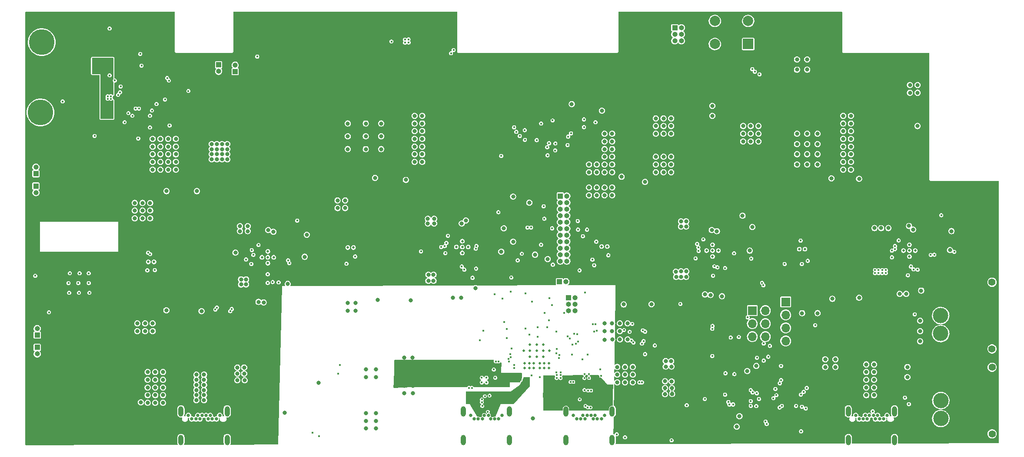
<source format=gbr>
%TF.GenerationSoftware,KiCad,Pcbnew,6.0.0*%
%TF.CreationDate,2022-01-14T14:38:34+01:00*%
%TF.ProjectId,PowerBank V0.2,506f7765-7242-4616-9e6b-2056302e322e,rev?*%
%TF.SameCoordinates,PX2aea540PY80befc0*%
%TF.FileFunction,Copper,L3,Inr*%
%TF.FilePolarity,Positive*%
%FSLAX46Y46*%
G04 Gerber Fmt 4.6, Leading zero omitted, Abs format (unit mm)*
G04 Created by KiCad (PCBNEW 6.0.0) date 2022-01-14 14:38:34*
%MOMM*%
%LPD*%
G01*
G04 APERTURE LIST*
%TA.AperFunction,ComponentPad*%
%ADD10R,1.000000X1.000000*%
%TD*%
%TA.AperFunction,ComponentPad*%
%ADD11O,1.000000X1.000000*%
%TD*%
%TA.AperFunction,ComponentPad*%
%ADD12C,1.400000*%
%TD*%
%TA.AperFunction,ComponentPad*%
%ADD13R,3.000000X3.000000*%
%TD*%
%TA.AperFunction,ComponentPad*%
%ADD14C,3.000000*%
%TD*%
%TA.AperFunction,ComponentPad*%
%ADD15C,0.800000*%
%TD*%
%TA.AperFunction,ComponentPad*%
%ADD16C,5.000000*%
%TD*%
%TA.AperFunction,ComponentPad*%
%ADD17C,0.400000*%
%TD*%
%TA.AperFunction,ComponentPad*%
%ADD18C,0.499999*%
%TD*%
%TA.AperFunction,ComponentPad*%
%ADD19C,2.000000*%
%TD*%
%TA.AperFunction,ComponentPad*%
%ADD20R,2.000000X2.000000*%
%TD*%
%TA.AperFunction,ComponentPad*%
%ADD21C,0.650000*%
%TD*%
%TA.AperFunction,ComponentPad*%
%ADD22O,1.000000X2.000000*%
%TD*%
%TA.AperFunction,ComponentPad*%
%ADD23R,1.700000X1.700000*%
%TD*%
%TA.AperFunction,ComponentPad*%
%ADD24O,1.700000X1.700000*%
%TD*%
%TA.AperFunction,ViaPad*%
%ADD25C,0.400000*%
%TD*%
%TA.AperFunction,ViaPad*%
%ADD26C,0.800000*%
%TD*%
G04 APERTURE END LIST*
D10*
%TO.N,Net-(C123-Pad1)*%
%TO.C,EN*%
X104225000Y32130000D03*
D11*
%TO.N,LDO_3.3V*%
X105495000Y32130000D03*
%TD*%
D10*
%TO.N,+3V3*%
%TO.C,3v3*%
X2244000Y50799000D03*
D11*
%TO.N,Net-(C254-Pad1)*%
X2244000Y49529000D03*
%TD*%
D10*
%TO.N,+3V3*%
%TO.C,IO8*%
X2244000Y53197000D03*
D11*
%TO.N,Net-(IC1-Pad22)*%
X2244000Y54467000D03*
%TD*%
D10*
%TO.N,Net-(C254-Pad1)*%
%TO.C,EN*%
X2498000Y19318000D03*
D11*
%TO.N,Net-(IC1-Pad8)*%
X2498000Y18048000D03*
%TD*%
D10*
%TO.N,GND*%
%TO.C,IO9*%
X2498000Y21716000D03*
D11*
%TO.N,Net-(IC1-Pad23)*%
X2498000Y22986000D03*
%TD*%
D12*
%TO.N,*%
%TO.C,J14*%
X188520000Y15445000D03*
X188520000Y2445000D03*
D13*
%TO.N,+BATT*%
X178520000Y12445000D03*
D14*
%TO.N,/power/MR2*%
X178520000Y8945000D03*
%TO.N,GND*%
X178520000Y5445000D03*
%TD*%
D15*
%TO.N,/WirelessPower/SW_BRG2*%
%TO.C,H2*%
X4712825Y80191825D03*
X3387000Y80741000D03*
X2061175Y80191825D03*
X1512000Y78866000D03*
X2061175Y77540175D03*
X3387000Y76991000D03*
X4712825Y77540175D03*
X5262000Y78866000D03*
D16*
X3387000Y78866000D03*
%TD*%
D15*
%TO.N,/WirelessPower/VCOIL*%
%TO.C,H1*%
X4458825Y66475825D03*
X3133000Y67025000D03*
X1807175Y66475825D03*
X1258000Y65150000D03*
X1807175Y63824175D03*
X3133000Y63275000D03*
X4458825Y63824175D03*
X5008000Y65150000D03*
D16*
X3133000Y65150000D03*
%TD*%
D10*
%TO.N,/BQ1/SPI_SS*%
%TO.C,FLASH*%
X106000000Y29000000D03*
D11*
%TO.N,/BQ1/SPI_CLK*%
X107270000Y29000000D03*
%TO.N,Net-(C123-Pad1)*%
X106000000Y27730000D03*
%TO.N,/BQ1/SPI_MOSI*%
X107270000Y27730000D03*
%TO.N,GND*%
X106000000Y26460000D03*
%TO.N,/BQ1/SPI_MISO*%
X107270000Y26460000D03*
%TD*%
D10*
%TO.N,+5V*%
%TO.C,J12*%
X126700000Y81670000D03*
D11*
%TO.N,/SDA2*%
X127970000Y81670000D03*
%TO.N,+3V3*%
X126700000Y80400000D03*
%TO.N,/SCL2*%
X127970000Y80400000D03*
%TO.N,GND*%
X126700000Y79130000D03*
%TO.N,/DISP*%
X127970000Y79130000D03*
%TD*%
D10*
%TO.N,Net-(J10-Pad2)*%
%TO.C,J11*%
X41050000Y73100000D03*
D11*
%TO.N,+5V*%
X41050000Y74370000D03*
%TD*%
D10*
%TO.N,+5V*%
%TO.C,J10*%
X37850000Y74450000D03*
D11*
%TO.N,Net-(J10-Pad2)*%
X37850000Y73180000D03*
%TD*%
D17*
%TO.N,/PC15*%
%TO.C,Y1*%
X138050000Y8200000D03*
%TO.N,/PC14*%
X137350000Y8200000D03*
%TD*%
D18*
%TO.N,N/C*%
%TO.C,U35*%
X64100001Y38800000D03*
X63000004Y38800000D03*
%TD*%
%TO.N,N/C*%
%TO.C,U34*%
X25250001Y36000000D03*
X24150004Y36000000D03*
%TD*%
%TO.N,N/C*%
%TO.C,U33*%
X113550001Y39000000D03*
X112450004Y39000000D03*
%TD*%
%TO.N,N/C*%
%TO.C,U32*%
X152050001Y38500000D03*
X150950004Y38500000D03*
%TD*%
%TO.N,N/C*%
%TO.C,U26*%
X135200000Y38200000D03*
X134050000Y39350000D03*
X134050000Y38200000D03*
X134050000Y37050000D03*
X132900000Y38200000D03*
%TD*%
%TO.N,N/C*%
%TO.C,U25*%
X100399999Y16200000D03*
X100399999Y15250000D03*
X102150000Y16200000D03*
X102150000Y15250000D03*
X101275001Y15250000D03*
X101275001Y16200000D03*
X99800000Y19850001D03*
X98480000Y19850001D03*
X99800000Y18675400D03*
X97300000Y18650000D03*
X98480000Y18650000D03*
X98480000Y17450000D03*
X99800000Y17450000D03*
X101120000Y17450000D03*
X101120000Y18650000D03*
X102300000Y18650000D03*
X101120000Y19850001D03*
X98350000Y16200000D03*
X98350000Y15250000D03*
X97475001Y15250000D03*
X97475001Y16200000D03*
X99225002Y15250000D03*
X99225002Y16200000D03*
%TD*%
%TO.N,N/C*%
%TO.C,U23*%
X86450000Y38900000D03*
X85300000Y40050000D03*
X85300000Y38900000D03*
X85300000Y37750000D03*
X84150000Y38900000D03*
%TD*%
%TO.N,N/C*%
%TO.C,U13*%
X173550000Y38200000D03*
X172400000Y39350000D03*
X172400000Y38200000D03*
X172400000Y37050000D03*
X171250000Y38200000D03*
%TD*%
D19*
%TO.N,/RESET*%
%TO.C,S1*%
X134500000Y83000000D03*
X141000000Y83000000D03*
%TO.N,GND*%
X134500000Y78500000D03*
D20*
X141000000Y78500000D03*
%TD*%
D21*
%TO.N,GND*%
%TO.C,J9*%
X93050000Y6050000D03*
%TO.N,unconnected-(J9-PadB2)*%
X92400000Y5350000D03*
%TO.N,unconnected-(J9-PadB3)*%
X91600000Y5350000D03*
%TO.N,/BQ1/VBUS2*%
X91200000Y6050000D03*
%TO.N,/BQ1/C2.2*%
X90800000Y5350000D03*
%TO.N,/BQ1/DP2*%
X90400000Y6050000D03*
%TO.N,/BQ1/DN2*%
X89600000Y6050000D03*
%TO.N,unconnected-(J9-PadB8)*%
X89200000Y5350000D03*
%TO.N,/BQ1/VBUS2*%
X88800000Y6050000D03*
%TO.N,unconnected-(J9-PadB10)*%
X88400000Y5350000D03*
%TO.N,unconnected-(J9-PadB11)*%
X87600000Y5350000D03*
%TO.N,GND*%
X86950000Y6050000D03*
D22*
X85500000Y6850000D03*
X94500000Y6850000D03*
X85500000Y1250000D03*
X94500000Y1250000D03*
%TD*%
D21*
%TO.N,GND*%
%TO.C,J8*%
X113050000Y6050000D03*
%TO.N,unconnected-(J8-PadB2)*%
X112400000Y5350000D03*
%TO.N,unconnected-(J8-PadB3)*%
X111600000Y5350000D03*
%TO.N,/BQ1/VBUS1*%
X111200000Y6050000D03*
%TO.N,/BQ1/C1.2*%
X110800000Y5350000D03*
%TO.N,/BQ1/DP1*%
X110400000Y6050000D03*
%TO.N,/BQ1/DN1*%
X109600000Y6050000D03*
%TO.N,unconnected-(J8-PadB8)*%
X109200000Y5350000D03*
%TO.N,/BQ1/VBUS1*%
X108800000Y6050000D03*
%TO.N,unconnected-(J8-PadB10)*%
X108400000Y5350000D03*
%TO.N,unconnected-(J8-PadB11)*%
X107600000Y5350000D03*
%TO.N,GND*%
X106950000Y6050000D03*
D22*
X105500000Y6850000D03*
X114500000Y6850000D03*
X105500000Y1250000D03*
X114500000Y1250000D03*
%TD*%
D21*
%TO.N,GND*%
%TO.C,J7*%
X168050000Y6050000D03*
%TO.N,unconnected-(J7-PadB2)*%
X167400000Y5350000D03*
%TO.N,unconnected-(J7-PadB3)*%
X166600000Y5350000D03*
%TO.N,VIN4*%
X166200000Y6050000D03*
%TO.N,unconnected-(J7-PadB5)*%
X165800000Y5350000D03*
%TO.N,/D+*%
X165400000Y6050000D03*
%TO.N,/D-*%
X164600000Y6050000D03*
%TO.N,unconnected-(J7-PadB8)*%
X164200000Y5350000D03*
%TO.N,VIN4*%
X163800000Y6050000D03*
%TO.N,unconnected-(J7-PadB10)*%
X163400000Y5350000D03*
%TO.N,unconnected-(J7-PadB11)*%
X162600000Y5350000D03*
%TO.N,GND*%
X161950000Y6050000D03*
D22*
X160500000Y6850000D03*
X169500000Y6850000D03*
X160500000Y1250000D03*
X169500000Y1250000D03*
%TD*%
D14*
%TO.N,GND*%
%TO.C,J6*%
X178500000Y22026000D03*
%TO.N,/power/MR1*%
X178500000Y25526000D03*
D13*
%TO.N,+BATT*%
X178500000Y29026000D03*
D12*
%TO.N,*%
X188500000Y19026000D03*
X188500000Y32026000D03*
%TD*%
D23*
%TO.N,+3V3*%
%TO.C,J5*%
X148300000Y28200000D03*
D24*
%TO.N,/TX*%
X148300000Y25660000D03*
%TO.N,/RX*%
X148300000Y23120000D03*
%TO.N,GND*%
X148300000Y20580000D03*
%TD*%
D10*
%TO.N,+5V*%
%TO.C,J4*%
X104400000Y48850000D03*
D11*
X105670000Y48850000D03*
%TO.N,+3V3*%
X104400000Y47580000D03*
X105670000Y47580000D03*
%TO.N,/INT4*%
X104400000Y46310000D03*
%TO.N,/INT3*%
X105670000Y46310000D03*
%TO.N,/OTG2*%
X104400000Y45040000D03*
%TO.N,/OTG3*%
X105670000Y45040000D03*
%TO.N,/SDA*%
X104400000Y43770000D03*
%TO.N,/SCL*%
X105670000Y43770000D03*
%TO.N,GND*%
X104400000Y42500000D03*
X105670000Y42500000D03*
%TO.N,/SDA*%
X104400000Y41230000D03*
%TO.N,/SCL*%
X105670000Y41230000D03*
%TO.N,/OTG2*%
X104400000Y39960000D03*
%TO.N,/OTG3*%
X105670000Y39960000D03*
%TO.N,/INT4*%
X104400000Y38690000D03*
%TO.N,/INT3*%
X105670000Y38690000D03*
%TO.N,+3V3*%
X104400000Y37420000D03*
X105670000Y37420000D03*
%TO.N,+5V*%
X104400000Y36150000D03*
X105670000Y36150000D03*
%TD*%
D23*
%TO.N,+3V3*%
%TO.C,J3*%
X141800000Y26500000D03*
D24*
X144340000Y26500000D03*
%TO.N,Net-(J3-Pad3)*%
X141800000Y23960000D03*
%TO.N,Net-(J3-Pad4)*%
X144340000Y23960000D03*
%TO.N,GND*%
X141800000Y21420000D03*
X144340000Y21420000D03*
%TD*%
D18*
%TO.N,N/C*%
%TO.C,U2*%
X48575081Y36899916D03*
X47425081Y38049916D03*
X47425081Y36899916D03*
X47425081Y35749916D03*
X46275081Y36899916D03*
%TD*%
D21*
%TO.N,GND*%
%TO.C,J1*%
X38050000Y6050000D03*
%TO.N,unconnected-(J1-PadB2)*%
X37400000Y5350000D03*
%TO.N,unconnected-(J1-PadB3)*%
X36600000Y5350000D03*
%TO.N,VIN1*%
X36200000Y6050000D03*
%TO.N,unconnected-(J1-PadB5)*%
X35800000Y5350000D03*
%TO.N,unconnected-(J1-PadB6)*%
X35400000Y6050000D03*
%TO.N,unconnected-(J1-PadB7)*%
X34600000Y6050000D03*
%TO.N,unconnected-(J1-PadB8)*%
X34200000Y5350000D03*
%TO.N,VIN1*%
X33800000Y6050000D03*
%TO.N,unconnected-(J1-PadB10)*%
X33400000Y5350000D03*
%TO.N,unconnected-(J1-PadB11)*%
X32600000Y5350000D03*
%TO.N,GND*%
X31950000Y6050000D03*
D22*
X30500000Y6850000D03*
X39500000Y6850000D03*
X30500000Y1250000D03*
X39500000Y1250000D03*
%TD*%
D25*
%TO.N,Net-(C254-Pad1)*%
X2117000Y33286000D03*
%TO.N,+3V3*%
X151469000Y7746000D03*
X172297000Y8254000D03*
%TO.N,/SDA2*%
X171535000Y9524000D03*
X147405000Y12953000D03*
%TO.N,/SCL2*%
X173440000Y25780000D03*
X147151000Y12318000D03*
%TO.N,/WirelessPower/VCOIL*%
X28279000Y62606000D03*
X7451000Y67309000D03*
%TO.N,/WirelessPower/3v3*%
X22564000Y76580000D03*
%TO.N,GND*%
X4784000Y26161000D03*
X8848000Y33781000D03*
X10753000Y33781000D03*
X12531000Y33781000D03*
X12531000Y31876000D03*
X10499000Y31876000D03*
X8594000Y31876000D03*
X8721000Y29971000D03*
X10626000Y29971000D03*
X12658000Y29971000D03*
%TO.N,/WirelessPower/V_BRIDGE*%
X14055000Y74802000D03*
X14055000Y74294000D03*
X14055000Y73786000D03*
X14690000Y73786000D03*
X14690000Y74294000D03*
X14690000Y74802000D03*
X15579000Y64896000D03*
X16849000Y64896000D03*
X16214000Y64515000D03*
%TO.N,GND*%
X16849000Y68325000D03*
X16849000Y67817000D03*
X16214000Y68325000D03*
X16214000Y67817000D03*
%TO.N,Net-(R132-Pad2)*%
X16595000Y72389000D03*
%TO.N,/WirelessPower/V_BRIDGE*%
X19516000Y63245000D03*
%TO.N,/WirelessPower/CSN*%
X24850000Y65531000D03*
%TO.N,/WirelessPower/CSP*%
X25739000Y66801000D03*
%TO.N,+BATT*%
X20278000Y61975000D03*
X19135000Y61975000D03*
X18373000Y62229000D03*
%TO.N,/WirelessPower/vcoil_ov*%
X22818000Y74294000D03*
%TO.N,/WirelessPower/V_BRIDGE*%
X20265000Y65023000D03*
X22310000Y65912000D03*
%TO.N,/WirelessPower/5V*%
X21675000Y65912000D03*
%TO.N,/WirelessPower/ISNS_OUT*%
X24469000Y64515000D03*
X22183000Y60070000D03*
%TO.N,GND*%
X24469000Y62229000D03*
%TO.N,Net-(R130-Pad2)*%
X13674000Y60578000D03*
X21040000Y64515000D03*
%TO.N,/WirelessPower/SW_BRG2*%
X18627000Y69087000D03*
X17611000Y71386000D03*
%TO.N,Net-(R133-Pad2)*%
X18246000Y68579000D03*
%TO.N,Net-(R132-Pad2)*%
X18754000Y70230000D03*
%TO.N,Net-(R133-Pad2)*%
X16595000Y81533000D03*
%TO.N,/WirelessPower/5V*%
X28152000Y71373000D03*
X31949000Y69341000D03*
%TO.N,/WirelessPower/1v8*%
X27804383Y71876095D03*
%TO.N,+BATT*%
X28158535Y68791203D03*
%TO.N,Net-(R127-Pad1)*%
X27390000Y67690000D03*
%TO.N,/TX1*%
X56125000Y2650000D03*
%TO.N,GND*%
X89100000Y12500000D03*
X90025000Y12475000D03*
X90000000Y13400000D03*
X109090000Y13330000D03*
X109980000Y13340000D03*
X109960000Y14140000D03*
X109100000Y14140000D03*
X71500000Y79000000D03*
D26*
X41100000Y37800000D03*
X24000000Y14500000D03*
X25500000Y14500000D03*
X27000000Y14500000D03*
X27000000Y13000000D03*
X25500000Y13000000D03*
X24000000Y13000000D03*
X24000000Y11500000D03*
X25500000Y11500000D03*
X27000000Y11500000D03*
X27000000Y10000000D03*
X25500000Y10000000D03*
X24000000Y10000000D03*
X24000000Y8500000D03*
X25500000Y8500000D03*
X27000000Y8500000D03*
X25000000Y60000000D03*
X26500000Y60000000D03*
X28000000Y60000000D03*
X29500000Y60000000D03*
X29500000Y58500000D03*
X28000000Y58500000D03*
X26500000Y58500000D03*
X25000000Y58500000D03*
X25000000Y57000000D03*
X26500000Y57000000D03*
X28000000Y57000000D03*
X29500000Y57000000D03*
X29500000Y55500000D03*
X28000000Y55500000D03*
X26500000Y55500000D03*
X25000000Y55500000D03*
X25000000Y54000000D03*
X26500000Y54000000D03*
X28000000Y54000000D03*
X29500000Y54000000D03*
X21500000Y47500000D03*
X23000000Y47500000D03*
X24500000Y47500000D03*
X24500000Y46000000D03*
X23000000Y46000000D03*
X21500000Y46000000D03*
X21500000Y44500000D03*
X23000000Y44500000D03*
X24500000Y44500000D03*
X22000000Y24000000D03*
X23500000Y24000000D03*
X25000000Y24000000D03*
X25000000Y22500000D03*
X23500000Y22500000D03*
X22000000Y22500000D03*
X115500000Y15500000D03*
X117000000Y15500000D03*
X118500000Y15500000D03*
X118500000Y14000000D03*
X117000000Y14000000D03*
X115500000Y14000000D03*
X115500000Y12500000D03*
X117000000Y12500000D03*
X118500000Y12500000D03*
X116000000Y24000000D03*
X116000000Y22500000D03*
X116020000Y20860000D03*
X117520000Y20870000D03*
X117500000Y24000000D03*
X114500000Y24000000D03*
X114500000Y22500000D03*
X114510000Y20840000D03*
X113000000Y24000000D03*
X113000000Y22500000D03*
X113020000Y20830000D03*
X111500000Y50500000D03*
X113000000Y50500000D03*
X114500000Y50500000D03*
X114500000Y49000000D03*
X113000000Y49000000D03*
X111500000Y49000000D03*
X110000000Y50500000D03*
X110000000Y49000000D03*
X110000000Y53500000D03*
X111500000Y53500000D03*
X113000000Y53500000D03*
X114500000Y53500000D03*
X114500000Y55000000D03*
X113000000Y55000000D03*
X111500000Y55000000D03*
X110000000Y55000000D03*
X114500000Y56500000D03*
X113000000Y56500000D03*
X140000000Y62500000D03*
X140000000Y61000000D03*
X140000000Y59500000D03*
X141500000Y59500000D03*
X141500000Y61000000D03*
X141500000Y62500000D03*
X143000000Y62500000D03*
X143000000Y61000000D03*
X143000000Y59500000D03*
X134000000Y64500000D03*
X134000000Y66450000D03*
X112500000Y65500000D03*
D25*
X106725000Y19850000D03*
X147550000Y7900000D03*
X142700000Y17300000D03*
X141500000Y11000000D03*
X93950000Y21100000D03*
X94650000Y18000000D03*
X106700000Y17875000D03*
X136575000Y14275000D03*
D26*
X113000000Y58000000D03*
X114500000Y58000000D03*
X114500000Y59500000D03*
X113000000Y59500000D03*
X114500000Y61000000D03*
X113000000Y61000000D03*
D25*
X89100001Y13399999D03*
X132550000Y9250000D03*
X137125000Y8675000D03*
X74125000Y79375000D03*
X74150000Y78775000D03*
X74825000Y79400000D03*
X74850000Y78800000D03*
X83600000Y77325000D03*
X151300000Y2950000D03*
D26*
X66500000Y15000000D03*
X68500000Y15000000D03*
X68500000Y13500000D03*
X66500000Y13500000D03*
X66500000Y6500000D03*
X68500000Y6500000D03*
X66500000Y5000000D03*
X68500000Y5000000D03*
X68500000Y3500000D03*
X66500000Y3500000D03*
X63000000Y28000000D03*
X64500000Y28000000D03*
X64500000Y26500000D03*
X63000000Y26500000D03*
X61000000Y48000000D03*
X62500000Y48000000D03*
X62500000Y46500000D03*
X61000000Y46500000D03*
X66500000Y63000000D03*
X69500000Y63000000D03*
X69500000Y60500000D03*
X66500000Y60500000D03*
X66500000Y58000000D03*
X69500000Y58000000D03*
X63000000Y63000000D03*
X63000000Y60500000D03*
X63000000Y58000000D03*
X150500000Y61000000D03*
X152500000Y61000000D03*
X154500000Y61000000D03*
X154500000Y59000000D03*
X152500000Y59000000D03*
X150500000Y59000000D03*
X150500000Y57000000D03*
X152500000Y57000000D03*
X154500000Y57000000D03*
X150500000Y75500000D03*
X152500000Y75500000D03*
X152500000Y73500000D03*
X150500000Y73500000D03*
X154500000Y26000000D03*
X151500000Y26000000D03*
X156000000Y15500000D03*
X158000000Y15500000D03*
X156000000Y17000000D03*
X158000000Y17000000D03*
X172000000Y13500000D03*
X172000000Y15500000D03*
X174500000Y24500000D03*
X174500000Y22500000D03*
X174500000Y20500000D03*
X174000000Y62500000D03*
X174000000Y69000000D03*
X174000000Y70500000D03*
X172500000Y70500000D03*
X172500000Y69000000D03*
X150500000Y55000000D03*
X152500000Y55000000D03*
X154500000Y55000000D03*
X41500000Y12900000D03*
X41500000Y14200000D03*
X41500000Y15400000D03*
X42800000Y15400000D03*
X42800000Y14200000D03*
X42900000Y12900000D03*
D25*
X77250000Y38050000D03*
D26*
%TO.N,VIN1*%
X33500000Y14000000D03*
X35000000Y14000000D03*
X35000000Y13000000D03*
X33500000Y13000000D03*
X33500000Y12000000D03*
X35000000Y12000000D03*
X35000000Y11000000D03*
X33500000Y11000000D03*
X33500000Y10000000D03*
X35000000Y10000000D03*
X35000000Y9000000D03*
X33500000Y9000000D03*
%TO.N,GNDA*%
X141300000Y38200000D03*
%TO.N,GND*%
X54600000Y37000000D03*
X55000000Y41300000D03*
X51300000Y31700000D03*
%TO.N,GNDA*%
X141800000Y42800000D03*
X135900000Y29300000D03*
X180300000Y38300000D03*
X180600000Y42000000D03*
X174700000Y30400000D03*
X87900000Y30890000D03*
X93400000Y42550000D03*
X92900000Y38000000D03*
%TO.N,Net-(C12-Pad1)*%
X46600000Y28100000D03*
%TO.N,Net-(C14-Pad1)*%
X45600000Y28200000D03*
D25*
%TO.N,Net-(C21-Pad2)*%
X43180000Y36480000D03*
D26*
X27650000Y26550000D03*
%TO.N,Net-(C22-Pad1)*%
X42200000Y31600000D03*
X43200000Y31600000D03*
X43200000Y32600000D03*
X42200000Y32600000D03*
%TO.N,Net-(C23-Pad1)*%
X42000000Y43000000D03*
X43500000Y43000000D03*
X43500000Y42000000D03*
X42000000Y42000000D03*
D25*
%TO.N,Net-(C24-Pad1)*%
X44300000Y38300000D03*
D26*
X27700000Y49800000D03*
%TO.N,Net-(C27-Pad1)*%
X36500000Y59000000D03*
X37500000Y59000000D03*
X38500000Y59000000D03*
X39500000Y59000000D03*
X39500000Y58000000D03*
X38500000Y58000000D03*
X37500000Y58000000D03*
X36500000Y58000000D03*
X36500000Y57000000D03*
X37500000Y57000000D03*
X38500000Y57000000D03*
X39500000Y57000000D03*
X39500000Y56000000D03*
X38500000Y56000000D03*
X37500000Y56000000D03*
X36500000Y56000000D03*
%TO.N,+BATT*%
X42000000Y67500000D03*
X44000000Y67500000D03*
X44000000Y66000000D03*
X42000000Y66000000D03*
X42000000Y64500000D03*
X44000000Y64500000D03*
X44000000Y63000000D03*
X44000000Y61500000D03*
X44000000Y60000000D03*
X44000000Y58500000D03*
X42000000Y58500000D03*
X42000000Y60000000D03*
X42000000Y61500000D03*
X42000000Y63000000D03*
X42000000Y57000000D03*
X44000000Y57000000D03*
X42000000Y55500000D03*
X44000000Y55500000D03*
X44000000Y54500000D03*
X42000000Y54500000D03*
X127775000Y71800000D03*
X129275000Y71800000D03*
X130775000Y71800000D03*
X130775000Y70350000D03*
X129275000Y70350000D03*
X127775000Y70350000D03*
X127800000Y68775000D03*
X129300000Y68775000D03*
X130800000Y68825000D03*
X128000000Y64500000D03*
X128000000Y62500000D03*
X128000000Y60500000D03*
X128000000Y58500000D03*
X164500000Y74000000D03*
X166250000Y74000000D03*
X168000000Y74000000D03*
X169750000Y74000000D03*
X169750000Y72500000D03*
X168000000Y72500000D03*
X166250000Y72500000D03*
X164500000Y72500000D03*
X164500000Y71000000D03*
X166250000Y71000000D03*
X168000000Y71000000D03*
X169750000Y71000000D03*
X164000000Y66750000D03*
X165750000Y66750000D03*
X165750000Y64750000D03*
X164000000Y64750000D03*
X164000000Y62750000D03*
X165750000Y62750000D03*
X165750000Y60750000D03*
X164000000Y60750000D03*
X79875000Y72900000D03*
X81375000Y72900000D03*
X82875000Y72900000D03*
X84375000Y72900000D03*
X84350000Y71025000D03*
X82850000Y71025000D03*
X81350000Y71025000D03*
X79850000Y71025000D03*
X79800000Y69075000D03*
X81300000Y69075000D03*
X84350000Y69100000D03*
X82850000Y69100000D03*
X80025000Y67075000D03*
X81525000Y67075000D03*
X81525000Y65575000D03*
X80025000Y65575000D03*
X80025000Y64075000D03*
X81525000Y64075000D03*
D25*
X67400000Y79300000D03*
X68300000Y79300000D03*
X68300000Y78600000D03*
X67400000Y78600000D03*
X67400000Y77900000D03*
X68300000Y77900000D03*
D26*
%TO.N,+3V3*%
X139300000Y5900000D03*
D25*
X136500000Y10100000D03*
X98800000Y13820000D03*
X62750000Y35650000D03*
D26*
X138775000Y3850000D03*
X140825000Y14700000D03*
X142575000Y15700000D03*
X99075000Y5475000D03*
D25*
X147400000Y15700000D03*
X92875000Y56675000D03*
X102900000Y63600000D03*
X100650000Y63000000D03*
X111000000Y35350000D03*
X102950000Y35450000D03*
D26*
X99480000Y37420000D03*
X95200000Y39950000D03*
X98350000Y47550000D03*
X95200000Y48750000D03*
D25*
X151450000Y35600000D03*
D26*
X106625000Y66800000D03*
D25*
X94000000Y22900000D03*
X126075000Y1200000D03*
X23950002Y34349998D03*
D26*
X50700000Y6600000D03*
X22700000Y8600000D03*
%TO.N,Net-(R16-Pad2)*%
X47500000Y42200000D03*
%TO.N,Net-(R18-Pad2)*%
X48500000Y41900000D03*
%TO.N,Net-(U1-Pad4)*%
X34500000Y26400000D03*
D25*
X44200000Y35600000D03*
%TO.N,Net-(U2-Pad24)*%
X45600000Y39300000D03*
D26*
X33600000Y49800000D03*
D25*
%TO.N,/BQ1/ILIM_HIZ1*%
X48370000Y32060000D03*
%TO.N,/BQ1/VDDA1*%
X49520000Y32000000D03*
X53140000Y44070000D03*
%TO.N,/BQ1/REGN1*%
X44600000Y37380000D03*
%TO.N,+5V*%
X94900000Y19100000D03*
X103675000Y19000000D03*
D26*
X57300000Y12400000D03*
X101950000Y36550000D03*
D25*
%TO.N,Net-(C65-Pad1)*%
X109090000Y11000000D03*
%TO.N,LDO_3.3V*%
X100400000Y13500000D03*
X112180000Y15000000D03*
X109750000Y17875000D03*
X91450000Y15000000D03*
X94425000Y16525000D03*
X89400000Y22550000D03*
X102300000Y28950000D03*
X93100000Y28800000D03*
D26*
%TO.N,VIN4*%
X164000000Y16000000D03*
X165500000Y16000000D03*
X164000000Y14500000D03*
X165500000Y14500000D03*
X165500000Y13000000D03*
X164000000Y13000000D03*
X164000000Y11500000D03*
X165500000Y11500000D03*
X165500000Y10000000D03*
X164000000Y10000000D03*
D25*
%TO.N,/BQ1/VBUS1*%
X108175000Y9175000D03*
X103680000Y13900000D03*
X103680000Y13330000D03*
X104460000Y13330000D03*
X104450000Y13920000D03*
X104430000Y14440000D03*
X103660000Y14440000D03*
%TO.N,/BQ1/ILIM_HIZ4*%
X173200000Y34550000D03*
D26*
%TO.N,Net-(C81-Pad1)*%
X171750000Y29750000D03*
D25*
%TO.N,/BQ1/VDDA4*%
X178600000Y45100000D03*
X174000000Y34500000D03*
D26*
%TO.N,Net-(C83-Pad1)*%
X170500000Y29750000D03*
D25*
%TO.N,Net-(C92-Pad2)*%
X169000000Y38200000D03*
D26*
X157400000Y28800000D03*
D25*
%TO.N,Net-(C93-Pad1)*%
X165700000Y33800000D03*
X166400000Y33800000D03*
X167100000Y33800000D03*
X167800000Y33800000D03*
X167800000Y34400000D03*
X167100000Y34400000D03*
X166400000Y34400000D03*
X165700000Y34400000D03*
%TO.N,/BQ1/VBUS2*%
X97740000Y13230000D03*
X97720000Y12740000D03*
X98240000Y12740000D03*
X98250000Y13210000D03*
D26*
X91625000Y8625000D03*
D25*
X88500000Y8250000D03*
D26*
%TO.N,Net-(C96-Pad1)*%
X165600000Y42600000D03*
X166900000Y42600000D03*
X168300000Y42600000D03*
D25*
%TO.N,Net-(C98-Pad1)*%
X169600000Y39100000D03*
D26*
X157200000Y52300000D03*
D25*
%TO.N,/BQ1/REGN4*%
X169600000Y38500000D03*
D26*
%TO.N,Net-(C101-Pad1)*%
X159500000Y64500000D03*
X161000000Y64500000D03*
X159500000Y63000000D03*
X161000000Y63000000D03*
X161000000Y61500000D03*
X159500000Y61500000D03*
X159500000Y60000000D03*
X161000000Y60000000D03*
X161000000Y58500000D03*
X159500000Y58500000D03*
X159500000Y57000000D03*
X161000000Y57000000D03*
X161000000Y55500000D03*
X159500000Y55500000D03*
X159500000Y54000000D03*
X161000000Y54000000D03*
D25*
%TO.N,Net-(C123-Pad1)*%
X102800000Y27550000D03*
%TO.N,VIN3*%
X96700000Y13900000D03*
X96200000Y13900000D03*
X95700000Y13900000D03*
D26*
X74000000Y13300000D03*
X75600000Y13300000D03*
X75700000Y11800000D03*
X74000000Y11800000D03*
X74000000Y10400000D03*
X75700000Y10400000D03*
X74000000Y16000000D03*
X75600000Y16000000D03*
X75600000Y17300000D03*
X74000000Y17300000D03*
D25*
X95700000Y13000000D03*
X96200000Y13000000D03*
X96700000Y13000000D03*
%TO.N,VIN2*%
X101280000Y13490000D03*
X101280000Y13030000D03*
X101780000Y13020000D03*
X102280000Y13020000D03*
X101780000Y13490000D03*
D26*
X124800000Y11400000D03*
X126130000Y11390000D03*
X126180000Y10250000D03*
X124790000Y10210000D03*
X124810000Y12710000D03*
X126090000Y12690000D03*
X126000000Y16640000D03*
X124920000Y16670000D03*
X124920000Y15580000D03*
X126050000Y15580000D03*
D25*
%TO.N,/BQ1/ILIM_HIZ3*%
X87300000Y32900000D03*
%TO.N,/BQ1/ILIM_HIZ2*%
X135000000Y34950000D03*
D26*
%TO.N,Net-(C144-Pad1)*%
X85100000Y29000000D03*
%TO.N,Net-(C145-Pad1)*%
X133650000Y29550000D03*
D25*
%TO.N,/BQ1/VDDA3*%
X88000000Y34700000D03*
X92325000Y45700000D03*
D26*
%TO.N,Net-(C147-Pad1)*%
X83500000Y29000000D03*
%TO.N,/BQ1/VDDA2*%
X139900000Y45000000D03*
D25*
X136500000Y34800000D03*
D26*
%TO.N,Net-(C149-Pad1)*%
X132550000Y29650000D03*
D25*
%TO.N,Net-(C164-Pad2)*%
X81200000Y38900000D03*
D26*
X68800000Y28600000D03*
D25*
%TO.N,Net-(C166-Pad2)*%
X131350000Y38150000D03*
D26*
X116750000Y27700000D03*
%TO.N,Net-(C168-Pad1)*%
X79700000Y32300000D03*
X79700000Y33500000D03*
X78700000Y32300000D03*
X78700000Y33500000D03*
%TO.N,Net-(C169-Pad1)*%
X126950000Y33050000D03*
X127950000Y33050000D03*
X128900000Y33050000D03*
X128950000Y34150000D03*
X127900000Y34150000D03*
X126900000Y34100000D03*
%TO.N,Net-(C170-Pad1)*%
X78600000Y43500000D03*
X79800000Y43500000D03*
X79800000Y44400000D03*
X78600000Y44400000D03*
%TO.N,Net-(C171-Pad1)*%
X127900000Y42900000D03*
X128900000Y42900000D03*
X128900000Y43900000D03*
X127900000Y43900000D03*
D25*
%TO.N,Net-(C172-Pad1)*%
X82200000Y39700000D03*
D26*
X68300000Y52400000D03*
D25*
%TO.N,Net-(C173-Pad1)*%
X131050000Y39500000D03*
D26*
X116350000Y52600000D03*
D25*
%TO.N,/BQ1/REGN3*%
X81899998Y39100002D03*
%TO.N,/BQ1/REGN2*%
X131300000Y38800000D03*
D26*
%TO.N,Net-(C178-Pad1)*%
X76000000Y64500000D03*
X77500000Y64500000D03*
X77500000Y63000000D03*
X76000000Y63000000D03*
X76000000Y61500000D03*
X77500000Y61500000D03*
X77500000Y60000000D03*
X76000000Y60000000D03*
X76000000Y58500000D03*
X77500000Y58500000D03*
X77500000Y57000000D03*
X76000000Y57000000D03*
X76000000Y55500000D03*
X77500000Y55500000D03*
%TO.N,Net-(C181-Pad1)*%
X123000000Y64000000D03*
X124500000Y64000000D03*
X126000000Y64000000D03*
X126000000Y62500000D03*
X124500000Y62500000D03*
X123000000Y62500000D03*
X123000000Y61000000D03*
X124500000Y61000000D03*
X126000000Y61000000D03*
X126000000Y55000000D03*
X124500000Y55000000D03*
X123000000Y55000000D03*
X123000000Y53500000D03*
X124500000Y53500000D03*
X126000000Y53500000D03*
X126000000Y56500000D03*
X124500000Y56500000D03*
X123000000Y56500000D03*
D25*
%TO.N,Net-(C219-Pad2)*%
X100000000Y21380000D03*
%TO.N,Net-(J3-Pad4)*%
X140900000Y25175000D03*
%TO.N,/INT3*%
X142300000Y73100000D03*
%TO.N,/INT4*%
X141800000Y73600000D03*
%TO.N,/OTG3*%
X143100000Y9250000D03*
X118250000Y20650000D03*
X116800000Y22700000D03*
X108150000Y34350000D03*
%TO.N,/OTG2*%
X141500000Y8850000D03*
X109250000Y30000000D03*
X100650000Y39350000D03*
X118650000Y20250000D03*
X117900000Y22350000D03*
X118400000Y23900000D03*
%TO.N,/SCL*%
X144600000Y4380000D03*
X120300000Y20070000D03*
X103610000Y22370000D03*
X101880000Y23260000D03*
X24500000Y37500000D03*
X37200000Y26700000D03*
X40100000Y26400000D03*
X120300000Y12500000D03*
X61100000Y14200000D03*
X110750000Y23850000D03*
X110950000Y22440000D03*
X107850000Y42300000D03*
X109000000Y62300000D03*
X109600000Y42300000D03*
X120450000Y22650000D03*
X134050000Y23500000D03*
X143700000Y31900000D03*
X151200000Y40150000D03*
%TO.N,/SDA*%
X120610000Y20550000D03*
X144380000Y4870000D03*
X24100000Y37800000D03*
X37500000Y27100000D03*
X40400000Y26800000D03*
X119800000Y12500000D03*
X61500000Y15900000D03*
X111500000Y22600000D03*
X111250000Y23800000D03*
X110650000Y36450000D03*
X102800000Y42550000D03*
X109000000Y63800000D03*
X111399999Y39950001D03*
X148100000Y35600000D03*
X143950000Y31450000D03*
X134000000Y22950000D03*
X120900000Y22400000D03*
%TO.N,/RX*%
X151250000Y10100000D03*
%TO.N,/TX*%
X151810000Y10640000D03*
%TO.N,/BQ1/C1.1*%
X109300000Y7900000D03*
X109800000Y10900000D03*
%TO.N,/BQ1/DP1*%
X109730150Y7600000D03*
X106390150Y12580000D03*
%TO.N,/BQ1/DN1*%
X110269850Y7600000D03*
X106929850Y12580000D03*
%TO.N,/BQ1/C1.2*%
X110400000Y10900000D03*
%TO.N,/BQ1/C2.1*%
X89200000Y7900000D03*
X89700000Y9800000D03*
%TO.N,/BQ1/DP2*%
X89110000Y8640150D03*
X86620150Y11420000D03*
%TO.N,/BQ1/DN2*%
X89110000Y9179850D03*
X87159850Y11420000D03*
X90270000Y6760000D03*
%TO.N,/BQ1/C2.2*%
X90600000Y9900000D03*
%TO.N,/OTG1*%
X47400000Y31900000D03*
X144025000Y16750000D03*
X93500000Y24250000D03*
X108810000Y41010000D03*
X120900000Y18000000D03*
X134000000Y17650000D03*
%TO.N,/BQ1/CHRG_OK3*%
X85200000Y35100000D03*
X91575000Y29725000D03*
X103400000Y57750000D03*
X94850000Y32950000D03*
%TO.N,/BQ1/SDA1*%
X51600000Y35750000D03*
X95400000Y62250000D03*
%TO.N,/BQ1/SCL1*%
X51375000Y36300000D03*
X96487500Y60562500D03*
%TO.N,/PC13*%
X141500000Y7900000D03*
%TO.N,/BOOT0*%
X142675000Y10375000D03*
X139175000Y21350000D03*
%TO.N,/INT2*%
X143200000Y72600000D03*
X102200000Y59150000D03*
X101900000Y56800000D03*
X101150000Y46850000D03*
%TO.N,/OTG4*%
X172700000Y35100000D03*
X144900000Y17500000D03*
X154050000Y23650000D03*
X144025000Y20075000D03*
X107800000Y43975000D03*
X101290000Y44435000D03*
%TO.N,/RESET*%
X141850000Y10550000D03*
%TO.N,/BOOT1*%
X137600000Y21250000D03*
%TO.N,/INT1*%
X122800000Y19700000D03*
X152200000Y7400000D03*
X152400000Y11400000D03*
%TO.N,/BQ1/FLT*%
X112350000Y13760000D03*
%TO.N,/BQ1/FLT1*%
X91725000Y13400000D03*
%TO.N,/BQ1/CHRG_OK4*%
X172100000Y33400000D03*
X181150000Y37950000D03*
X111250000Y63250000D03*
%TO.N,/BQ1/SDA4*%
X176550000Y37350000D03*
X105925000Y60425000D03*
%TO.N,/BQ1/SCL4*%
X106475000Y61075000D03*
X177250000Y37400000D03*
D26*
%TO.N,Net-(R63-Pad2)*%
X172325000Y43025000D03*
%TO.N,Net-(R65-Pad2)*%
X173100000Y42300000D03*
D25*
%TO.N,/BQ1/SPI_SS*%
X98410000Y21800000D03*
X101375000Y26075000D03*
X102200000Y24600000D03*
%TO.N,/BQ1/SPI_MISO*%
X100010000Y23290000D03*
%TO.N,/BQ1/OTG3*%
X85700000Y34500000D03*
X103640000Y18190000D03*
X94710000Y30210000D03*
%TO.N,/BQ1/OTG2*%
X134400000Y35150000D03*
X127780000Y27790000D03*
X97599999Y22975001D03*
%TO.N,/BQ1/CHRG_OK2*%
X134150000Y33300000D03*
X97500000Y59800000D03*
X105800000Y58800000D03*
X99800000Y59750000D03*
%TO.N,/BQ1/SDA3*%
X87930000Y38580000D03*
X104180000Y17790000D03*
X101850000Y58375000D03*
X96100000Y36300000D03*
%TO.N,/BQ1/SDA2*%
X105830000Y21460000D03*
X141590000Y36650000D03*
X107100000Y22000000D03*
X98000000Y42700000D03*
%TO.N,/BQ1/SCL3*%
X104090000Y17260000D03*
X88060000Y39110000D03*
X103425000Y59100000D03*
X96900000Y37600000D03*
%TO.N,/BQ1/SCL2*%
X138240000Y37680000D03*
X106230000Y21030000D03*
X107700000Y21900000D03*
X98700000Y42700000D03*
D26*
%TO.N,Net-(R103-Pad2)*%
X85200000Y43500000D03*
%TO.N,Net-(R105-Pad2)*%
X133900000Y42200000D03*
%TO.N,Net-(R106-Pad2)*%
X86000000Y44100000D03*
%TO.N,Net-(R109-Pad2)*%
X134900000Y42000000D03*
D25*
%TO.N,Net-(R115-Pad2)*%
X152600000Y36210000D03*
%TO.N,Net-(R117-Pad2)*%
X113750001Y37299999D03*
%TO.N,Net-(R118-Pad2)*%
X25400000Y34400000D03*
%TO.N,Net-(R121-Pad2)*%
X64425000Y37050000D03*
%TO.N,/MOSI*%
X146300000Y11200000D03*
%TO.N,/MISO*%
X145900000Y9400000D03*
%TO.N,/CLK*%
X146500000Y10000000D03*
%TO.N,/SS*%
X147100000Y7600000D03*
X142570000Y7875000D03*
%TO.N,Net-(U12-Pad4)*%
X169000000Y36900000D03*
D26*
X162600000Y29000000D03*
D25*
%TO.N,Net-(U13-Pad24)*%
X170300000Y40200000D03*
D26*
X162600000Y52200000D03*
D25*
%TO.N,/BQ1/PDP1*%
X94700813Y17440813D03*
%TO.N,/BQ1/PDN1*%
X94319187Y17059187D03*
%TO.N,/BQ1/S1*%
X108725000Y16950000D03*
%TO.N,/BQ1/SPI_CLK*%
X98850000Y28240000D03*
%TO.N,/BQ1/SPI_MOSI*%
X97595000Y29825000D03*
X105175000Y26050000D03*
%TO.N,Net-(U21-Pad4)*%
X82000000Y37700000D03*
D26*
X75300000Y28500000D03*
D25*
%TO.N,Net-(U22-Pad4)*%
X130750000Y36700000D03*
D26*
X122150000Y27750000D03*
D25*
%TO.N,Net-(U23-Pad24)*%
X82500000Y41100000D03*
D26*
X74300000Y52000000D03*
D25*
%TO.N,Net-(U26-Pad24)*%
X132250000Y40400000D03*
D26*
X120900000Y51600000D03*
D25*
%TO.N,/FAN*%
X83100000Y76700000D03*
X45350000Y76050000D03*
%TO.N,/DISP*%
X145225000Y19625000D03*
X150325000Y7900000D03*
%TO.N,/D-*%
X165250000Y6850000D03*
%TO.N,/RX1*%
X57363021Y2013021D03*
X117000000Y1775000D03*
X129025000Y8050000D03*
%TO.N,/TX1*%
X138300000Y14125000D03*
X115375000Y2375000D03*
%TO.N,/BQ1/CHRG_OK1*%
X47400000Y33600000D03*
X95825000Y61375000D03*
X97475000Y61700000D03*
%TO.N,/BQ1/S2*%
X88750000Y20700000D03*
%TO.N,/BQ1/PDP2*%
X95370000Y15869849D03*
%TO.N,/BQ1/PDN2*%
X95370000Y15330149D03*
%TO.N,/BQ1/PN1*%
X92369850Y16600000D03*
X107434187Y20059187D03*
%TO.N,/BQ1/PP1*%
X91830150Y16600000D03*
X107815813Y20440813D03*
%TD*%
%TA.AperFunction,Conductor*%
%TO.N,VIN3*%
G36*
X91408762Y16904998D02*
G01*
X91455255Y16851342D01*
X91465359Y16781068D01*
X91452908Y16741797D01*
X91444504Y16725304D01*
X91424658Y16600000D01*
X91426209Y16590207D01*
X91433761Y16542528D01*
X91444504Y16474696D01*
X91502100Y16361658D01*
X91591808Y16271950D01*
X91704846Y16214354D01*
X91714635Y16212804D01*
X91714637Y16212803D01*
X91820357Y16196059D01*
X91830150Y16194508D01*
X91839943Y16196059D01*
X91945663Y16212803D01*
X91945665Y16212804D01*
X91955454Y16214354D01*
X92042798Y16258858D01*
X92112573Y16271962D01*
X92157202Y16258858D01*
X92244546Y16214354D01*
X92254335Y16212804D01*
X92254337Y16212803D01*
X92360057Y16196059D01*
X92369850Y16194508D01*
X92379643Y16196059D01*
X92485363Y16212803D01*
X92485365Y16212804D01*
X92495154Y16214354D01*
X92608192Y16271950D01*
X92697900Y16361658D01*
X92698879Y16360679D01*
X92746892Y16397705D01*
X92817628Y16403783D01*
X92880421Y16370654D01*
X92915334Y16308835D01*
X92918604Y16279045D01*
X92903668Y14770491D01*
X92900000Y14400000D01*
X96774000Y14400000D01*
X96842121Y14379998D01*
X96888614Y14326342D01*
X96900000Y14274000D01*
X96900000Y13276959D01*
X96888187Y13226917D01*
X96889218Y13226498D01*
X96887376Y13221965D01*
X96885189Y13217592D01*
X96883705Y13212934D01*
X96883704Y13212932D01*
X96872613Y13178123D01*
X96866421Y13158690D01*
X96861851Y13129114D01*
X96861860Y13124226D01*
X96861860Y13124223D01*
X96861897Y13104552D01*
X96861968Y13067285D01*
X96862732Y13062461D01*
X96862733Y13062450D01*
X96869502Y13019715D01*
X96869503Y12980292D01*
X96867297Y12966364D01*
X96855115Y12928874D01*
X96848713Y12916308D01*
X96825542Y12884418D01*
X96815581Y12874457D01*
X96783690Y12851286D01*
X96747144Y12832665D01*
X96743091Y12829709D01*
X96743090Y12829708D01*
X96722314Y12814553D01*
X96695985Y12795348D01*
X96674403Y12773602D01*
X96637474Y12722160D01*
X96635232Y12717676D01*
X96561220Y12569651D01*
X96512865Y12517667D01*
X96448522Y12500000D01*
X94600000Y12500000D01*
X94600000Y11676000D01*
X94579998Y11607879D01*
X94526342Y11561386D01*
X94474000Y11550000D01*
X87620316Y11550000D01*
X87552195Y11570002D01*
X87508049Y11618798D01*
X87492402Y11649507D01*
X87492401Y11649508D01*
X87487900Y11658342D01*
X87398192Y11748050D01*
X87285154Y11805646D01*
X87275365Y11807196D01*
X87275363Y11807197D01*
X87169643Y11823941D01*
X87159850Y11825492D01*
X87150057Y11823941D01*
X87044337Y11807197D01*
X87044335Y11807196D01*
X87034546Y11805646D01*
X86947202Y11761142D01*
X86877427Y11748038D01*
X86832798Y11761142D01*
X86745454Y11805646D01*
X86735665Y11807196D01*
X86735663Y11807197D01*
X86629943Y11823941D01*
X86620150Y11825492D01*
X86610357Y11823941D01*
X86504637Y11807197D01*
X86504635Y11807196D01*
X86494846Y11805646D01*
X86381808Y11748050D01*
X86292100Y11658342D01*
X86287599Y11649508D01*
X86287598Y11649507D01*
X86271951Y11618798D01*
X86223203Y11567182D01*
X86159684Y11550000D01*
X75700000Y11550000D01*
X75698577Y11549934D01*
X75698557Y11549934D01*
X73519982Y11449604D01*
X72036024Y11381264D01*
X71967057Y11398111D01*
X71918145Y11449571D01*
X71904292Y11511102D01*
X71935473Y12500000D01*
X88694508Y12500000D01*
X88696059Y12490207D01*
X88711068Y12395446D01*
X88714354Y12374696D01*
X88771950Y12261658D01*
X88861658Y12171950D01*
X88974696Y12114354D01*
X88984485Y12112804D01*
X88984487Y12112803D01*
X89090207Y12096059D01*
X89100000Y12094508D01*
X89109793Y12096059D01*
X89215513Y12112803D01*
X89215515Y12112804D01*
X89225304Y12114354D01*
X89338342Y12171950D01*
X89428050Y12261658D01*
X89432552Y12270493D01*
X89443865Y12292695D01*
X89492613Y12344310D01*
X89561528Y12361375D01*
X89628730Y12338474D01*
X89668398Y12292694D01*
X89696950Y12236658D01*
X89786658Y12146950D01*
X89899696Y12089354D01*
X89909485Y12087804D01*
X89909487Y12087803D01*
X90015207Y12071059D01*
X90025000Y12069508D01*
X90034793Y12071059D01*
X90140513Y12087803D01*
X90140515Y12087804D01*
X90150304Y12089354D01*
X90263342Y12146950D01*
X90353050Y12236658D01*
X90410646Y12349696D01*
X90413219Y12365938D01*
X90428941Y12465207D01*
X90430492Y12475000D01*
X90428429Y12488023D01*
X90412197Y12590513D01*
X90412196Y12590515D01*
X90410646Y12600304D01*
X90353050Y12713342D01*
X90263342Y12803050D01*
X90207306Y12831602D01*
X90155691Y12880351D01*
X90138625Y12949266D01*
X90161526Y13016467D01*
X90207305Y13056135D01*
X90229507Y13067448D01*
X90229510Y13067450D01*
X90238342Y13071950D01*
X90328050Y13161658D01*
X90385646Y13274696D01*
X90387380Y13285641D01*
X90403941Y13390207D01*
X90405492Y13400000D01*
X91319508Y13400000D01*
X91321059Y13390207D01*
X91337621Y13285641D01*
X91339354Y13274696D01*
X91396950Y13161658D01*
X91486658Y13071950D01*
X91599696Y13014354D01*
X91609485Y13012804D01*
X91609487Y13012803D01*
X91715207Y12996059D01*
X91725000Y12994508D01*
X91734793Y12996059D01*
X91840513Y13012803D01*
X91840515Y13012804D01*
X91850304Y13014354D01*
X91963342Y13071950D01*
X92053050Y13161658D01*
X92110646Y13274696D01*
X92112380Y13285641D01*
X92128941Y13390207D01*
X92130492Y13400000D01*
X92127577Y13418405D01*
X92112197Y13515513D01*
X92112196Y13515515D01*
X92110646Y13525304D01*
X92053050Y13638342D01*
X91963342Y13728050D01*
X91850304Y13785646D01*
X91840515Y13787196D01*
X91840513Y13787197D01*
X91734793Y13803941D01*
X91725000Y13805492D01*
X91715207Y13803941D01*
X91609487Y13787197D01*
X91609485Y13787196D01*
X91599696Y13785646D01*
X91486658Y13728050D01*
X91396950Y13638342D01*
X91339354Y13525304D01*
X91337804Y13515515D01*
X91337803Y13515513D01*
X91322423Y13418405D01*
X91319508Y13400000D01*
X90405492Y13400000D01*
X90402577Y13418405D01*
X90387197Y13515513D01*
X90387196Y13515515D01*
X90385646Y13525304D01*
X90328050Y13638342D01*
X90238342Y13728050D01*
X90125304Y13785646D01*
X90115515Y13787196D01*
X90115513Y13787197D01*
X90009793Y13803941D01*
X90000000Y13805492D01*
X89990207Y13803941D01*
X89884487Y13787197D01*
X89884485Y13787196D01*
X89874696Y13785646D01*
X89761658Y13728050D01*
X89671950Y13638342D01*
X89667450Y13629511D01*
X89667449Y13629509D01*
X89662266Y13619337D01*
X89613516Y13567723D01*
X89544601Y13550658D01*
X89477400Y13573560D01*
X89437733Y13619339D01*
X89428051Y13638341D01*
X89338343Y13728049D01*
X89225305Y13785645D01*
X89215516Y13787195D01*
X89215514Y13787196D01*
X89109794Y13803940D01*
X89100001Y13805491D01*
X89090208Y13803940D01*
X88984488Y13787196D01*
X88984486Y13787195D01*
X88974697Y13785645D01*
X88861659Y13728049D01*
X88771951Y13638341D01*
X88714355Y13525303D01*
X88712805Y13515514D01*
X88712804Y13515512D01*
X88702587Y13451000D01*
X88694509Y13399999D01*
X88696060Y13390207D01*
X88696060Y13390206D01*
X88711901Y13290192D01*
X88714355Y13274695D01*
X88771951Y13161657D01*
X88861659Y13071949D01*
X88870492Y13067449D01*
X88870491Y13067449D01*
X88880661Y13062267D01*
X88932276Y13013519D01*
X88949342Y12944604D01*
X88926441Y12877402D01*
X88880663Y12837734D01*
X88870491Y12832551D01*
X88870489Y12832550D01*
X88861658Y12828050D01*
X88771950Y12738342D01*
X88714354Y12625304D01*
X88712804Y12615515D01*
X88712803Y12615513D01*
X88704444Y12562732D01*
X88694508Y12500000D01*
X71935473Y12500000D01*
X72014302Y15000000D01*
X91044508Y15000000D01*
X91046059Y14990207D01*
X91061900Y14890192D01*
X91064354Y14874696D01*
X91121950Y14761658D01*
X91211658Y14671950D01*
X91324696Y14614354D01*
X91334485Y14612804D01*
X91334487Y14612803D01*
X91440207Y14596059D01*
X91450000Y14594508D01*
X91459793Y14596059D01*
X91565513Y14612803D01*
X91565515Y14612804D01*
X91575304Y14614354D01*
X91688342Y14671950D01*
X91778050Y14761658D01*
X91835646Y14874696D01*
X91838101Y14890192D01*
X91853941Y14990207D01*
X91855492Y15000000D01*
X91841207Y15090192D01*
X91837197Y15115513D01*
X91837196Y15115515D01*
X91835646Y15125304D01*
X91778050Y15238342D01*
X91688342Y15328050D01*
X91575304Y15385646D01*
X91565515Y15387196D01*
X91565513Y15387197D01*
X91459793Y15403941D01*
X91450000Y15405492D01*
X91440207Y15403941D01*
X91334487Y15387197D01*
X91334485Y15387196D01*
X91324696Y15385646D01*
X91211658Y15328050D01*
X91121950Y15238342D01*
X91064354Y15125304D01*
X91062804Y15115515D01*
X91062803Y15115513D01*
X91058793Y15090192D01*
X91044508Y15000000D01*
X72014302Y15000000D01*
X72052734Y16218855D01*
X72071152Y16802972D01*
X72093291Y16870428D01*
X72148385Y16915206D01*
X72197089Y16925000D01*
X91340641Y16925000D01*
X91408762Y16904998D01*
G37*
%TD.AperFunction*%
%TD*%
%TA.AperFunction,Conductor*%
%TO.N,VIN2*%
G36*
X111804205Y13916978D02*
G01*
X111888999Y13839251D01*
X111950866Y13782540D01*
X111962174Y13772174D01*
X111977461Y13743718D01*
X111993242Y13644082D01*
X112000417Y13630000D01*
X112043538Y13545370D01*
X112046523Y13539511D01*
X112129511Y13456523D01*
X112132948Y13454772D01*
X112132949Y13454771D01*
X112181797Y13429882D01*
X112234082Y13403242D01*
X112251672Y13400456D01*
X112334259Y13387375D01*
X112362415Y13372412D01*
X112733339Y12974994D01*
X113550000Y12100000D01*
X114296219Y12101088D01*
X114633919Y12101580D01*
X114668588Y12087279D01*
X114682985Y12051869D01*
X114658800Y10385770D01*
X114656291Y10212903D01*
X114642355Y9252903D01*
X114634008Y8677903D01*
X114624936Y8052903D01*
X114624228Y8004128D01*
X114624287Y8003198D01*
X114624288Y8003171D01*
X114624602Y7998263D01*
X114612489Y7962771D01*
X114578826Y7946239D01*
X114569306Y7946558D01*
X114503183Y7955263D01*
X114500000Y7955682D01*
X114496817Y7955263D01*
X114346420Y7935463D01*
X114346419Y7935463D01*
X114343238Y7935044D01*
X114340276Y7933817D01*
X114340272Y7933816D01*
X114200125Y7875765D01*
X114200122Y7875763D01*
X114197159Y7874536D01*
X114147433Y7836380D01*
X114074841Y7780678D01*
X114071718Y7778282D01*
X114069762Y7775733D01*
X114060768Y7764012D01*
X113975464Y7652841D01*
X113974237Y7649878D01*
X113974235Y7649875D01*
X113916184Y7509728D01*
X113916183Y7509724D01*
X113914956Y7506762D01*
X113899500Y7389361D01*
X113899500Y7053876D01*
X113885148Y7019228D01*
X113850519Y7004876D01*
X111992822Y7004167D01*
X106149519Y7001936D01*
X106114865Y7016275D01*
X106100500Y7050936D01*
X106100500Y7389361D01*
X106085044Y7506762D01*
X106083817Y7509724D01*
X106083816Y7509728D01*
X106025765Y7649875D01*
X106025763Y7649878D01*
X106024536Y7652841D01*
X105939232Y7764012D01*
X105930238Y7775733D01*
X105928282Y7778282D01*
X105925160Y7780678D01*
X105852567Y7836380D01*
X105802841Y7874536D01*
X105799878Y7875763D01*
X105799875Y7875765D01*
X105741367Y7900000D01*
X108924882Y7900000D01*
X108943242Y7784082D01*
X108962645Y7746001D01*
X108994609Y7683268D01*
X108996523Y7679511D01*
X109079511Y7596523D01*
X109082948Y7594772D01*
X109082949Y7594771D01*
X109130157Y7570718D01*
X109184082Y7543242D01*
X109300000Y7524882D01*
X109316895Y7527558D01*
X109353361Y7518803D01*
X109370314Y7491144D01*
X109371596Y7491561D01*
X109372789Y7487891D01*
X109373392Y7484082D01*
X109382870Y7465480D01*
X109424862Y7383066D01*
X109426673Y7379511D01*
X109509661Y7296523D01*
X109513098Y7294772D01*
X109513099Y7294771D01*
X109534376Y7283930D01*
X109614232Y7243242D01*
X109730150Y7224882D01*
X109846068Y7243242D01*
X109925924Y7283930D01*
X109947201Y7294771D01*
X109947202Y7294772D01*
X109950639Y7296523D01*
X109965352Y7311236D01*
X110000000Y7325588D01*
X110034648Y7311236D01*
X110049361Y7296523D01*
X110052798Y7294772D01*
X110052799Y7294771D01*
X110074076Y7283930D01*
X110153932Y7243242D01*
X110269850Y7224882D01*
X110385768Y7243242D01*
X110465624Y7283930D01*
X110486901Y7294771D01*
X110486902Y7294772D01*
X110490339Y7296523D01*
X110573327Y7379511D01*
X110575139Y7383066D01*
X110617130Y7465480D01*
X110626608Y7484082D01*
X110644968Y7600000D01*
X110626608Y7715918D01*
X110593629Y7780644D01*
X110575079Y7817051D01*
X110575078Y7817052D01*
X110573327Y7820489D01*
X110490339Y7903477D01*
X110486902Y7905228D01*
X110486901Y7905229D01*
X110430795Y7933816D01*
X110385768Y7956758D01*
X110269850Y7975118D01*
X110153932Y7956758D01*
X110108905Y7933816D01*
X110052799Y7905229D01*
X110052798Y7905228D01*
X110049361Y7903477D01*
X110034648Y7888764D01*
X110000000Y7874412D01*
X109965352Y7888764D01*
X109950639Y7903477D01*
X109947202Y7905228D01*
X109947201Y7905229D01*
X109891095Y7933816D01*
X109846068Y7956758D01*
X109730150Y7975118D01*
X109713255Y7972442D01*
X109676789Y7981197D01*
X109659836Y8008856D01*
X109658554Y8008439D01*
X109657361Y8012109D01*
X109656758Y8015918D01*
X109626247Y8075799D01*
X109605229Y8117051D01*
X109605228Y8117052D01*
X109603477Y8120489D01*
X109520489Y8203477D01*
X109517052Y8205228D01*
X109517051Y8205229D01*
X109442794Y8243064D01*
X109415918Y8256758D01*
X109300000Y8275118D01*
X109184082Y8256758D01*
X109157206Y8243064D01*
X109082949Y8205229D01*
X109082948Y8205228D01*
X109079511Y8203477D01*
X108996523Y8120489D01*
X108994772Y8117052D01*
X108994771Y8117051D01*
X108973753Y8075799D01*
X108943242Y8015918D01*
X108924882Y7900000D01*
X105741367Y7900000D01*
X105659728Y7933816D01*
X105659724Y7933817D01*
X105656762Y7935044D01*
X105653581Y7935463D01*
X105653580Y7935463D01*
X105503183Y7955263D01*
X105500000Y7955682D01*
X105496817Y7955263D01*
X105346420Y7935463D01*
X105346419Y7935463D01*
X105343238Y7935044D01*
X105340276Y7933817D01*
X105340272Y7933816D01*
X105200125Y7875765D01*
X105200122Y7875763D01*
X105197159Y7874536D01*
X105147433Y7836380D01*
X105074841Y7780678D01*
X105071718Y7778282D01*
X105069762Y7775733D01*
X105060768Y7764012D01*
X104975464Y7652841D01*
X104974237Y7649878D01*
X104974235Y7649875D01*
X104916184Y7509728D01*
X104916183Y7509724D01*
X104914956Y7506762D01*
X104899500Y7389361D01*
X104899500Y7050439D01*
X104885148Y7015791D01*
X104850521Y7001440D01*
X101128330Y7000018D01*
X101093677Y7014357D01*
X101079317Y7048325D01*
X101050945Y9055644D01*
X101049258Y9175000D01*
X107799882Y9175000D01*
X107818242Y9059082D01*
X107826404Y9043063D01*
X107863978Y8969320D01*
X107871523Y8954511D01*
X107954511Y8871523D01*
X107957948Y8869772D01*
X107957949Y8869771D01*
X107996753Y8850000D01*
X108059082Y8818242D01*
X108175000Y8799882D01*
X108290918Y8818242D01*
X108353247Y8850000D01*
X108392051Y8869771D01*
X108392052Y8869772D01*
X108395489Y8871523D01*
X108478477Y8954511D01*
X108486023Y8969320D01*
X108523596Y9043063D01*
X108531758Y9059082D01*
X108550118Y9175000D01*
X108531758Y9290918D01*
X108491810Y9369321D01*
X108480229Y9392051D01*
X108480228Y9392052D01*
X108478477Y9395489D01*
X108395489Y9478477D01*
X108392052Y9480228D01*
X108392051Y9480229D01*
X108306140Y9524002D01*
X108290918Y9531758D01*
X108175000Y9550118D01*
X108059082Y9531758D01*
X108043860Y9524002D01*
X107957949Y9480229D01*
X107957948Y9480228D01*
X107954511Y9478477D01*
X107871523Y9395489D01*
X107869772Y9392052D01*
X107869771Y9392051D01*
X107858190Y9369321D01*
X107818242Y9290918D01*
X107799882Y9175000D01*
X101049258Y9175000D01*
X101040006Y9829579D01*
X101040001Y9830395D01*
X101040087Y9862277D01*
X101043137Y11000000D01*
X108714882Y11000000D01*
X108733242Y10884082D01*
X108749892Y10851405D01*
X108784146Y10784177D01*
X108786523Y10779511D01*
X108869511Y10696523D01*
X108872948Y10694772D01*
X108872949Y10694771D01*
X108902899Y10679511D01*
X108974082Y10643242D01*
X109090000Y10624882D01*
X109205918Y10643242D01*
X109277101Y10679511D01*
X109307051Y10694771D01*
X109307052Y10694772D01*
X109310489Y10696523D01*
X109380298Y10766332D01*
X109414946Y10780684D01*
X109449594Y10766332D01*
X109458605Y10753930D01*
X109496523Y10679511D01*
X109579511Y10596523D01*
X109582948Y10594772D01*
X109582949Y10594771D01*
X109617774Y10577027D01*
X109684082Y10543242D01*
X109800000Y10524882D01*
X109915918Y10543242D01*
X109982226Y10577027D01*
X110017051Y10594771D01*
X110017052Y10594772D01*
X110020489Y10596523D01*
X110065352Y10641386D01*
X110100000Y10655738D01*
X110134648Y10641386D01*
X110179511Y10596523D01*
X110182948Y10594772D01*
X110182949Y10594771D01*
X110217774Y10577027D01*
X110284082Y10543242D01*
X110400000Y10524882D01*
X110515918Y10543242D01*
X110582226Y10577027D01*
X110617051Y10594771D01*
X110617052Y10594772D01*
X110620489Y10596523D01*
X110703477Y10679511D01*
X110713084Y10698365D01*
X110736496Y10744315D01*
X110756758Y10784082D01*
X110775118Y10900000D01*
X110756758Y11015918D01*
X110714424Y11099005D01*
X110705229Y11117051D01*
X110705228Y11117052D01*
X110703477Y11120489D01*
X110620489Y11203477D01*
X110617052Y11205228D01*
X110617051Y11205229D01*
X110529248Y11249966D01*
X110515918Y11256758D01*
X110400000Y11275118D01*
X110284082Y11256758D01*
X110270752Y11249966D01*
X110182949Y11205229D01*
X110182948Y11205228D01*
X110179511Y11203477D01*
X110134648Y11158614D01*
X110100000Y11144262D01*
X110065352Y11158614D01*
X110020489Y11203477D01*
X110017052Y11205228D01*
X110017051Y11205229D01*
X109929248Y11249966D01*
X109915918Y11256758D01*
X109800000Y11275118D01*
X109684082Y11256758D01*
X109670752Y11249966D01*
X109582949Y11205229D01*
X109582948Y11205228D01*
X109579511Y11203477D01*
X109509702Y11133668D01*
X109475054Y11119316D01*
X109440406Y11133668D01*
X109431395Y11146070D01*
X109426034Y11156592D01*
X109393477Y11220489D01*
X109310489Y11303477D01*
X109307052Y11305228D01*
X109307051Y11305229D01*
X109239375Y11339711D01*
X109205918Y11356758D01*
X109090000Y11375118D01*
X108974082Y11356758D01*
X108940625Y11339711D01*
X108872949Y11305229D01*
X108872948Y11305228D01*
X108869511Y11303477D01*
X108786523Y11220489D01*
X108784772Y11217053D01*
X108784771Y11217051D01*
X108774555Y11197001D01*
X108733242Y11115918D01*
X108714882Y11000000D01*
X101043137Y11000000D01*
X101047373Y12580000D01*
X106015032Y12580000D01*
X106033392Y12464082D01*
X106086673Y12359511D01*
X106169661Y12276523D01*
X106173098Y12274772D01*
X106173099Y12274771D01*
X106211371Y12255271D01*
X106274232Y12223242D01*
X106390150Y12204882D01*
X106506068Y12223242D01*
X106568929Y12255271D01*
X106607201Y12274771D01*
X106607202Y12274772D01*
X106610639Y12276523D01*
X106625352Y12291236D01*
X106660000Y12305588D01*
X106694648Y12291236D01*
X106709361Y12276523D01*
X106712798Y12274772D01*
X106712799Y12274771D01*
X106751071Y12255271D01*
X106813932Y12223242D01*
X106929850Y12204882D01*
X107045768Y12223242D01*
X107108629Y12255271D01*
X107146901Y12274771D01*
X107146902Y12274772D01*
X107150339Y12276523D01*
X107233327Y12359511D01*
X107286608Y12464082D01*
X107304968Y12580000D01*
X107286608Y12695918D01*
X107248932Y12769862D01*
X107235079Y12797051D01*
X107235078Y12797052D01*
X107233327Y12800489D01*
X107150339Y12883477D01*
X107146902Y12885228D01*
X107146901Y12885229D01*
X107066676Y12926105D01*
X107045768Y12936758D01*
X106929850Y12955118D01*
X106813932Y12936758D01*
X106793024Y12926105D01*
X106712799Y12885229D01*
X106712798Y12885228D01*
X106709361Y12883477D01*
X106694648Y12868764D01*
X106660000Y12854412D01*
X106625352Y12868764D01*
X106610639Y12883477D01*
X106607202Y12885228D01*
X106607201Y12885229D01*
X106526976Y12926105D01*
X106506068Y12936758D01*
X106390150Y12955118D01*
X106274232Y12936758D01*
X106253324Y12926105D01*
X106173099Y12885229D01*
X106173098Y12885228D01*
X106169661Y12883477D01*
X106086673Y12800489D01*
X106084922Y12797052D01*
X106084921Y12797051D01*
X106071068Y12769862D01*
X106033392Y12695918D01*
X106015032Y12580000D01*
X101047373Y12580000D01*
X101050000Y13560000D01*
X101050000Y13801363D01*
X101064352Y13836011D01*
X101098635Y13850362D01*
X103267970Y13866521D01*
X103302724Y13852427D01*
X103316731Y13825188D01*
X103323242Y13784082D01*
X103336439Y13758181D01*
X103372831Y13686758D01*
X103376523Y13679511D01*
X103406386Y13649648D01*
X103420738Y13615000D01*
X103406386Y13580352D01*
X103376523Y13550489D01*
X103374772Y13547052D01*
X103374771Y13547051D01*
X103361674Y13521346D01*
X103323242Y13445918D01*
X103304882Y13330000D01*
X103323242Y13214082D01*
X103324994Y13210644D01*
X103357899Y13146064D01*
X103376523Y13109511D01*
X103459511Y13026523D01*
X103462948Y13024772D01*
X103462949Y13024771D01*
X103502632Y13004552D01*
X103564082Y12973242D01*
X103680000Y12954882D01*
X103795918Y12973242D01*
X103857368Y13004552D01*
X103897051Y13024771D01*
X103897052Y13024772D01*
X103900489Y13026523D01*
X103983477Y13109511D01*
X104002102Y13146064D01*
X104026341Y13193637D01*
X104054858Y13217994D01*
X104092245Y13215051D01*
X104113659Y13193637D01*
X104137899Y13146064D01*
X104156523Y13109511D01*
X104239511Y13026523D01*
X104242948Y13024772D01*
X104242949Y13024771D01*
X104282632Y13004552D01*
X104344082Y12973242D01*
X104460000Y12954882D01*
X104575918Y12973242D01*
X104637368Y13004552D01*
X104677051Y13024771D01*
X104677052Y13024772D01*
X104680489Y13026523D01*
X104763477Y13109511D01*
X104782102Y13146064D01*
X104815006Y13210644D01*
X104816758Y13214082D01*
X104835118Y13330000D01*
X104816758Y13445918D01*
X104778326Y13521346D01*
X104765229Y13547051D01*
X104765228Y13547052D01*
X104763477Y13550489D01*
X104718614Y13595352D01*
X104704262Y13630000D01*
X104718614Y13664648D01*
X104753477Y13699511D01*
X104759657Y13711639D01*
X104780118Y13751797D01*
X104806758Y13804082D01*
X104811979Y13837046D01*
X104831575Y13869023D01*
X104860011Y13878380D01*
X108787736Y13907637D01*
X108822748Y13893286D01*
X108879511Y13836523D01*
X108882948Y13834772D01*
X108882949Y13834771D01*
X108980643Y13784994D01*
X108984082Y13783242D01*
X108987703Y13782668D01*
X109016160Y13758361D01*
X109019100Y13720973D01*
X108994742Y13692457D01*
X108980162Y13687721D01*
X108974082Y13686758D01*
X108961398Y13680295D01*
X108872949Y13635229D01*
X108872948Y13635228D01*
X108869511Y13633477D01*
X108786523Y13550489D01*
X108784772Y13547052D01*
X108784771Y13547051D01*
X108771674Y13521346D01*
X108733242Y13445918D01*
X108714882Y13330000D01*
X108733242Y13214082D01*
X108734994Y13210644D01*
X108767899Y13146064D01*
X108786523Y13109511D01*
X108869511Y13026523D01*
X108872948Y13024772D01*
X108872949Y13024771D01*
X108912632Y13004552D01*
X108974082Y12973242D01*
X109090000Y12954882D01*
X109205918Y12973242D01*
X109267368Y13004552D01*
X109307051Y13024771D01*
X109307052Y13024772D01*
X109310489Y13026523D01*
X109393477Y13109511D01*
X109412102Y13146064D01*
X109445006Y13210644D01*
X109446758Y13214082D01*
X109465118Y13330000D01*
X109446758Y13445918D01*
X109408326Y13521346D01*
X109395229Y13547051D01*
X109395228Y13547052D01*
X109393477Y13550489D01*
X109310489Y13633477D01*
X109307052Y13635228D01*
X109307051Y13635229D01*
X109209357Y13685006D01*
X109209356Y13685006D01*
X109205918Y13686758D01*
X109202297Y13687332D01*
X109173840Y13711639D01*
X109170900Y13749027D01*
X109195258Y13777543D01*
X109209838Y13782279D01*
X109209853Y13782281D01*
X109215918Y13783242D01*
X109306482Y13829386D01*
X109317051Y13834771D01*
X109317052Y13834772D01*
X109320489Y13836523D01*
X109381934Y13897968D01*
X109416215Y13912318D01*
X109572180Y13913480D01*
X109641377Y13913995D01*
X109676390Y13899644D01*
X109739511Y13836523D01*
X109742948Y13834772D01*
X109742949Y13834771D01*
X109753518Y13829386D01*
X109844082Y13783242D01*
X109847892Y13782639D01*
X109848195Y13782540D01*
X109876710Y13758181D01*
X109879650Y13720793D01*
X109855295Y13692281D01*
X109814019Y13671250D01*
X109762949Y13645229D01*
X109762948Y13645228D01*
X109759511Y13643477D01*
X109676523Y13560489D01*
X109674772Y13557052D01*
X109674771Y13557051D01*
X109667586Y13542949D01*
X109623242Y13455918D01*
X109604882Y13340000D01*
X109623242Y13224082D01*
X109676523Y13119511D01*
X109759511Y13036523D01*
X109762948Y13034772D01*
X109762949Y13034771D01*
X109773783Y13029251D01*
X109864082Y12983242D01*
X109980000Y12964882D01*
X110095918Y12983242D01*
X110186217Y13029251D01*
X110197051Y13034771D01*
X110197052Y13034772D01*
X110200489Y13036523D01*
X110283477Y13119511D01*
X110336758Y13224082D01*
X110355118Y13340000D01*
X110336758Y13455918D01*
X110292414Y13542949D01*
X110285229Y13557051D01*
X110285228Y13557052D01*
X110283477Y13560489D01*
X110200489Y13643477D01*
X110197052Y13645228D01*
X110197051Y13645229D01*
X110145981Y13671250D01*
X110095918Y13696758D01*
X110092108Y13697361D01*
X110091805Y13697460D01*
X110063290Y13721819D01*
X110060350Y13759207D01*
X110084705Y13787719D01*
X110166482Y13829386D01*
X110177051Y13834771D01*
X110177052Y13834772D01*
X110180489Y13836523D01*
X110248388Y13904422D01*
X110282669Y13918772D01*
X111215785Y13925723D01*
X111770730Y13929856D01*
X111804205Y13916978D01*
G37*
%TD.AperFunction*%
%TA.AperFunction,Conductor*%
G36*
X124823998Y10707491D02*
G01*
X124837130Y10693600D01*
X124869080Y10642753D01*
X124893896Y10617937D01*
X124893901Y10617933D01*
X124895599Y10616235D01*
X124906682Y10608830D01*
X124958478Y10574221D01*
X124958481Y10574220D01*
X124960481Y10572883D01*
X124962702Y10571963D01*
X124962704Y10571962D01*
X124986017Y10562306D01*
X124997094Y10555910D01*
X125070525Y10499564D01*
X125079570Y10490519D01*
X125135911Y10417093D01*
X125142305Y10406020D01*
X125146836Y10395081D01*
X125177723Y10320511D01*
X125181034Y10308155D01*
X125193114Y10216394D01*
X125193114Y10203604D01*
X125191134Y10188561D01*
X125188190Y10166198D01*
X125186300Y10151841D01*
X125181034Y10111844D01*
X125177723Y10099489D01*
X125142304Y10013980D01*
X125135909Y10002903D01*
X125118855Y9980678D01*
X125079569Y9929479D01*
X125070524Y9920434D01*
X124997096Y9864091D01*
X124986020Y9857695D01*
X124902679Y9823174D01*
X124900513Y9822277D01*
X124888156Y9818966D01*
X124796395Y9806886D01*
X124783605Y9806886D01*
X124691844Y9818966D01*
X124679487Y9822277D01*
X124677322Y9823174D01*
X124593980Y9857695D01*
X124582904Y9864091D01*
X124509476Y9920434D01*
X124500431Y9929479D01*
X124461145Y9980678D01*
X124444091Y10002903D01*
X124437696Y10013979D01*
X124402277Y10099487D01*
X124398966Y10111844D01*
X124391811Y10166196D01*
X124391811Y10166199D01*
X124386886Y10203606D01*
X124386886Y10216398D01*
X124390192Y10241510D01*
X124398966Y10308158D01*
X124402277Y10320512D01*
X124432551Y10393601D01*
X124437695Y10406020D01*
X124444089Y10417093D01*
X124491368Y10478709D01*
X124500429Y10490518D01*
X124509474Y10499563D01*
X124582905Y10555909D01*
X124593982Y10562305D01*
X124597575Y10563793D01*
X124619519Y10572883D01*
X124620008Y10571702D01*
X124620014Y10571702D01*
X124619524Y10572885D01*
X124627303Y10576107D01*
X124627306Y10576109D01*
X124629523Y10577027D01*
X124632563Y10579058D01*
X124671253Y10604911D01*
X124694403Y10620380D01*
X124720922Y10646899D01*
X124755681Y10695885D01*
X124787435Y10715837D01*
X124823998Y10707491D01*
G37*
%TD.AperFunction*%
%TA.AperFunction,Conductor*%
G36*
X126228156Y11781034D02*
G01*
X126240513Y11777723D01*
X126326019Y11742305D01*
X126337096Y11735909D01*
X126410522Y11679567D01*
X126419567Y11670522D01*
X126475909Y11597096D01*
X126482305Y11586019D01*
X126513582Y11510512D01*
X126517723Y11500514D01*
X126521034Y11488158D01*
X126532928Y11397820D01*
X126533115Y11396398D01*
X126533115Y11383607D01*
X126521035Y11291846D01*
X126517724Y11279490D01*
X126483986Y11198038D01*
X126482306Y11193983D01*
X126475910Y11182906D01*
X126428987Y11121754D01*
X126427296Y11123052D01*
X126427295Y11123051D01*
X126428987Y11121753D01*
X126419568Y11109478D01*
X126410523Y11100433D01*
X126408662Y11099005D01*
X126318992Y11030199D01*
X126282074Y10993281D01*
X126281096Y10992006D01*
X126281093Y10992003D01*
X126279265Y10989620D01*
X126266633Y10973158D01*
X126245109Y10938182D01*
X126244215Y10934264D01*
X126231977Y10880644D01*
X126225303Y10851405D01*
X126225303Y10813902D01*
X126225648Y10811873D01*
X126225648Y10811870D01*
X126230954Y10780644D01*
X126236528Y10747843D01*
X126283884Y10672478D01*
X126297209Y10659154D01*
X126308699Y10647663D01*
X126308704Y10647659D01*
X126310402Y10645961D01*
X126341047Y10625485D01*
X126373281Y10603947D01*
X126373284Y10603946D01*
X126375284Y10602609D01*
X126377510Y10601687D01*
X126379628Y10600555D01*
X126379493Y10600302D01*
X126387095Y10595909D01*
X126460522Y10539567D01*
X126469567Y10530522D01*
X126525909Y10457096D01*
X126532305Y10446018D01*
X126567723Y10360511D01*
X126571034Y10348156D01*
X126574780Y10319705D01*
X126580087Y10279389D01*
X126580087Y10279386D01*
X126583114Y10256396D01*
X126583114Y10243605D01*
X126571035Y10151846D01*
X126567724Y10139490D01*
X126533385Y10056589D01*
X126532305Y10053981D01*
X126525913Y10042909D01*
X126507379Y10018755D01*
X126507378Y10018754D01*
X126507369Y10018743D01*
X126507357Y10018728D01*
X126469564Y9969475D01*
X126460519Y9960430D01*
X126450823Y9952990D01*
X126450822Y9952989D01*
X126387093Y9904089D01*
X126376020Y9897695D01*
X126370592Y9895447D01*
X126290512Y9862277D01*
X126278156Y9858966D01*
X126186395Y9846886D01*
X126173605Y9846886D01*
X126081844Y9858966D01*
X126069488Y9862277D01*
X125989408Y9895447D01*
X125983980Y9897695D01*
X125972907Y9904089D01*
X125909178Y9952989D01*
X125909177Y9952990D01*
X125899479Y9960432D01*
X125890435Y9969475D01*
X125852621Y10018755D01*
X125834087Y10042910D01*
X125827695Y10053981D01*
X125826614Y10056592D01*
X125808633Y10100000D01*
X125792278Y10139486D01*
X125788967Y10151841D01*
X125776886Y10243604D01*
X125776886Y10256396D01*
X125779913Y10279386D01*
X125779913Y10279389D01*
X125785221Y10319705D01*
X125788966Y10348156D01*
X125792277Y10360511D01*
X125827695Y10446018D01*
X125834091Y10457096D01*
X125890433Y10530522D01*
X125899478Y10539567D01*
X125981595Y10602578D01*
X125981597Y10602580D01*
X125989742Y10608830D01*
X125991010Y10609803D01*
X126027926Y10646719D01*
X126043367Y10666842D01*
X126064891Y10701818D01*
X126082882Y10780644D01*
X126084086Y10785917D01*
X126084086Y10785919D01*
X126084697Y10788595D01*
X126084697Y10826098D01*
X126083514Y10833063D01*
X126074280Y10887402D01*
X126073472Y10892157D01*
X126026116Y10967522D01*
X126012791Y10980846D01*
X126001301Y10992337D01*
X126001296Y10992341D01*
X125999598Y10994039D01*
X125961708Y11019356D01*
X125936719Y11036053D01*
X125936716Y11036054D01*
X125934716Y11037391D01*
X125932490Y11038313D01*
X125930372Y11039445D01*
X125930507Y11039698D01*
X125922907Y11044089D01*
X125851328Y11099013D01*
X125851327Y11099014D01*
X125851318Y11099021D01*
X125851306Y11099031D01*
X125849477Y11100434D01*
X125848854Y11101057D01*
X125848612Y11101257D01*
X125848603Y11101265D01*
X125848623Y11101288D01*
X125840431Y11109480D01*
X125836687Y11114360D01*
X125784091Y11182904D01*
X125777695Y11193981D01*
X125766715Y11220489D01*
X125742278Y11279485D01*
X125738967Y11291840D01*
X125736682Y11309201D01*
X125726886Y11383607D01*
X125726886Y11396398D01*
X125727755Y11402999D01*
X125738966Y11488159D01*
X125742277Y11500514D01*
X125746419Y11510512D01*
X125777695Y11586019D01*
X125784091Y11597096D01*
X125840433Y11670522D01*
X125849478Y11679567D01*
X125922904Y11735909D01*
X125933981Y11742305D01*
X126019487Y11777723D01*
X126031842Y11781034D01*
X126103724Y11790497D01*
X126111621Y11792613D01*
X126130698Y11793864D01*
X126228156Y11781034D01*
G37*
%TD.AperFunction*%
%TA.AperFunction,Conductor*%
G36*
X124898156Y11791034D02*
G01*
X124910512Y11787723D01*
X124928694Y11780192D01*
X124996019Y11752305D01*
X125007093Y11745911D01*
X125048213Y11714359D01*
X125080522Y11689567D01*
X125089566Y11680523D01*
X125117739Y11643809D01*
X125145909Y11607098D01*
X125152305Y11596019D01*
X125187723Y11510512D01*
X125191034Y11498158D01*
X125193602Y11478654D01*
X125203114Y11406398D01*
X125203114Y11393607D01*
X125191034Y11301843D01*
X125187724Y11289489D01*
X125176640Y11262730D01*
X125152306Y11203985D01*
X125145911Y11192908D01*
X125091312Y11121751D01*
X125091310Y11121749D01*
X125089565Y11119475D01*
X125087536Y11117447D01*
X125087085Y11116932D01*
X125087084Y11116931D01*
X125087052Y11116963D01*
X125080520Y11110431D01*
X125007097Y11054092D01*
X124996020Y11047696D01*
X124960481Y11032975D01*
X124895597Y10989620D01*
X124869078Y10963101D01*
X124835942Y10916401D01*
X124834320Y10914115D01*
X124802565Y10894163D01*
X124766002Y10902509D01*
X124752869Y10916401D01*
X124741788Y10934037D01*
X124720920Y10967247D01*
X124696104Y10992063D01*
X124696099Y10992067D01*
X124694401Y10993765D01*
X124656101Y11019356D01*
X124631522Y11035779D01*
X124631519Y11035780D01*
X124629519Y11037117D01*
X124603981Y11047695D01*
X124592903Y11054091D01*
X124519481Y11110430D01*
X124513027Y11116883D01*
X124512916Y11116929D01*
X124512748Y11117163D01*
X124510436Y11119474D01*
X124508691Y11121748D01*
X124509175Y11122119D01*
X124509172Y11122123D01*
X124508688Y11121752D01*
X124496781Y11137270D01*
X124454090Y11192906D01*
X124447695Y11203982D01*
X124412277Y11289489D01*
X124408966Y11301845D01*
X124396886Y11393607D01*
X124396886Y11406398D01*
X124404302Y11462732D01*
X124408966Y11498160D01*
X124412277Y11510513D01*
X124426715Y11545370D01*
X124447696Y11596021D01*
X124454090Y11607097D01*
X124482261Y11643809D01*
X124510434Y11680523D01*
X124519478Y11689567D01*
X124551787Y11714359D01*
X124592907Y11745911D01*
X124603981Y11752305D01*
X124671306Y11780192D01*
X124689488Y11787723D01*
X124701844Y11791034D01*
X124793605Y11803114D01*
X124806395Y11803114D01*
X124898156Y11791034D01*
G37*
%TD.AperFunction*%
%TD*%
%TA.AperFunction,Conductor*%
%TO.N,/BQ1/VBUS2*%
G36*
X98485648Y13485648D02*
G01*
X98500000Y13451000D01*
X98500000Y11769242D01*
X98486907Y11735900D01*
X95287893Y8290807D01*
X95264540Y8265658D01*
X95228633Y8250000D01*
X92750000Y8250000D01*
X92748064Y8245161D01*
X91784389Y5835973D01*
X91758196Y5809133D01*
X91731357Y5805754D01*
X91680232Y5813715D01*
X91638519Y5820210D01*
X91638514Y5820210D01*
X91636654Y5820500D01*
X91566218Y5820500D01*
X91564495Y5820253D01*
X91564492Y5820253D01*
X91498197Y5810759D01*
X91466588Y5806232D01*
X91463410Y5804787D01*
X91352576Y5754394D01*
X91332295Y5750000D01*
X91066131Y5750000D01*
X91045309Y5754644D01*
X90938975Y5804568D01*
X90925109Y5806727D01*
X90878625Y5813965D01*
X90846598Y5833477D01*
X90837747Y5869921D01*
X90839218Y5876422D01*
X90856442Y5934015D01*
X90870117Y5979741D01*
X90870940Y6114511D01*
X90833905Y6244095D01*
X90761988Y6358076D01*
X90660971Y6447291D01*
X90598259Y6476734D01*
X90572995Y6504451D01*
X90575425Y6543334D01*
X90625006Y6640644D01*
X90626758Y6644082D01*
X90645118Y6760000D01*
X90626758Y6875918D01*
X90573477Y6980489D01*
X90490489Y7063477D01*
X90487052Y7065228D01*
X90487051Y7065229D01*
X90438204Y7090117D01*
X90385918Y7116758D01*
X90270000Y7135118D01*
X90154082Y7116758D01*
X90101796Y7090117D01*
X90052949Y7065229D01*
X90052948Y7065228D01*
X90049511Y7063477D01*
X89966523Y6980489D01*
X89913242Y6875918D01*
X89894882Y6760000D01*
X89913242Y6644082D01*
X89966523Y6539511D01*
X90049511Y6456523D01*
X90052945Y6454773D01*
X90054955Y6453313D01*
X90074550Y6421336D01*
X90065794Y6384870D01*
X90058141Y6376553D01*
X90041803Y6362475D01*
X90039903Y6359544D01*
X90037611Y6356916D01*
X90036239Y6358113D01*
X90010286Y6340250D01*
X89973407Y6347061D01*
X89963389Y6355856D01*
X89961988Y6358076D01*
X89860971Y6447291D01*
X89738975Y6504568D01*
X89725109Y6506727D01*
X89638519Y6520210D01*
X89638514Y6520210D01*
X89636654Y6520500D01*
X89566218Y6520500D01*
X89564495Y6520253D01*
X89564492Y6520253D01*
X89498197Y6510759D01*
X89466588Y6506232D01*
X89343902Y6450450D01*
X89341259Y6448173D01*
X89341258Y6448172D01*
X89313257Y6424044D01*
X89241803Y6362475D01*
X89239906Y6359548D01*
X89239905Y6359547D01*
X89237040Y6355126D01*
X89168499Y6249382D01*
X89129883Y6120259D01*
X89129060Y5985489D01*
X89160232Y5876422D01*
X89160386Y5875882D01*
X89156108Y5838624D01*
X89126737Y5815303D01*
X89120223Y5813913D01*
X89066588Y5806232D01*
X89063410Y5804787D01*
X88952576Y5754394D01*
X88932295Y5750000D01*
X88666131Y5750000D01*
X88645309Y5754644D01*
X88538975Y5804568D01*
X88525109Y5806727D01*
X88438519Y5820210D01*
X88438514Y5820210D01*
X88436654Y5820500D01*
X88366218Y5820500D01*
X88364495Y5820253D01*
X88364492Y5820253D01*
X88298197Y5810759D01*
X88266588Y5806232D01*
X88263410Y5804787D01*
X88260342Y5803890D01*
X88223059Y5807941D01*
X88204574Y5825711D01*
X86957716Y7903807D01*
X86750000Y8250000D01*
X86049000Y8250000D01*
X86014352Y8264352D01*
X86000000Y8299000D01*
X86000000Y8640150D01*
X88734882Y8640150D01*
X88753242Y8524232D01*
X88806523Y8419661D01*
X88889511Y8336673D01*
X88979534Y8290804D01*
X89003889Y8262289D01*
X89000947Y8224902D01*
X88985079Y8208854D01*
X88986067Y8207494D01*
X88982949Y8205229D01*
X88979511Y8203477D01*
X88896523Y8120489D01*
X88843242Y8015918D01*
X88824882Y7900000D01*
X88843242Y7784082D01*
X88896523Y7679511D01*
X88979511Y7596523D01*
X88982948Y7594772D01*
X88982949Y7594771D01*
X89031796Y7569883D01*
X89084082Y7543242D01*
X89200000Y7524882D01*
X89315918Y7543242D01*
X89368204Y7569883D01*
X89417051Y7594771D01*
X89417052Y7594772D01*
X89420489Y7596523D01*
X89503477Y7679511D01*
X89556758Y7784082D01*
X89575118Y7900000D01*
X89556758Y8015918D01*
X89503477Y8120489D01*
X89420489Y8203477D01*
X89330466Y8249346D01*
X89306111Y8277861D01*
X89309053Y8315248D01*
X89324921Y8331296D01*
X89323933Y8332656D01*
X89327051Y8334921D01*
X89330489Y8336673D01*
X89413477Y8419661D01*
X89466758Y8524232D01*
X89485118Y8640150D01*
X89466758Y8756068D01*
X89413477Y8860639D01*
X89398764Y8875352D01*
X89384412Y8910000D01*
X89398764Y8944648D01*
X89413477Y8959361D01*
X89466758Y9063932D01*
X89485118Y9179850D01*
X89466758Y9295768D01*
X89413477Y9400339D01*
X89330489Y9483327D01*
X89327052Y9485078D01*
X89327051Y9485079D01*
X89247748Y9525485D01*
X89225918Y9536608D01*
X89110000Y9554968D01*
X88994082Y9536608D01*
X88972252Y9525485D01*
X88892949Y9485079D01*
X88892948Y9485078D01*
X88889511Y9483327D01*
X88806523Y9400339D01*
X88753242Y9295768D01*
X88734882Y9179850D01*
X88753242Y9063932D01*
X88806523Y8959361D01*
X88821236Y8944648D01*
X88835588Y8910000D01*
X88821236Y8875352D01*
X88806523Y8860639D01*
X88753242Y8756068D01*
X88734882Y8640150D01*
X86000000Y8640150D01*
X86000000Y9800000D01*
X89324882Y9800000D01*
X89343242Y9684082D01*
X89396523Y9579511D01*
X89479511Y9496523D01*
X89482948Y9494772D01*
X89482949Y9494771D01*
X89501971Y9485079D01*
X89584082Y9443242D01*
X89700000Y9424882D01*
X89815918Y9443242D01*
X89898029Y9485079D01*
X89917051Y9494771D01*
X89917052Y9494772D01*
X89920489Y9496523D01*
X90003477Y9579511D01*
X90056758Y9684082D01*
X90075118Y9800000D01*
X90059279Y9900000D01*
X90224882Y9900000D01*
X90243242Y9784082D01*
X90296523Y9679511D01*
X90379511Y9596523D01*
X90382948Y9594772D01*
X90382949Y9594771D01*
X90412899Y9579511D01*
X90484082Y9543242D01*
X90600000Y9524882D01*
X90715918Y9543242D01*
X90787101Y9579511D01*
X90817051Y9594771D01*
X90817052Y9594772D01*
X90820489Y9596523D01*
X90903477Y9679511D01*
X90956758Y9784082D01*
X90975118Y9900000D01*
X90956758Y10015918D01*
X90903477Y10120489D01*
X90820489Y10203477D01*
X90817052Y10205228D01*
X90817051Y10205229D01*
X90768204Y10230117D01*
X90715918Y10256758D01*
X90600000Y10275118D01*
X90484082Y10256758D01*
X90431796Y10230117D01*
X90382949Y10205229D01*
X90382948Y10205228D01*
X90379511Y10203477D01*
X90296523Y10120489D01*
X90243242Y10015918D01*
X90224882Y9900000D01*
X90059279Y9900000D01*
X90056758Y9915918D01*
X90003477Y10020489D01*
X89920489Y10103477D01*
X89917052Y10105228D01*
X89917051Y10105229D01*
X89868203Y10130118D01*
X89815918Y10156758D01*
X89700000Y10175118D01*
X89584082Y10156758D01*
X89531797Y10130118D01*
X89482949Y10105229D01*
X89482948Y10105228D01*
X89479511Y10103477D01*
X89396523Y10020489D01*
X89343242Y9915918D01*
X89324882Y9800000D01*
X86000000Y9800000D01*
X86000000Y10701000D01*
X86014352Y10735648D01*
X86049000Y10750000D01*
X94750000Y10750000D01*
X94756233Y10754452D01*
X96495123Y11996516D01*
X96495124Y11996517D01*
X96500000Y12000000D01*
X96816359Y12632717D01*
X96837941Y12654463D01*
X96917051Y12694771D01*
X96917052Y12694772D01*
X96920489Y12696523D01*
X97003477Y12779511D01*
X97056758Y12884082D01*
X97075118Y13000000D01*
X97059505Y13098573D01*
X97064075Y13128149D01*
X97236457Y13472914D01*
X97264789Y13497486D01*
X97280284Y13500000D01*
X98451000Y13500000D01*
X98485648Y13485648D01*
G37*
%TD.AperFunction*%
%TD*%
%TA.AperFunction,Conductor*%
%TO.N,+BATT*%
G36*
X29285648Y84785648D02*
G01*
X29300000Y84751000D01*
X29300000Y77005877D01*
X29299955Y76954551D01*
X29302344Y76949577D01*
X29302344Y76949575D01*
X29307613Y76938602D01*
X29311215Y76928289D01*
X29315150Y76911038D01*
X29318589Y76906723D01*
X29318590Y76906720D01*
X29326039Y76897372D01*
X29331889Y76888047D01*
X29339453Y76872295D01*
X29353277Y76861240D01*
X29360989Y76853514D01*
X29372015Y76839677D01*
X29387753Y76832086D01*
X29397064Y76826223D01*
X29410715Y76815306D01*
X29416091Y76814070D01*
X29416093Y76814069D01*
X29423607Y76812342D01*
X29427962Y76811340D01*
X29438264Y76807723D01*
X29454202Y76800035D01*
X29459718Y76800030D01*
X29459719Y76800030D01*
X29477190Y76800015D01*
X29477221Y76800013D01*
X29477277Y76800000D01*
X29494123Y76800000D01*
X29545204Y76799955D01*
X29545449Y76799955D01*
X29545524Y76799991D01*
X29545605Y76800000D01*
X40494123Y76800000D01*
X40545449Y76799955D01*
X40550423Y76802344D01*
X40550425Y76802344D01*
X40561398Y76807613D01*
X40571711Y76811215D01*
X40577269Y76812483D01*
X40588962Y76815150D01*
X40593277Y76818589D01*
X40593280Y76818590D01*
X40602628Y76826039D01*
X40611953Y76831889D01*
X40622728Y76837063D01*
X40627705Y76839453D01*
X40638760Y76853277D01*
X40646486Y76860989D01*
X40660323Y76872015D01*
X40667914Y76887754D01*
X40673777Y76897064D01*
X40684694Y76910715D01*
X40686006Y76916418D01*
X40688659Y76927960D01*
X40692277Y76938264D01*
X40699965Y76954202D01*
X40699974Y76963896D01*
X40699985Y76977190D01*
X40699987Y76977221D01*
X40700000Y76977277D01*
X40700000Y76994123D01*
X40700045Y77045449D01*
X40700009Y77045524D01*
X40700000Y77045605D01*
X40700000Y79000000D01*
X71094508Y79000000D01*
X71095111Y78996193D01*
X71106339Y78925304D01*
X71114354Y78874696D01*
X71116104Y78871262D01*
X71167732Y78769937D01*
X71171950Y78761658D01*
X71261658Y78671950D01*
X71265091Y78670201D01*
X71265092Y78670200D01*
X71303856Y78650449D01*
X71374696Y78614354D01*
X71378501Y78613751D01*
X71378502Y78613751D01*
X71496193Y78595111D01*
X71500000Y78594508D01*
X71503807Y78595111D01*
X71621498Y78613751D01*
X71621499Y78613751D01*
X71625304Y78614354D01*
X71696144Y78650449D01*
X71734908Y78670200D01*
X71734909Y78670201D01*
X71738342Y78671950D01*
X71828050Y78761658D01*
X71832269Y78769937D01*
X71883896Y78871262D01*
X71885646Y78874696D01*
X71893662Y78925304D01*
X71904889Y78996193D01*
X71905492Y79000000D01*
X71891634Y79087500D01*
X71886249Y79121498D01*
X71886249Y79121499D01*
X71885646Y79125304D01*
X71851542Y79192237D01*
X71829800Y79234908D01*
X71829799Y79234909D01*
X71828050Y79238342D01*
X71738342Y79328050D01*
X71734909Y79329799D01*
X71734908Y79329800D01*
X71653669Y79371193D01*
X71646198Y79375000D01*
X73719508Y79375000D01*
X73720111Y79371193D01*
X73734792Y79278502D01*
X73739354Y79249696D01*
X73741104Y79246262D01*
X73787782Y79154652D01*
X73796950Y79136658D01*
X73836460Y79097148D01*
X73850812Y79062500D01*
X73836460Y79027852D01*
X73821950Y79013342D01*
X73820201Y79009909D01*
X73820200Y79009908D01*
X73815152Y79000000D01*
X73764354Y78900304D01*
X73763751Y78896499D01*
X73763751Y78896498D01*
X73763408Y78894331D01*
X73744508Y78775000D01*
X73745111Y78771193D01*
X73761107Y78670200D01*
X73764354Y78649696D01*
X73766104Y78646262D01*
X73812702Y78554809D01*
X73821950Y78536658D01*
X73911658Y78446950D01*
X73915091Y78445201D01*
X73915092Y78445200D01*
X73968177Y78418152D01*
X74024696Y78389354D01*
X74028501Y78388751D01*
X74028502Y78388751D01*
X74146193Y78370111D01*
X74150000Y78369508D01*
X74153807Y78370111D01*
X74271498Y78388751D01*
X74271499Y78388751D01*
X74275304Y78389354D01*
X74331823Y78418152D01*
X74384908Y78445200D01*
X74384909Y78445201D01*
X74388342Y78446950D01*
X74477852Y78536460D01*
X74512500Y78550812D01*
X74547148Y78536460D01*
X74611658Y78471950D01*
X74615091Y78470201D01*
X74615092Y78470200D01*
X74623194Y78466072D01*
X74724696Y78414354D01*
X74728501Y78413751D01*
X74728502Y78413751D01*
X74846193Y78395111D01*
X74850000Y78394508D01*
X74853807Y78395111D01*
X74971498Y78413751D01*
X74971499Y78413751D01*
X74975304Y78414354D01*
X75076806Y78466072D01*
X75084908Y78470200D01*
X75084909Y78470201D01*
X75088342Y78471950D01*
X75178050Y78561658D01*
X75235646Y78674696D01*
X75255492Y78800000D01*
X75244205Y78871262D01*
X75236249Y78921498D01*
X75236249Y78921499D01*
X75235646Y78925304D01*
X75178050Y79038342D01*
X75138540Y79077852D01*
X75124188Y79112500D01*
X75138540Y79147148D01*
X75153050Y79161658D01*
X75210646Y79274696D01*
X75215060Y79302562D01*
X75229889Y79396193D01*
X75230492Y79400000D01*
X75216299Y79489612D01*
X75211249Y79521498D01*
X75211249Y79521499D01*
X75210646Y79525304D01*
X75178204Y79588974D01*
X75154800Y79634908D01*
X75154799Y79634909D01*
X75153050Y79638342D01*
X75063342Y79728050D01*
X75059909Y79729799D01*
X75059908Y79729800D01*
X74962146Y79779612D01*
X74950304Y79785646D01*
X74946499Y79786249D01*
X74946498Y79786249D01*
X74828807Y79804889D01*
X74825000Y79805492D01*
X74821193Y79804889D01*
X74703502Y79786249D01*
X74703501Y79786249D01*
X74699696Y79785646D01*
X74687854Y79779612D01*
X74590092Y79729800D01*
X74590091Y79729799D01*
X74586658Y79728050D01*
X74497148Y79638540D01*
X74462500Y79624188D01*
X74427852Y79638540D01*
X74363342Y79703050D01*
X74359909Y79704799D01*
X74359908Y79704800D01*
X74271602Y79749794D01*
X74250304Y79760646D01*
X74246499Y79761249D01*
X74246498Y79761249D01*
X74128807Y79779889D01*
X74125000Y79780492D01*
X74121193Y79779889D01*
X74003502Y79761249D01*
X74003501Y79761249D01*
X73999696Y79760646D01*
X73978398Y79749794D01*
X73890092Y79704800D01*
X73890091Y79704799D01*
X73886658Y79703050D01*
X73796950Y79613342D01*
X73795201Y79609909D01*
X73795200Y79609908D01*
X73789448Y79598619D01*
X73739354Y79500304D01*
X73738751Y79496499D01*
X73738751Y79496498D01*
X73724337Y79405492D01*
X73719508Y79375000D01*
X71646198Y79375000D01*
X71625304Y79385646D01*
X71621499Y79386249D01*
X71621498Y79386249D01*
X71503807Y79404889D01*
X71500000Y79405492D01*
X71496193Y79404889D01*
X71378502Y79386249D01*
X71378501Y79386249D01*
X71374696Y79385646D01*
X71346331Y79371193D01*
X71265092Y79329800D01*
X71265091Y79329799D01*
X71261658Y79328050D01*
X71171950Y79238342D01*
X71170201Y79234909D01*
X71170200Y79234908D01*
X71148458Y79192237D01*
X71114354Y79125304D01*
X71113751Y79121499D01*
X71113751Y79121498D01*
X71108366Y79087500D01*
X71094508Y79000000D01*
X40700000Y79000000D01*
X40700000Y84751000D01*
X40714352Y84785648D01*
X40749000Y84800000D01*
X84251000Y84800000D01*
X84285648Y84785648D01*
X84300000Y84751000D01*
X84300000Y77005877D01*
X84299955Y76954551D01*
X84302344Y76949577D01*
X84302344Y76949575D01*
X84307613Y76938602D01*
X84311215Y76928289D01*
X84315150Y76911038D01*
X84318589Y76906723D01*
X84318590Y76906720D01*
X84326039Y76897372D01*
X84331889Y76888047D01*
X84339453Y76872295D01*
X84353277Y76861240D01*
X84360989Y76853514D01*
X84372015Y76839677D01*
X84387753Y76832086D01*
X84397064Y76826223D01*
X84410715Y76815306D01*
X84416091Y76814070D01*
X84416093Y76814069D01*
X84423607Y76812342D01*
X84427962Y76811340D01*
X84438264Y76807723D01*
X84454202Y76800035D01*
X84459718Y76800030D01*
X84459719Y76800030D01*
X84477190Y76800015D01*
X84477221Y76800013D01*
X84477277Y76800000D01*
X84494123Y76800000D01*
X84545204Y76799955D01*
X84545449Y76799955D01*
X84545524Y76799991D01*
X84545605Y76800000D01*
X115494123Y76800000D01*
X115545449Y76799955D01*
X115550423Y76802344D01*
X115550425Y76802344D01*
X115561398Y76807613D01*
X115571711Y76811215D01*
X115577269Y76812483D01*
X115588962Y76815150D01*
X115593277Y76818589D01*
X115593280Y76818590D01*
X115602628Y76826039D01*
X115611953Y76831889D01*
X115622728Y76837063D01*
X115627705Y76839453D01*
X115638760Y76853277D01*
X115646486Y76860989D01*
X115660323Y76872015D01*
X115667914Y76887754D01*
X115673777Y76897064D01*
X115684694Y76910715D01*
X115686006Y76916418D01*
X115688659Y76927960D01*
X115692277Y76938264D01*
X115699965Y76954202D01*
X115699974Y76963896D01*
X115699985Y76977190D01*
X115699987Y76977221D01*
X115700000Y76977277D01*
X115700000Y76994123D01*
X115700045Y77045449D01*
X115700009Y77045524D01*
X115700000Y77045605D01*
X115700000Y79137389D01*
X125994394Y79137389D01*
X126012999Y78968865D01*
X126028940Y78925304D01*
X126070251Y78812416D01*
X126070253Y78812412D01*
X126071266Y78809644D01*
X126165830Y78668917D01*
X126291233Y78554809D01*
X126293826Y78553401D01*
X126293829Y78553399D01*
X126389510Y78501449D01*
X126440235Y78473908D01*
X126604233Y78430884D01*
X126698574Y78429402D01*
X126770809Y78428267D01*
X126770812Y78428267D01*
X126773760Y78428221D01*
X126776637Y78428880D01*
X126776638Y78428880D01*
X126936144Y78465411D01*
X126936146Y78465412D01*
X126939029Y78466072D01*
X126941670Y78467400D01*
X126941672Y78467401D01*
X127017057Y78505316D01*
X127090498Y78542253D01*
X127176966Y78616104D01*
X127217179Y78650449D01*
X127217181Y78650451D01*
X127219423Y78652366D01*
X127295860Y78758740D01*
X127327732Y78778501D01*
X127364245Y78769937D01*
X127376322Y78757475D01*
X127435830Y78668917D01*
X127561233Y78554809D01*
X127563826Y78553401D01*
X127563829Y78553399D01*
X127659510Y78501449D01*
X127710235Y78473908D01*
X127874233Y78430884D01*
X127968574Y78429402D01*
X128040809Y78428267D01*
X128040812Y78428267D01*
X128043760Y78428221D01*
X128046637Y78428880D01*
X128046638Y78428880D01*
X128206144Y78465411D01*
X128206146Y78465412D01*
X128209029Y78466072D01*
X128211670Y78467400D01*
X128211672Y78467401D01*
X128287057Y78505316D01*
X128339237Y78531560D01*
X133294770Y78531560D01*
X133309200Y78311396D01*
X133309753Y78309217D01*
X133309754Y78309213D01*
X133346539Y78164374D01*
X133363511Y78097548D01*
X133364447Y78095518D01*
X133364449Y78095512D01*
X133454940Y77899224D01*
X133455883Y77897179D01*
X133583222Y77716998D01*
X133591539Y77708896D01*
X133739660Y77564601D01*
X133739663Y77564598D01*
X133741264Y77563039D01*
X133743126Y77561795D01*
X133743127Y77561794D01*
X133827678Y77505299D01*
X133924717Y77440460D01*
X134127436Y77353365D01*
X134191299Y77338914D01*
X134340442Y77305166D01*
X134340448Y77305165D01*
X134342632Y77304671D01*
X134435492Y77301023D01*
X134560851Y77296097D01*
X134560854Y77296097D01*
X134563098Y77296009D01*
X134565317Y77296331D01*
X134565322Y77296331D01*
X134685903Y77313815D01*
X134781452Y77327669D01*
X134783574Y77328389D01*
X134783577Y77328390D01*
X134891785Y77365122D01*
X134990379Y77398590D01*
X135040227Y77426506D01*
X135136197Y77480252D01*
X139799500Y77480252D01*
X139811133Y77421769D01*
X139855448Y77355448D01*
X139859459Y77352768D01*
X139897022Y77327669D01*
X139921769Y77311133D01*
X139980252Y77299500D01*
X142019748Y77299500D01*
X142078231Y77311133D01*
X142102979Y77327669D01*
X142140541Y77352768D01*
X142144552Y77355448D01*
X142188867Y77421769D01*
X142200500Y77480252D01*
X142200500Y79519748D01*
X142188867Y79578231D01*
X142182209Y79588196D01*
X142147232Y79640541D01*
X142144552Y79644552D01*
X142078231Y79688867D01*
X142019748Y79700500D01*
X139980252Y79700500D01*
X139921769Y79688867D01*
X139855448Y79644552D01*
X139852768Y79640541D01*
X139817792Y79588196D01*
X139811133Y79578231D01*
X139799500Y79519748D01*
X139799500Y77480252D01*
X135136197Y77480252D01*
X135180922Y77505299D01*
X135180924Y77505300D01*
X135182884Y77506398D01*
X135247223Y77559908D01*
X135350795Y77646049D01*
X135352518Y77647482D01*
X135405553Y77711249D01*
X135492166Y77815389D01*
X135492168Y77815391D01*
X135493602Y77817116D01*
X135538440Y77897179D01*
X135600314Y78007664D01*
X135601410Y78009621D01*
X135634878Y78108215D01*
X135671610Y78216423D01*
X135671611Y78216426D01*
X135672331Y78218548D01*
X135700722Y78414354D01*
X135703784Y78435473D01*
X135703784Y78435476D01*
X135703991Y78436902D01*
X135704326Y78449676D01*
X135705605Y78498548D01*
X135705643Y78500000D01*
X135701882Y78540927D01*
X135685660Y78717474D01*
X135685659Y78717479D01*
X135685454Y78719711D01*
X135628545Y78921498D01*
X135626177Y78929895D01*
X135626176Y78929898D01*
X135625565Y78932064D01*
X135605968Y78971804D01*
X135553670Y79077852D01*
X135527980Y79129947D01*
X135395967Y79306733D01*
X135312493Y79383896D01*
X135235600Y79454975D01*
X135235599Y79454976D01*
X135233949Y79456501D01*
X135047350Y79574236D01*
X134991166Y79596651D01*
X134844505Y79655163D01*
X134844501Y79655164D01*
X134842421Y79655994D01*
X134840220Y79656432D01*
X134840216Y79656433D01*
X134672421Y79689809D01*
X134626024Y79699038D01*
X134520920Y79700414D01*
X134407654Y79701897D01*
X134407649Y79701897D01*
X134405406Y79701926D01*
X134403189Y79701545D01*
X134403188Y79701545D01*
X134336857Y79690147D01*
X134187957Y79664562D01*
X134185853Y79663786D01*
X134185850Y79663785D01*
X133983065Y79588974D01*
X133983062Y79588973D01*
X133980957Y79588196D01*
X133979029Y79587049D01*
X133979027Y79587048D01*
X133793272Y79476535D01*
X133791341Y79475386D01*
X133789653Y79473906D01*
X133789652Y79473905D01*
X133705380Y79400000D01*
X133625457Y79329910D01*
X133624072Y79328153D01*
X133624069Y79328150D01*
X133555420Y79241068D01*
X133488863Y79156640D01*
X133487817Y79154652D01*
X133457563Y79097148D01*
X133386131Y78961380D01*
X133320703Y78750667D01*
X133320439Y78748435D01*
X133320438Y78748431D01*
X133295780Y78540092D01*
X133294770Y78531560D01*
X128339237Y78531560D01*
X128360498Y78542253D01*
X128446966Y78616104D01*
X128487179Y78650449D01*
X128487181Y78650451D01*
X128489423Y78652366D01*
X128558453Y78748431D01*
X128586636Y78787652D01*
X128586637Y78787654D01*
X128588361Y78790053D01*
X128651601Y78947366D01*
X128653596Y78961380D01*
X128664577Y79038540D01*
X128675490Y79115222D01*
X128675645Y79130000D01*
X128655276Y79298320D01*
X128622278Y79385646D01*
X128596390Y79454158D01*
X128596389Y79454159D01*
X128595345Y79456923D01*
X128515542Y79573036D01*
X128500987Y79594214D01*
X128499312Y79596651D01*
X128497107Y79598616D01*
X128497104Y79598619D01*
X128374930Y79707472D01*
X128374929Y79707473D01*
X128372721Y79709440D01*
X128370112Y79710821D01*
X128370104Y79710827D01*
X128351083Y79720898D01*
X128327178Y79749794D01*
X128330708Y79787131D01*
X128351998Y79807978D01*
X128357859Y79810925D01*
X128357863Y79810928D01*
X128360498Y79812253D01*
X128424960Y79867309D01*
X128487179Y79920449D01*
X128487181Y79920451D01*
X128489423Y79922366D01*
X128521448Y79966934D01*
X128586636Y80057652D01*
X128586637Y80057654D01*
X128588361Y80060053D01*
X128651601Y80217366D01*
X128675490Y80385222D01*
X128675645Y80400000D01*
X128655276Y80568320D01*
X128622471Y80655137D01*
X128596390Y80724158D01*
X128596389Y80724159D01*
X128595345Y80726923D01*
X128499312Y80866651D01*
X128497107Y80868616D01*
X128497104Y80868619D01*
X128374930Y80977472D01*
X128374929Y80977473D01*
X128372721Y80979440D01*
X128370112Y80980821D01*
X128370104Y80980827D01*
X128351083Y80990898D01*
X128327178Y81019794D01*
X128330708Y81057131D01*
X128351998Y81077978D01*
X128357859Y81080925D01*
X128357863Y81080928D01*
X128360498Y81082253D01*
X128424960Y81137309D01*
X128487179Y81190449D01*
X128487181Y81190451D01*
X128489423Y81192366D01*
X128536284Y81257580D01*
X128586636Y81327652D01*
X128586637Y81327654D01*
X128588361Y81330053D01*
X128651601Y81487366D01*
X128652928Y81496685D01*
X128675263Y81653629D01*
X128675490Y81655222D01*
X128675645Y81670000D01*
X128655276Y81838320D01*
X128595345Y81996923D01*
X128499312Y82136651D01*
X128497107Y82138616D01*
X128497104Y82138619D01*
X128374930Y82247472D01*
X128374929Y82247473D01*
X128372721Y82249440D01*
X128222881Y82328776D01*
X128220023Y82329494D01*
X128220020Y82329495D01*
X128140133Y82349561D01*
X128058441Y82370081D01*
X127972311Y82370532D01*
X127891848Y82370954D01*
X127891844Y82370954D01*
X127888895Y82370969D01*
X127886026Y82370280D01*
X127886024Y82370280D01*
X127800441Y82349733D01*
X127724032Y82331388D01*
X127573369Y82253625D01*
X127529583Y82215428D01*
X127478995Y82171298D01*
X127443451Y82159336D01*
X127409859Y82176012D01*
X127398728Y82198659D01*
X127388867Y82248231D01*
X127344552Y82314552D01*
X127278231Y82358867D01*
X127219748Y82370500D01*
X126180252Y82370500D01*
X126121769Y82358867D01*
X126055448Y82314552D01*
X126011133Y82248231D01*
X125999500Y82189748D01*
X125999500Y81150252D01*
X126011133Y81091769D01*
X126013815Y81087755D01*
X126017491Y81082253D01*
X126055448Y81025448D01*
X126059459Y81022768D01*
X126116018Y80984976D01*
X126121769Y80981133D01*
X126140174Y80977472D01*
X126169549Y80971629D01*
X126200731Y80950794D01*
X126208047Y80914011D01*
X126192201Y80886647D01*
X126175604Y80872169D01*
X126173906Y80869754D01*
X126173905Y80869752D01*
X126171726Y80866651D01*
X126078113Y80733453D01*
X126077042Y80730705D01*
X126077040Y80730702D01*
X126047126Y80653976D01*
X126016524Y80575487D01*
X125994394Y80407389D01*
X126012999Y80238865D01*
X126039568Y80166262D01*
X126070251Y80082416D01*
X126070253Y80082412D01*
X126071266Y80079644D01*
X126165830Y79938917D01*
X126291233Y79824809D01*
X126293827Y79823401D01*
X126293832Y79823397D01*
X126320797Y79808757D01*
X126344399Y79779612D01*
X126340479Y79742315D01*
X126319892Y79722153D01*
X126303369Y79713625D01*
X126175604Y79602169D01*
X126173906Y79599754D01*
X126173905Y79599752D01*
X126164977Y79587048D01*
X126078113Y79463453D01*
X126077042Y79460705D01*
X126077040Y79460702D01*
X126043626Y79375000D01*
X126016524Y79305487D01*
X125994394Y79137389D01*
X115700000Y79137389D01*
X115700000Y83031560D01*
X133294770Y83031560D01*
X133309200Y82811396D01*
X133309753Y82809217D01*
X133309754Y82809213D01*
X133333320Y82716423D01*
X133363511Y82597548D01*
X133364447Y82595518D01*
X133364449Y82595512D01*
X133403069Y82511740D01*
X133455883Y82397179D01*
X133583222Y82216998D01*
X133584834Y82215428D01*
X133739660Y82064601D01*
X133739663Y82064598D01*
X133741264Y82063039D01*
X133743126Y82061795D01*
X133743127Y82061794D01*
X133840214Y81996923D01*
X133924717Y81940460D01*
X134127436Y81853365D01*
X134191299Y81838914D01*
X134340442Y81805166D01*
X134340448Y81805165D01*
X134342632Y81804671D01*
X134435492Y81801023D01*
X134560851Y81796097D01*
X134560854Y81796097D01*
X134563098Y81796009D01*
X134565317Y81796331D01*
X134565322Y81796331D01*
X134672275Y81811839D01*
X134781452Y81827669D01*
X134783574Y81828389D01*
X134783577Y81828390D01*
X134891785Y81865122D01*
X134990379Y81898590D01*
X135027268Y81919249D01*
X135180922Y82005299D01*
X135180924Y82005300D01*
X135182884Y82006398D01*
X135352518Y82147482D01*
X135385666Y82187338D01*
X135492166Y82315389D01*
X135492168Y82315391D01*
X135493602Y82317116D01*
X135500836Y82330032D01*
X135600314Y82507664D01*
X135601410Y82509621D01*
X135672331Y82718548D01*
X135703991Y82936902D01*
X135705643Y83000000D01*
X135702743Y83031560D01*
X139794770Y83031560D01*
X139809200Y82811396D01*
X139809753Y82809217D01*
X139809754Y82809213D01*
X139833320Y82716423D01*
X139863511Y82597548D01*
X139864447Y82595518D01*
X139864449Y82595512D01*
X139903069Y82511740D01*
X139955883Y82397179D01*
X140083222Y82216998D01*
X140084834Y82215428D01*
X140239660Y82064601D01*
X140239663Y82064598D01*
X140241264Y82063039D01*
X140243126Y82061795D01*
X140243127Y82061794D01*
X140340214Y81996923D01*
X140424717Y81940460D01*
X140627436Y81853365D01*
X140691299Y81838914D01*
X140840442Y81805166D01*
X140840448Y81805165D01*
X140842632Y81804671D01*
X140935492Y81801023D01*
X141060851Y81796097D01*
X141060854Y81796097D01*
X141063098Y81796009D01*
X141065317Y81796331D01*
X141065322Y81796331D01*
X141172275Y81811839D01*
X141281452Y81827669D01*
X141283574Y81828389D01*
X141283577Y81828390D01*
X141391785Y81865122D01*
X141490379Y81898590D01*
X141527268Y81919249D01*
X141680922Y82005299D01*
X141680924Y82005300D01*
X141682884Y82006398D01*
X141852518Y82147482D01*
X141885666Y82187338D01*
X141992166Y82315389D01*
X141992168Y82315391D01*
X141993602Y82317116D01*
X142000836Y82330032D01*
X142100314Y82507664D01*
X142101410Y82509621D01*
X142172331Y82718548D01*
X142203991Y82936902D01*
X142205643Y83000000D01*
X142185454Y83219711D01*
X142125565Y83432064D01*
X142027980Y83629947D01*
X141895967Y83806733D01*
X141733949Y83956501D01*
X141547350Y84074236D01*
X141510409Y84088974D01*
X141344505Y84155163D01*
X141344501Y84155164D01*
X141342421Y84155994D01*
X141340220Y84156432D01*
X141340216Y84156433D01*
X141198988Y84184525D01*
X141126024Y84199038D01*
X141020920Y84200414D01*
X140907654Y84201897D01*
X140907649Y84201897D01*
X140905406Y84201926D01*
X140903189Y84201545D01*
X140903188Y84201545D01*
X140836857Y84190147D01*
X140687957Y84164562D01*
X140685853Y84163786D01*
X140685850Y84163785D01*
X140483065Y84088974D01*
X140483062Y84088973D01*
X140480957Y84088196D01*
X140479029Y84087049D01*
X140479027Y84087048D01*
X140457492Y84074236D01*
X140291341Y83975386D01*
X140289653Y83973906D01*
X140289652Y83973905D01*
X140268067Y83954975D01*
X140125457Y83829910D01*
X140124072Y83828153D01*
X140124069Y83828150D01*
X139990252Y83658402D01*
X139988863Y83656640D01*
X139886131Y83461380D01*
X139820703Y83250667D01*
X139794770Y83031560D01*
X135702743Y83031560D01*
X135685454Y83219711D01*
X135625565Y83432064D01*
X135527980Y83629947D01*
X135395967Y83806733D01*
X135233949Y83956501D01*
X135047350Y84074236D01*
X135010409Y84088974D01*
X134844505Y84155163D01*
X134844501Y84155164D01*
X134842421Y84155994D01*
X134840220Y84156432D01*
X134840216Y84156433D01*
X134698988Y84184525D01*
X134626024Y84199038D01*
X134520920Y84200414D01*
X134407654Y84201897D01*
X134407649Y84201897D01*
X134405406Y84201926D01*
X134403189Y84201545D01*
X134403188Y84201545D01*
X134336857Y84190147D01*
X134187957Y84164562D01*
X134185853Y84163786D01*
X134185850Y84163785D01*
X133983065Y84088974D01*
X133983062Y84088973D01*
X133980957Y84088196D01*
X133979029Y84087049D01*
X133979027Y84087048D01*
X133957492Y84074236D01*
X133791341Y83975386D01*
X133789653Y83973906D01*
X133789652Y83973905D01*
X133768067Y83954975D01*
X133625457Y83829910D01*
X133624072Y83828153D01*
X133624069Y83828150D01*
X133490252Y83658402D01*
X133488863Y83656640D01*
X133386131Y83461380D01*
X133320703Y83250667D01*
X133294770Y83031560D01*
X115700000Y83031560D01*
X115700000Y84751000D01*
X115714352Y84785648D01*
X115749000Y84800000D01*
X159251000Y84800000D01*
X159285648Y84785648D01*
X159300000Y84751000D01*
X159300000Y77005877D01*
X159299955Y76954551D01*
X159302344Y76949577D01*
X159302344Y76949575D01*
X159307613Y76938602D01*
X159311215Y76928289D01*
X159315150Y76911038D01*
X159318589Y76906723D01*
X159318590Y76906720D01*
X159326039Y76897372D01*
X159331889Y76888047D01*
X159339453Y76872295D01*
X159353277Y76861240D01*
X159360989Y76853514D01*
X159372015Y76839677D01*
X159387753Y76832086D01*
X159397064Y76826223D01*
X159410715Y76815306D01*
X159416091Y76814070D01*
X159416093Y76814069D01*
X159423607Y76812342D01*
X159427962Y76811340D01*
X159438264Y76807723D01*
X159454202Y76800035D01*
X159459718Y76800030D01*
X159459719Y76800030D01*
X159477190Y76800015D01*
X159477221Y76800013D01*
X159477277Y76800000D01*
X159494123Y76800000D01*
X159545204Y76799955D01*
X159545449Y76799955D01*
X159545524Y76799991D01*
X159545605Y76800000D01*
X176251000Y76800000D01*
X176285648Y76785648D01*
X176300000Y76751000D01*
X176300000Y52005877D01*
X176299955Y51954551D01*
X176302344Y51949577D01*
X176302344Y51949575D01*
X176307613Y51938602D01*
X176311215Y51928289D01*
X176315150Y51911038D01*
X176318589Y51906723D01*
X176318590Y51906720D01*
X176326039Y51897372D01*
X176331889Y51888047D01*
X176339453Y51872295D01*
X176353277Y51861240D01*
X176360989Y51853514D01*
X176372015Y51839677D01*
X176376985Y51837280D01*
X176387753Y51832086D01*
X176397064Y51826223D01*
X176410715Y51815306D01*
X176416091Y51814070D01*
X176416093Y51814069D01*
X176423607Y51812342D01*
X176427962Y51811340D01*
X176438264Y51807723D01*
X176454202Y51800035D01*
X176459718Y51800030D01*
X176459719Y51800030D01*
X176477190Y51800015D01*
X176477221Y51800013D01*
X176477277Y51800000D01*
X176494123Y51800000D01*
X176545204Y51799955D01*
X176545449Y51799955D01*
X176545524Y51799991D01*
X176545605Y51800000D01*
X189751000Y51800000D01*
X189785648Y51785648D01*
X189800000Y51751000D01*
X189800000Y694426D01*
X189785648Y659778D01*
X189751123Y645426D01*
X170242390Y596690D01*
X170207707Y610955D01*
X170193269Y645568D01*
X170193688Y652086D01*
X170200291Y702241D01*
X170200500Y703826D01*
X170200500Y1792516D01*
X170185276Y1918320D01*
X170125345Y2076923D01*
X170029312Y2216651D01*
X170027107Y2218616D01*
X170027104Y2218619D01*
X169904930Y2327472D01*
X169904929Y2327473D01*
X169902721Y2329440D01*
X169752881Y2408776D01*
X169750023Y2409494D01*
X169750020Y2409495D01*
X169670133Y2429561D01*
X169608669Y2445000D01*
X187614540Y2445000D01*
X187634326Y2256744D01*
X187692821Y2076716D01*
X187694105Y2074491D01*
X187694106Y2074490D01*
X187784271Y1918320D01*
X187787467Y1912784D01*
X187789188Y1910872D01*
X187789190Y1910870D01*
X187912406Y1774025D01*
X187912409Y1774023D01*
X187914129Y1772112D01*
X187916209Y1770601D01*
X187916211Y1770599D01*
X188065190Y1662360D01*
X188067270Y1660849D01*
X188240197Y1583856D01*
X188332775Y1564178D01*
X188422845Y1545033D01*
X188422848Y1545033D01*
X188425354Y1544500D01*
X188614646Y1544500D01*
X188617152Y1545033D01*
X188617155Y1545033D01*
X188707225Y1564178D01*
X188799803Y1583856D01*
X188972730Y1660849D01*
X188974810Y1662360D01*
X189123789Y1770599D01*
X189123791Y1770601D01*
X189125871Y1772112D01*
X189127591Y1774023D01*
X189127594Y1774025D01*
X189250810Y1910870D01*
X189250812Y1910872D01*
X189252533Y1912784D01*
X189255729Y1918320D01*
X189345894Y2074490D01*
X189345895Y2074491D01*
X189347179Y2076716D01*
X189405674Y2256744D01*
X189425460Y2445000D01*
X189405674Y2633256D01*
X189347179Y2813284D01*
X189252533Y2977216D01*
X189250810Y2979130D01*
X189127594Y3115975D01*
X189127591Y3115977D01*
X189125871Y3117888D01*
X189016764Y3197159D01*
X188974810Y3227640D01*
X188974809Y3227641D01*
X188972730Y3229151D01*
X188799803Y3306144D01*
X188707225Y3325822D01*
X188617155Y3344967D01*
X188617152Y3344967D01*
X188614646Y3345500D01*
X188425354Y3345500D01*
X188422848Y3344967D01*
X188422845Y3344967D01*
X188332775Y3325822D01*
X188240197Y3306144D01*
X188067270Y3229151D01*
X188065191Y3227641D01*
X188065190Y3227640D01*
X188023237Y3197159D01*
X187914129Y3117888D01*
X187912409Y3115977D01*
X187912406Y3115975D01*
X187789190Y2979130D01*
X187787467Y2977216D01*
X187692821Y2813284D01*
X187634326Y2633256D01*
X187614540Y2445000D01*
X169608669Y2445000D01*
X169588441Y2450081D01*
X169502311Y2450532D01*
X169421848Y2450954D01*
X169421844Y2450954D01*
X169418895Y2450969D01*
X169416026Y2450280D01*
X169416024Y2450280D01*
X169330441Y2429733D01*
X169254032Y2411388D01*
X169246298Y2407396D01*
X169183532Y2375000D01*
X169103369Y2333625D01*
X168975604Y2222169D01*
X168878113Y2083453D01*
X168877042Y2080705D01*
X168877040Y2080702D01*
X168850652Y2013021D01*
X168816524Y1925487D01*
X168799500Y1796174D01*
X168799500Y707484D01*
X168799677Y706022D01*
X168799677Y706021D01*
X168806714Y647869D01*
X168796629Y611747D01*
X168763956Y593337D01*
X168758199Y592982D01*
X161239430Y574199D01*
X161204747Y588464D01*
X161190309Y623077D01*
X161190728Y629594D01*
X161200291Y702239D01*
X161200291Y702241D01*
X161200500Y703826D01*
X161200500Y1792516D01*
X161185276Y1918320D01*
X161125345Y2076923D01*
X161029312Y2216651D01*
X161027107Y2218616D01*
X161027104Y2218619D01*
X160904930Y2327472D01*
X160904929Y2327473D01*
X160902721Y2329440D01*
X160752881Y2408776D01*
X160750023Y2409494D01*
X160750020Y2409495D01*
X160670133Y2429561D01*
X160588441Y2450081D01*
X160502311Y2450532D01*
X160421848Y2450954D01*
X160421844Y2450954D01*
X160418895Y2450969D01*
X160416026Y2450280D01*
X160416024Y2450280D01*
X160330441Y2429733D01*
X160254032Y2411388D01*
X160246298Y2407396D01*
X160183532Y2375000D01*
X160103369Y2333625D01*
X159975604Y2222169D01*
X159878113Y2083453D01*
X159877042Y2080705D01*
X159877040Y2080702D01*
X159850652Y2013021D01*
X159816524Y1925487D01*
X159799500Y1796174D01*
X159799500Y707484D01*
X159799677Y706022D01*
X159799677Y706021D01*
X159809434Y625393D01*
X159799349Y589271D01*
X159766676Y570861D01*
X159760911Y570506D01*
X115210341Y459212D01*
X115175657Y473477D01*
X115161219Y508090D01*
X115164566Y526012D01*
X115183476Y574513D01*
X115185908Y592982D01*
X115200291Y702241D01*
X115200500Y703826D01*
X115200500Y1200000D01*
X125669508Y1200000D01*
X125689354Y1074696D01*
X125746950Y961658D01*
X125836658Y871950D01*
X125840091Y870201D01*
X125840092Y870200D01*
X125893177Y843152D01*
X125949696Y814354D01*
X125953501Y813751D01*
X125953502Y813751D01*
X126071193Y795111D01*
X126075000Y794508D01*
X126078807Y795111D01*
X126196498Y813751D01*
X126196499Y813751D01*
X126200304Y814354D01*
X126256823Y843152D01*
X126309908Y870200D01*
X126309909Y870201D01*
X126313342Y871950D01*
X126403050Y961658D01*
X126460646Y1074696D01*
X126480492Y1200000D01*
X126460646Y1325304D01*
X126403050Y1438342D01*
X126313342Y1528050D01*
X126309909Y1529799D01*
X126309908Y1529800D01*
X126203817Y1583856D01*
X126200304Y1585646D01*
X126196499Y1586249D01*
X126196498Y1586249D01*
X126078807Y1604889D01*
X126075000Y1605492D01*
X126071193Y1604889D01*
X125953502Y1586249D01*
X125953501Y1586249D01*
X125949696Y1585646D01*
X125946183Y1583856D01*
X125840092Y1529800D01*
X125840091Y1529799D01*
X125836658Y1528050D01*
X125746950Y1438342D01*
X125689354Y1325304D01*
X125669508Y1200000D01*
X115200500Y1200000D01*
X115200500Y1775000D01*
X116594508Y1775000D01*
X116595111Y1771193D01*
X116612588Y1660849D01*
X116614354Y1649696D01*
X116616104Y1646262D01*
X116667683Y1545033D01*
X116671950Y1536658D01*
X116761658Y1446950D01*
X116765091Y1445201D01*
X116765092Y1445200D01*
X116818177Y1418152D01*
X116874696Y1389354D01*
X116878501Y1388751D01*
X116878502Y1388751D01*
X116996193Y1370111D01*
X117000000Y1369508D01*
X117003807Y1370111D01*
X117121498Y1388751D01*
X117121499Y1388751D01*
X117125304Y1389354D01*
X117181823Y1418152D01*
X117234908Y1445200D01*
X117234909Y1445201D01*
X117238342Y1446950D01*
X117328050Y1536658D01*
X117332318Y1545033D01*
X117383896Y1646262D01*
X117385646Y1649696D01*
X117387413Y1660849D01*
X117404889Y1771193D01*
X117405492Y1775000D01*
X117385646Y1900304D01*
X117328050Y2013342D01*
X117238342Y2103050D01*
X117234909Y2104799D01*
X117234908Y2104800D01*
X117165643Y2140092D01*
X117125304Y2160646D01*
X117121499Y2161249D01*
X117121498Y2161249D01*
X117003807Y2179889D01*
X117000000Y2180492D01*
X116996193Y2179889D01*
X116878502Y2161249D01*
X116878501Y2161249D01*
X116874696Y2160646D01*
X116834357Y2140092D01*
X116765092Y2104800D01*
X116765091Y2104799D01*
X116761658Y2103050D01*
X116671950Y2013342D01*
X116614354Y1900304D01*
X116594508Y1775000D01*
X115200500Y1775000D01*
X115200500Y1792516D01*
X115185276Y1918320D01*
X115181444Y1928461D01*
X115182622Y1965945D01*
X115209961Y1991618D01*
X115241806Y1989874D01*
X115242593Y1992296D01*
X115246262Y1991104D01*
X115249696Y1989354D01*
X115253501Y1988751D01*
X115253502Y1988751D01*
X115371193Y1970111D01*
X115375000Y1969508D01*
X115378807Y1970111D01*
X115496498Y1988751D01*
X115496499Y1988751D01*
X115500304Y1989354D01*
X115556823Y2018152D01*
X115609908Y2045200D01*
X115609909Y2045201D01*
X115613342Y2046950D01*
X115703050Y2136658D01*
X115760646Y2249696D01*
X115762167Y2259295D01*
X115779889Y2371193D01*
X115780492Y2375000D01*
X115774686Y2411658D01*
X115761249Y2496498D01*
X115761249Y2496499D01*
X115760646Y2500304D01*
X115703050Y2613342D01*
X115613342Y2703050D01*
X115609909Y2704799D01*
X115609908Y2704800D01*
X115556823Y2731848D01*
X115500304Y2760646D01*
X115496499Y2761249D01*
X115496498Y2761249D01*
X115378807Y2779889D01*
X115375000Y2780492D01*
X115371193Y2779889D01*
X115253502Y2761249D01*
X115253501Y2761249D01*
X115249696Y2760646D01*
X115193177Y2731848D01*
X115140092Y2704800D01*
X115140091Y2704799D01*
X115136658Y2703050D01*
X115046950Y2613342D01*
X114989354Y2500304D01*
X114988751Y2496499D01*
X114988751Y2496498D01*
X114975314Y2411658D01*
X114969508Y2375000D01*
X114969658Y2374054D01*
X114955759Y2340500D01*
X114921111Y2326148D01*
X114898183Y2331843D01*
X114769603Y2399922D01*
X114745698Y2428819D01*
X114743537Y2443938D01*
X114750883Y2950000D01*
X150894508Y2950000D01*
X150895111Y2946193D01*
X150904274Y2888342D01*
X150914354Y2824696D01*
X150971950Y2711658D01*
X151061658Y2621950D01*
X151065091Y2620201D01*
X151065092Y2620200D01*
X151118177Y2593152D01*
X151174696Y2564354D01*
X151178501Y2563751D01*
X151178502Y2563751D01*
X151296193Y2545111D01*
X151300000Y2544508D01*
X151303807Y2545111D01*
X151421498Y2563751D01*
X151421499Y2563751D01*
X151425304Y2564354D01*
X151481823Y2593152D01*
X151534908Y2620200D01*
X151534909Y2620201D01*
X151538342Y2621950D01*
X151628050Y2711658D01*
X151685646Y2824696D01*
X151695727Y2888342D01*
X151704889Y2946193D01*
X151705492Y2950000D01*
X151685646Y3075304D01*
X151628050Y3188342D01*
X151538342Y3278050D01*
X151534909Y3279799D01*
X151534908Y3279800D01*
X151441448Y3327420D01*
X151425304Y3335646D01*
X151421499Y3336249D01*
X151421498Y3336249D01*
X151303807Y3354889D01*
X151300000Y3355492D01*
X151296193Y3354889D01*
X151178502Y3336249D01*
X151178501Y3336249D01*
X151174696Y3335646D01*
X151158552Y3327420D01*
X151065092Y3279800D01*
X151065091Y3279799D01*
X151061658Y3278050D01*
X150971950Y3188342D01*
X150914354Y3075304D01*
X150894508Y2950000D01*
X114750883Y2950000D01*
X114763948Y3850000D01*
X138169318Y3850000D01*
X138189956Y3693238D01*
X138191183Y3690276D01*
X138191184Y3690272D01*
X138249235Y3550125D01*
X138250464Y3547159D01*
X138346718Y3421718D01*
X138472159Y3325464D01*
X138475122Y3324237D01*
X138475125Y3324235D01*
X138615272Y3266184D01*
X138615276Y3266183D01*
X138618238Y3264956D01*
X138621419Y3264537D01*
X138621420Y3264537D01*
X138771817Y3244737D01*
X138775000Y3244318D01*
X138778183Y3244737D01*
X138928580Y3264537D01*
X138928581Y3264537D01*
X138931762Y3264956D01*
X138934724Y3266183D01*
X138934728Y3266184D01*
X139074875Y3324235D01*
X139074878Y3324237D01*
X139077841Y3325464D01*
X139203282Y3421718D01*
X139299536Y3547159D01*
X139300765Y3550125D01*
X139358816Y3690272D01*
X139358817Y3690276D01*
X139360044Y3693238D01*
X139380682Y3850000D01*
X139361197Y3998004D01*
X139360463Y4003580D01*
X139360463Y4003581D01*
X139360044Y4006762D01*
X139358817Y4009724D01*
X139358816Y4009728D01*
X139300765Y4149875D01*
X139300763Y4149878D01*
X139299536Y4152841D01*
X139203282Y4278282D01*
X139077841Y4374536D01*
X139074878Y4375763D01*
X139074875Y4375765D01*
X138934728Y4433816D01*
X138934724Y4433817D01*
X138931762Y4435044D01*
X138928581Y4435463D01*
X138928580Y4435463D01*
X138778183Y4455263D01*
X138775000Y4455682D01*
X138771817Y4455263D01*
X138621420Y4435463D01*
X138621419Y4435463D01*
X138618238Y4435044D01*
X138615276Y4433817D01*
X138615272Y4433816D01*
X138475125Y4375765D01*
X138475122Y4375763D01*
X138472159Y4374536D01*
X138346718Y4278282D01*
X138250464Y4152841D01*
X138249237Y4149878D01*
X138249235Y4149875D01*
X138191184Y4009728D01*
X138191183Y4009724D01*
X138189956Y4006762D01*
X138189537Y4003581D01*
X138189537Y4003580D01*
X138188803Y3998004D01*
X138169318Y3850000D01*
X114763948Y3850000D01*
X114778754Y4870000D01*
X143974508Y4870000D01*
X143975111Y4866193D01*
X143993545Y4749806D01*
X143994354Y4744696D01*
X144051950Y4631658D01*
X144141658Y4541950D01*
X144145091Y4540201D01*
X144145092Y4540200D01*
X144182576Y4521101D01*
X144206932Y4492584D01*
X144208727Y4469777D01*
X144194508Y4380000D01*
X144195111Y4376193D01*
X144210309Y4280238D01*
X144214354Y4254696D01*
X144216104Y4251262D01*
X144268564Y4148304D01*
X144271950Y4141658D01*
X144361658Y4051950D01*
X144365091Y4050201D01*
X144365092Y4050200D01*
X144415461Y4024536D01*
X144474696Y3994354D01*
X144478501Y3993751D01*
X144478502Y3993751D01*
X144596193Y3975111D01*
X144600000Y3974508D01*
X144603807Y3975111D01*
X144721498Y3993751D01*
X144721499Y3993751D01*
X144725304Y3994354D01*
X144784539Y4024536D01*
X144834908Y4050200D01*
X144834909Y4050201D01*
X144838342Y4051950D01*
X144928050Y4141658D01*
X144931437Y4148304D01*
X144983896Y4251262D01*
X144985646Y4254696D01*
X144989692Y4280238D01*
X145004889Y4376193D01*
X145005492Y4380000D01*
X144999113Y4420275D01*
X144986249Y4501498D01*
X144986249Y4501499D01*
X144985646Y4505304D01*
X144928050Y4618342D01*
X144838342Y4708050D01*
X144834909Y4709799D01*
X144834908Y4709800D01*
X144797424Y4728899D01*
X144773068Y4757416D01*
X144771273Y4780223D01*
X144784889Y4866193D01*
X144785492Y4870000D01*
X144774890Y4936941D01*
X144766249Y4991498D01*
X144766249Y4991499D01*
X144765646Y4995304D01*
X144708050Y5108342D01*
X144618342Y5198050D01*
X144614909Y5199799D01*
X144614908Y5199800D01*
X144545486Y5235172D01*
X144505304Y5255646D01*
X144501499Y5256249D01*
X144501498Y5256249D01*
X144383807Y5274889D01*
X144380000Y5275492D01*
X144376193Y5274889D01*
X144258502Y5256249D01*
X144258501Y5256249D01*
X144254696Y5255646D01*
X144214514Y5235172D01*
X144145092Y5199800D01*
X144145091Y5199799D01*
X144141658Y5198050D01*
X144051950Y5108342D01*
X143994354Y4995304D01*
X143993751Y4991499D01*
X143993751Y4991498D01*
X143985110Y4936941D01*
X143974508Y4870000D01*
X114778754Y4870000D01*
X114790548Y5682479D01*
X114805401Y5716915D01*
X114817069Y5725310D01*
X114894010Y5765022D01*
X114894011Y5765023D01*
X114896631Y5766375D01*
X115024396Y5877831D01*
X115031580Y5888052D01*
X115039977Y5900000D01*
X138694318Y5900000D01*
X138714956Y5743238D01*
X138716183Y5740276D01*
X138716184Y5740272D01*
X138774235Y5600125D01*
X138775464Y5597159D01*
X138789221Y5579230D01*
X138859716Y5487360D01*
X138871718Y5471718D01*
X138997159Y5375464D01*
X139000122Y5374237D01*
X139000125Y5374235D01*
X139140272Y5316184D01*
X139140276Y5316183D01*
X139143238Y5314956D01*
X139146419Y5314537D01*
X139146420Y5314537D01*
X139296817Y5294737D01*
X139300000Y5294318D01*
X139303183Y5294737D01*
X139453580Y5314537D01*
X139453581Y5314537D01*
X139456762Y5314956D01*
X139459724Y5316183D01*
X139459728Y5316184D01*
X139599875Y5374235D01*
X139599878Y5374237D01*
X139602841Y5375464D01*
X139728282Y5471718D01*
X139740285Y5487360D01*
X139810779Y5579230D01*
X139824536Y5597159D01*
X139825765Y5600125D01*
X139883816Y5740272D01*
X139883817Y5740276D01*
X139885044Y5743238D01*
X139905682Y5900000D01*
X139885044Y6056762D01*
X139883817Y6059724D01*
X139883816Y6059728D01*
X139825765Y6199875D01*
X139825763Y6199878D01*
X139824536Y6202841D01*
X139744241Y6307484D01*
X159799500Y6307484D01*
X159814724Y6181680D01*
X159815768Y6178917D01*
X159864482Y6050000D01*
X159874655Y6023077D01*
X159880804Y6014130D01*
X159951351Y5911485D01*
X159970688Y5883349D01*
X159972893Y5881384D01*
X159972896Y5881381D01*
X160089107Y5777841D01*
X160097279Y5770560D01*
X160247119Y5691224D01*
X160249977Y5690506D01*
X160249980Y5690505D01*
X160321036Y5672657D01*
X160411559Y5649919D01*
X160497689Y5649468D01*
X160578152Y5649046D01*
X160578156Y5649046D01*
X160581105Y5649031D01*
X160583974Y5649720D01*
X160583976Y5649720D01*
X160703951Y5678524D01*
X160740992Y5672657D01*
X160763036Y5642317D01*
X160760660Y5612127D01*
X160747034Y5579230D01*
X160716452Y5505399D01*
X160714313Y5500236D01*
X160713894Y5497055D01*
X160713894Y5497054D01*
X160696258Y5363096D01*
X160694534Y5350000D01*
X160694953Y5346817D01*
X160712595Y5212817D01*
X160714313Y5199764D01*
X160715540Y5196802D01*
X160715541Y5196798D01*
X160761857Y5084983D01*
X160772302Y5059767D01*
X160864549Y4939549D01*
X160984767Y4847302D01*
X160987730Y4846075D01*
X160987733Y4846073D01*
X161121798Y4790541D01*
X161121802Y4790540D01*
X161124764Y4789313D01*
X161127945Y4788894D01*
X161127946Y4788894D01*
X161149363Y4786075D01*
X161237280Y4774500D01*
X161312720Y4774500D01*
X161400637Y4786075D01*
X161422054Y4788894D01*
X161422055Y4788894D01*
X161425236Y4789313D01*
X161428198Y4790540D01*
X161428202Y4790541D01*
X161562267Y4846073D01*
X161562270Y4846075D01*
X161565233Y4847302D01*
X161685451Y4939549D01*
X161777698Y5059767D01*
X161788143Y5084983D01*
X161834459Y5196798D01*
X161834460Y5196802D01*
X161835687Y5199764D01*
X161837406Y5212817D01*
X161855047Y5346817D01*
X161855466Y5350000D01*
X161853742Y5363096D01*
X161839363Y5472316D01*
X161849070Y5508541D01*
X161881548Y5527293D01*
X161894340Y5527293D01*
X161942192Y5520993D01*
X161950000Y5519965D01*
X161953183Y5520384D01*
X162031540Y5530700D01*
X162067765Y5520993D01*
X162086517Y5488515D01*
X162086517Y5475723D01*
X162071689Y5363096D01*
X162069965Y5350000D01*
X162070384Y5346817D01*
X162072042Y5334226D01*
X162088026Y5212817D01*
X162140976Y5084983D01*
X162225209Y4975209D01*
X162334982Y4890976D01*
X162462817Y4838026D01*
X162600000Y4819965D01*
X162737183Y4838026D01*
X162865018Y4890976D01*
X162970170Y4971663D01*
X163006395Y4981370D01*
X163029830Y4971663D01*
X163134982Y4890976D01*
X163262817Y4838026D01*
X163400000Y4819965D01*
X163537183Y4838026D01*
X163665018Y4890976D01*
X163770170Y4971663D01*
X163806395Y4981370D01*
X163829830Y4971663D01*
X163934982Y4890976D01*
X164062817Y4838026D01*
X164200000Y4819965D01*
X164337183Y4838026D01*
X164465018Y4890976D01*
X164574791Y4975209D01*
X164659024Y5084983D01*
X164711974Y5212817D01*
X164727958Y5334226D01*
X164729616Y5346817D01*
X164730035Y5350000D01*
X164728205Y5363904D01*
X164711974Y5487183D01*
X164713688Y5487409D01*
X164717860Y5519066D01*
X164741541Y5539831D01*
X164785269Y5557943D01*
X164865018Y5590976D01*
X164970170Y5671663D01*
X165006395Y5681370D01*
X165029830Y5671663D01*
X165134982Y5590976D01*
X165214731Y5557943D01*
X165258459Y5539831D01*
X165284978Y5513313D01*
X165286681Y5487360D01*
X165288026Y5487183D01*
X165271796Y5363904D01*
X165269965Y5350000D01*
X165270384Y5346817D01*
X165272042Y5334226D01*
X165288026Y5212817D01*
X165340976Y5084983D01*
X165425209Y4975209D01*
X165534982Y4890976D01*
X165662817Y4838026D01*
X165800000Y4819965D01*
X165937183Y4838026D01*
X166065018Y4890976D01*
X166170170Y4971663D01*
X166206395Y4981370D01*
X166229830Y4971663D01*
X166334982Y4890976D01*
X166462817Y4838026D01*
X166600000Y4819965D01*
X166737183Y4838026D01*
X166865018Y4890976D01*
X166970170Y4971663D01*
X167006395Y4981370D01*
X167029830Y4971663D01*
X167134982Y4890976D01*
X167262817Y4838026D01*
X167400000Y4819965D01*
X167537183Y4838026D01*
X167665018Y4890976D01*
X167774791Y4975209D01*
X167859024Y5084983D01*
X167911974Y5212817D01*
X167927958Y5334226D01*
X167929616Y5346817D01*
X167930035Y5350000D01*
X167928311Y5363096D01*
X167913483Y5475723D01*
X167923190Y5511948D01*
X167955668Y5530700D01*
X167968460Y5530700D01*
X168018204Y5524151D01*
X168050682Y5505399D01*
X168060389Y5469174D01*
X168060284Y5468592D01*
X168059924Y5467562D01*
X168059629Y5464944D01*
X168048873Y5369483D01*
X168047916Y5363910D01*
X168046310Y5356982D01*
X168045743Y5354533D01*
X168044858Y5350717D01*
X168044857Y5350001D01*
X168044857Y5349999D01*
X168045502Y5347172D01*
X168047846Y5336898D01*
X168048762Y5331500D01*
X168059924Y5232438D01*
X168060833Y5229841D01*
X168060833Y5229840D01*
X168070244Y5202946D01*
X168098998Y5120770D01*
X168161941Y5020596D01*
X168245596Y4936941D01*
X168345770Y4873998D01*
X168348365Y4873090D01*
X168348367Y4873089D01*
X168454842Y4835832D01*
X168454845Y4835831D01*
X168457438Y4834924D01*
X168460465Y4834583D01*
X168461614Y4834287D01*
X168462857Y4834003D01*
X168462849Y4833968D01*
X168473733Y4831162D01*
X168574764Y4789313D01*
X168577945Y4788894D01*
X168577946Y4788894D01*
X168599363Y4786075D01*
X168687280Y4774500D01*
X168762720Y4774500D01*
X168850637Y4786075D01*
X168872054Y4788894D01*
X168872055Y4788894D01*
X168875236Y4789313D01*
X168976267Y4831162D01*
X168987151Y4833968D01*
X168987143Y4834003D01*
X168988386Y4834287D01*
X168989535Y4834583D01*
X168992562Y4834924D01*
X168995155Y4835831D01*
X168995158Y4835832D01*
X169101633Y4873089D01*
X169101635Y4873090D01*
X169104230Y4873998D01*
X169204404Y4936941D01*
X169288059Y5020596D01*
X169351002Y5120770D01*
X169379757Y5202946D01*
X169389167Y5229840D01*
X169389167Y5229841D01*
X169390076Y5232438D01*
X169394927Y5275492D01*
X169401127Y5330513D01*
X169402082Y5336081D01*
X169402481Y5337804D01*
X169402485Y5337815D01*
X169402484Y5337815D01*
X169404516Y5346581D01*
X169404516Y5346583D01*
X169405142Y5349283D01*
X169405143Y5349999D01*
X169405062Y5350357D01*
X169404418Y5353183D01*
X169402156Y5363096D01*
X169401237Y5368508D01*
X169390384Y5464828D01*
X169390076Y5467562D01*
X169382351Y5489639D01*
X176815316Y5489639D01*
X176827443Y5237180D01*
X176876752Y4989287D01*
X176877367Y4987574D01*
X176960002Y4757416D01*
X176962160Y4751405D01*
X176963018Y4749808D01*
X176963019Y4749806D01*
X177080935Y4530354D01*
X177080938Y4530349D01*
X177081792Y4528760D01*
X177099580Y4504939D01*
X177231925Y4327707D01*
X177231929Y4327703D01*
X177233018Y4326244D01*
X177234311Y4324962D01*
X177234313Y4324960D01*
X177305193Y4254696D01*
X177412517Y4148304D01*
X177616346Y3998851D01*
X177654140Y3978966D01*
X177838406Y3882019D01*
X177838410Y3882017D01*
X177840026Y3881167D01*
X178078644Y3797838D01*
X178080429Y3797499D01*
X178080433Y3797498D01*
X178231849Y3768751D01*
X178326958Y3750694D01*
X178467150Y3745186D01*
X178577698Y3740842D01*
X178577702Y3740842D01*
X178579513Y3740771D01*
X178581310Y3740968D01*
X178581315Y3740968D01*
X178766810Y3761283D01*
X178830760Y3768287D01*
X178832521Y3768751D01*
X178832523Y3768751D01*
X178941712Y3797498D01*
X179075181Y3832637D01*
X179108186Y3846817D01*
X179305735Y3931691D01*
X179305741Y3931694D01*
X179307405Y3932409D01*
X179522331Y4065409D01*
X179715238Y4228717D01*
X179881888Y4418744D01*
X179951718Y4527306D01*
X180012027Y4621068D01*
X180018619Y4631316D01*
X180122428Y4861764D01*
X180123678Y4866193D01*
X180190541Y5103275D01*
X180190542Y5103278D01*
X180191034Y5105024D01*
X180212720Y5275492D01*
X180222776Y5354533D01*
X180222776Y5354537D01*
X180222931Y5355753D01*
X180225268Y5445000D01*
X180215293Y5579230D01*
X180206672Y5695244D01*
X180206671Y5695250D01*
X180206537Y5697055D01*
X180196567Y5741117D01*
X180151159Y5941792D01*
X180151158Y5941795D01*
X180150756Y5943572D01*
X180059150Y6179137D01*
X179933731Y6398574D01*
X179804586Y6562393D01*
X179778385Y6595629D01*
X179778383Y6595631D01*
X179777255Y6597062D01*
X179593160Y6770242D01*
X179553320Y6797880D01*
X179386983Y6913273D01*
X179386979Y6913275D01*
X179385489Y6914309D01*
X179158805Y7026097D01*
X179157068Y7026653D01*
X179157063Y7026655D01*
X178919818Y7102597D01*
X178919817Y7102597D01*
X178918087Y7103151D01*
X178916300Y7103442D01*
X178916296Y7103443D01*
X178670423Y7143486D01*
X178668624Y7143779D01*
X178666804Y7143803D01*
X178666802Y7143803D01*
X178599034Y7144690D01*
X178564576Y7159494D01*
X178550679Y7194327D01*
X178565483Y7228785D01*
X178594341Y7242395D01*
X178830760Y7268287D01*
X178832521Y7268751D01*
X178832523Y7268751D01*
X178941712Y7297498D01*
X179075181Y7332637D01*
X179076848Y7333353D01*
X179305735Y7431691D01*
X179305741Y7431694D01*
X179307405Y7432409D01*
X179522331Y7565409D01*
X179715238Y7728717D01*
X179881888Y7918744D01*
X179883130Y7920674D01*
X179966367Y8050081D01*
X180018619Y8131316D01*
X180122428Y8361764D01*
X180126253Y8375324D01*
X180190541Y8603275D01*
X180190542Y8603278D01*
X180191034Y8605024D01*
X180221339Y8843238D01*
X180222776Y8854533D01*
X180222776Y8854537D01*
X180222931Y8855753D01*
X180224349Y8909908D01*
X180225236Y8943764D01*
X180225236Y8943771D01*
X180225268Y8945000D01*
X180214413Y9091068D01*
X180206672Y9195244D01*
X180206671Y9195250D01*
X180206537Y9197055D01*
X180188969Y9274696D01*
X180151159Y9441792D01*
X180151158Y9441795D01*
X180150756Y9443572D01*
X180100622Y9572493D01*
X180059808Y9677445D01*
X180059150Y9679137D01*
X179949341Y9871262D01*
X179934629Y9897003D01*
X179934628Y9897004D01*
X179933731Y9898574D01*
X179814611Y10049676D01*
X179778385Y10095629D01*
X179778383Y10095631D01*
X179777255Y10097062D01*
X179593160Y10270242D01*
X179552719Y10298297D01*
X179386983Y10413273D01*
X179386979Y10413275D01*
X179385489Y10414309D01*
X179364427Y10424696D01*
X179239609Y10486249D01*
X179158805Y10526097D01*
X179157068Y10526653D01*
X179157063Y10526655D01*
X178919818Y10602597D01*
X178919817Y10602597D01*
X178918087Y10603151D01*
X178916300Y10603442D01*
X178916296Y10603443D01*
X178670423Y10643486D01*
X178668624Y10643779D01*
X178666804Y10643803D01*
X178666802Y10643803D01*
X178577117Y10644977D01*
X178415896Y10647087D01*
X178414096Y10646842D01*
X178414095Y10646842D01*
X178167259Y10613250D01*
X178167253Y10613249D01*
X178165455Y10613004D01*
X177922803Y10542277D01*
X177921156Y10541518D01*
X177921154Y10541517D01*
X177819184Y10494508D01*
X177693270Y10436461D01*
X177691751Y10435465D01*
X177691749Y10435464D01*
X177646034Y10405492D01*
X177481899Y10297880D01*
X177293333Y10129579D01*
X177292167Y10128177D01*
X177292166Y10128176D01*
X177260642Y10090272D01*
X177131715Y9935254D01*
X177130775Y9933705D01*
X177127853Y9928889D01*
X177000595Y9719175D01*
X176999893Y9717501D01*
X176999891Y9717497D01*
X176961086Y9624956D01*
X176902854Y9486089D01*
X176840639Y9241117D01*
X176840456Y9239303D01*
X176840456Y9239301D01*
X176816039Y8996817D01*
X176815316Y8989639D01*
X176815403Y8987827D01*
X176815403Y8987826D01*
X176819146Y8909908D01*
X176827443Y8737180D01*
X176876752Y8489287D01*
X176877367Y8487574D01*
X176958626Y8261249D01*
X176962160Y8251405D01*
X176963018Y8249808D01*
X176963019Y8249806D01*
X177080935Y8030354D01*
X177080938Y8030349D01*
X177081792Y8028760D01*
X177113643Y7986106D01*
X177231925Y7827707D01*
X177231929Y7827703D01*
X177233018Y7826244D01*
X177234311Y7824962D01*
X177234313Y7824960D01*
X177281178Y7778502D01*
X177412517Y7648304D01*
X177616346Y7498851D01*
X177617957Y7498004D01*
X177617956Y7498004D01*
X177838406Y7382019D01*
X177838410Y7382017D01*
X177840026Y7381167D01*
X178078644Y7297838D01*
X178080429Y7297499D01*
X178080433Y7297498D01*
X178218623Y7271262D01*
X178326958Y7250694D01*
X178496847Y7244019D01*
X178530905Y7228318D01*
X178543885Y7193133D01*
X178528184Y7159075D01*
X178494282Y7146061D01*
X178492139Y7146089D01*
X178415896Y7147087D01*
X178414096Y7146842D01*
X178414095Y7146842D01*
X178167259Y7113250D01*
X178167253Y7113249D01*
X178165455Y7113004D01*
X177922803Y7042277D01*
X177921156Y7041518D01*
X177921154Y7041517D01*
X177866029Y7016104D01*
X177693270Y6936461D01*
X177691751Y6935465D01*
X177691749Y6935464D01*
X177657902Y6913273D01*
X177481899Y6797880D01*
X177293333Y6629579D01*
X177292167Y6628177D01*
X177292166Y6628176D01*
X177266289Y6597062D01*
X177131715Y6435254D01*
X177000595Y6219175D01*
X176999893Y6217501D01*
X176999891Y6217497D01*
X176942520Y6080682D01*
X176902854Y5986089D01*
X176840639Y5741117D01*
X176840456Y5739303D01*
X176840456Y5739301D01*
X176816063Y5497054D01*
X176815316Y5489639D01*
X169382351Y5489639D01*
X169351002Y5579230D01*
X169349540Y5581557D01*
X169348953Y5582776D01*
X169346853Y5620220D01*
X169371845Y5648182D01*
X169405041Y5651556D01*
X169408691Y5650639D01*
X169408694Y5650639D01*
X169411559Y5649919D01*
X169497689Y5649468D01*
X169578152Y5649046D01*
X169578156Y5649046D01*
X169581105Y5649031D01*
X169583974Y5649720D01*
X169583976Y5649720D01*
X169679512Y5672657D01*
X169745968Y5688612D01*
X169844176Y5739301D01*
X169894010Y5765022D01*
X169894011Y5765023D01*
X169896631Y5766375D01*
X170024396Y5877831D01*
X170031580Y5888052D01*
X170093013Y5975464D01*
X170121887Y6016547D01*
X170133690Y6046818D01*
X170182404Y6171764D01*
X170183476Y6174513D01*
X170200500Y6303826D01*
X170200500Y7392516D01*
X170185276Y7518320D01*
X170147889Y7617262D01*
X170126390Y7674158D01*
X170126389Y7674159D01*
X170125345Y7676923D01*
X170054845Y7779500D01*
X170030987Y7814214D01*
X170029312Y7816651D01*
X170027107Y7818616D01*
X170027104Y7818619D01*
X169904930Y7927472D01*
X169904929Y7927473D01*
X169902721Y7929440D01*
X169752881Y8008776D01*
X169750023Y8009494D01*
X169750020Y8009495D01*
X169666976Y8030354D01*
X169588441Y8050081D01*
X169502311Y8050532D01*
X169421848Y8050954D01*
X169421844Y8050954D01*
X169418895Y8050969D01*
X169416026Y8050280D01*
X169416024Y8050280D01*
X169333029Y8030354D01*
X169254032Y8011388D01*
X169218051Y7992817D01*
X169129339Y7947029D01*
X169103369Y7933625D01*
X168975604Y7822169D01*
X168973906Y7819754D01*
X168973905Y7819752D01*
X168966301Y7808932D01*
X168878113Y7683453D01*
X168877042Y7680705D01*
X168877040Y7680702D01*
X168861207Y7640092D01*
X168816524Y7525487D01*
X168799500Y7396174D01*
X168799500Y6307484D01*
X168814724Y6181680D01*
X168815768Y6178917D01*
X168864482Y6050000D01*
X168874655Y6023077D01*
X168880804Y6014130D01*
X168897189Y5990290D01*
X168904987Y5953607D01*
X168884561Y5922154D01*
X168850412Y5913955D01*
X168762720Y5925500D01*
X168687280Y5925500D01*
X168624775Y5917271D01*
X168588550Y5926978D01*
X168569798Y5959456D01*
X168569798Y5972248D01*
X168570222Y5975464D01*
X168580035Y6050000D01*
X168561974Y6187183D01*
X168509024Y6315017D01*
X168424791Y6424791D01*
X168315018Y6509024D01*
X168187183Y6561974D01*
X168050000Y6580035D01*
X167912817Y6561974D01*
X167784983Y6509024D01*
X167745894Y6479030D01*
X167688845Y6435254D01*
X167675209Y6424791D01*
X167590976Y6315017D01*
X167538026Y6187183D01*
X167519965Y6050000D01*
X167520384Y6046818D01*
X167520384Y6046817D01*
X167536517Y5924277D01*
X167526810Y5888052D01*
X167494332Y5869300D01*
X167481540Y5869300D01*
X167403183Y5879616D01*
X167400000Y5880035D01*
X167396817Y5879616D01*
X167383259Y5877831D01*
X167262817Y5861974D01*
X167134983Y5809024D01*
X167029828Y5728335D01*
X166993606Y5718629D01*
X166970171Y5728336D01*
X166918072Y5768314D01*
X166865018Y5809024D01*
X166741541Y5860169D01*
X166715022Y5886687D01*
X166713319Y5912640D01*
X166711974Y5912817D01*
X166729616Y6046817D01*
X166729616Y6046818D01*
X166730035Y6050000D01*
X166711974Y6187183D01*
X166659024Y6315017D01*
X166574791Y6424791D01*
X166465018Y6509024D01*
X166337183Y6561974D01*
X166200000Y6580035D01*
X166062817Y6561974D01*
X165934983Y6509024D01*
X165829828Y6428335D01*
X165793606Y6418629D01*
X165770171Y6428336D01*
X165761156Y6435254D01*
X165665018Y6509024D01*
X165597701Y6536907D01*
X165571182Y6563425D01*
X165571182Y6600928D01*
X165576097Y6609705D01*
X165578050Y6611658D01*
X165586467Y6628176D01*
X165633896Y6721262D01*
X165635646Y6724696D01*
X165655492Y6850000D01*
X165645179Y6915114D01*
X165636249Y6971498D01*
X165636249Y6971499D01*
X165635646Y6975304D01*
X165578050Y7088342D01*
X165488342Y7178050D01*
X165484909Y7179799D01*
X165484908Y7179800D01*
X165388769Y7228785D01*
X165375304Y7235646D01*
X165371499Y7236249D01*
X165371498Y7236249D01*
X165253807Y7254889D01*
X165250000Y7255492D01*
X165246193Y7254889D01*
X165128502Y7236249D01*
X165128501Y7236249D01*
X165124696Y7235646D01*
X165111231Y7228785D01*
X165015092Y7179800D01*
X165015091Y7179799D01*
X165011658Y7178050D01*
X164921950Y7088342D01*
X164864354Y6975304D01*
X164863751Y6971499D01*
X164863751Y6971498D01*
X164854821Y6915114D01*
X164844508Y6850000D01*
X164864354Y6724696D01*
X164866104Y6721262D01*
X164913534Y6628176D01*
X164921950Y6611658D01*
X165011658Y6521950D01*
X165026700Y6514286D01*
X165051056Y6485768D01*
X165048113Y6448381D01*
X165034288Y6431757D01*
X165029828Y6428335D01*
X164993606Y6418629D01*
X164970171Y6428336D01*
X164961156Y6435254D01*
X164865018Y6509024D01*
X164737183Y6561974D01*
X164600000Y6580035D01*
X164462817Y6561974D01*
X164334983Y6509024D01*
X164229828Y6428335D01*
X164193606Y6418629D01*
X164170171Y6428336D01*
X164161156Y6435254D01*
X164065018Y6509024D01*
X163937183Y6561974D01*
X163800000Y6580035D01*
X163662817Y6561974D01*
X163534983Y6509024D01*
X163495894Y6479030D01*
X163438845Y6435254D01*
X163425209Y6424791D01*
X163340976Y6315017D01*
X163288026Y6187183D01*
X163269965Y6050000D01*
X163270384Y6046818D01*
X163270384Y6046817D01*
X163288026Y5912817D01*
X163286312Y5912591D01*
X163282140Y5880934D01*
X163258459Y5860169D01*
X163134983Y5809024D01*
X163029828Y5728335D01*
X162993606Y5718629D01*
X162970171Y5728336D01*
X162918072Y5768314D01*
X162865018Y5809024D01*
X162737183Y5861974D01*
X162616741Y5877831D01*
X162603183Y5879616D01*
X162600000Y5880035D01*
X162596817Y5879616D01*
X162518460Y5869300D01*
X162482235Y5879007D01*
X162463483Y5911485D01*
X162463483Y5924277D01*
X162479616Y6046817D01*
X162479616Y6046818D01*
X162480035Y6050000D01*
X162461974Y6187183D01*
X162409024Y6315017D01*
X162324791Y6424791D01*
X162215018Y6509024D01*
X162087183Y6561974D01*
X161950000Y6580035D01*
X161812817Y6561974D01*
X161684983Y6509024D01*
X161645894Y6479030D01*
X161588845Y6435254D01*
X161575209Y6424791D01*
X161490976Y6315017D01*
X161438026Y6187183D01*
X161419965Y6050000D01*
X161429779Y5975464D01*
X161430202Y5972248D01*
X161420496Y5936023D01*
X161388017Y5917271D01*
X161375226Y5917271D01*
X161312720Y5925500D01*
X161237280Y5925500D01*
X161150278Y5914046D01*
X161114053Y5923753D01*
X161095301Y5956231D01*
X161103793Y5990802D01*
X161120188Y6014130D01*
X161121887Y6016547D01*
X161133690Y6046818D01*
X161182404Y6171764D01*
X161183476Y6174513D01*
X161200500Y6303826D01*
X161200500Y7392516D01*
X161185276Y7518320D01*
X161147889Y7617262D01*
X161126390Y7674158D01*
X161126389Y7674159D01*
X161125345Y7676923D01*
X161054845Y7779500D01*
X161030987Y7814214D01*
X161029312Y7816651D01*
X161027107Y7818616D01*
X161027104Y7818619D01*
X160904930Y7927472D01*
X160904929Y7927473D01*
X160902721Y7929440D01*
X160752881Y8008776D01*
X160750023Y8009494D01*
X160750020Y8009495D01*
X160666976Y8030354D01*
X160588441Y8050081D01*
X160502311Y8050532D01*
X160421848Y8050954D01*
X160421844Y8050954D01*
X160418895Y8050969D01*
X160416026Y8050280D01*
X160416024Y8050280D01*
X160333029Y8030354D01*
X160254032Y8011388D01*
X160218051Y7992817D01*
X160129339Y7947029D01*
X160103369Y7933625D01*
X159975604Y7822169D01*
X159973906Y7819754D01*
X159973905Y7819752D01*
X159966301Y7808932D01*
X159878113Y7683453D01*
X159877042Y7680705D01*
X159877040Y7680702D01*
X159861207Y7640092D01*
X159816524Y7525487D01*
X159799500Y7396174D01*
X159799500Y6307484D01*
X139744241Y6307484D01*
X139728282Y6328282D01*
X139602841Y6424536D01*
X139599878Y6425763D01*
X139599875Y6425765D01*
X139459728Y6483816D01*
X139459724Y6483817D01*
X139456762Y6485044D01*
X139453581Y6485463D01*
X139453580Y6485463D01*
X139303183Y6505263D01*
X139300000Y6505682D01*
X139296817Y6505263D01*
X139146420Y6485463D01*
X139146419Y6485463D01*
X139143238Y6485044D01*
X139140276Y6483817D01*
X139140272Y6483816D01*
X139000125Y6425765D01*
X139000122Y6425763D01*
X138997159Y6424536D01*
X138871718Y6328282D01*
X138775464Y6202841D01*
X138774237Y6199878D01*
X138774235Y6199875D01*
X138716184Y6059728D01*
X138716183Y6059724D01*
X138714956Y6056762D01*
X138694318Y5900000D01*
X115039977Y5900000D01*
X115093013Y5975464D01*
X115121887Y6016547D01*
X115133690Y6046818D01*
X115182404Y6171764D01*
X115183476Y6174513D01*
X115200500Y6303826D01*
X115200500Y7392516D01*
X115185276Y7518320D01*
X115147889Y7617262D01*
X115126390Y7674158D01*
X115126389Y7674159D01*
X115125345Y7676923D01*
X115054845Y7779500D01*
X115030987Y7814214D01*
X115029312Y7816651D01*
X115027107Y7818616D01*
X115027104Y7818619D01*
X114904929Y7927473D01*
X114904928Y7927474D01*
X114902721Y7929440D01*
X114850274Y7957209D01*
X114826368Y7986106D01*
X114824207Y8001225D01*
X114824915Y8050000D01*
X128619508Y8050000D01*
X128620111Y8046193D01*
X128638724Y7928676D01*
X128639354Y7924696D01*
X128664809Y7874738D01*
X128688773Y7827707D01*
X128696950Y7811658D01*
X128786658Y7721950D01*
X128790091Y7720201D01*
X128790092Y7720200D01*
X128812260Y7708905D01*
X128899696Y7664354D01*
X128903501Y7663751D01*
X128903502Y7663751D01*
X129021193Y7645111D01*
X129025000Y7644508D01*
X129028807Y7645111D01*
X129146498Y7663751D01*
X129146499Y7663751D01*
X129150304Y7664354D01*
X129237740Y7708905D01*
X129259908Y7720200D01*
X129259909Y7720201D01*
X129263342Y7721950D01*
X129353050Y7811658D01*
X129361228Y7827707D01*
X129385191Y7874738D01*
X129410646Y7924696D01*
X129411277Y7928676D01*
X129429889Y8046193D01*
X129430492Y8050000D01*
X129420028Y8116068D01*
X129411249Y8171498D01*
X129411249Y8171499D01*
X129410646Y8175304D01*
X129372070Y8251014D01*
X129354800Y8284908D01*
X129354799Y8284909D01*
X129353050Y8288342D01*
X129263342Y8378050D01*
X129259909Y8379799D01*
X129259908Y8379800D01*
X129206823Y8406848D01*
X129150304Y8435646D01*
X129146499Y8436249D01*
X129146498Y8436249D01*
X129028807Y8454889D01*
X129025000Y8455492D01*
X129021193Y8454889D01*
X128903502Y8436249D01*
X128903501Y8436249D01*
X128899696Y8435646D01*
X128843177Y8406848D01*
X128790092Y8379800D01*
X128790091Y8379799D01*
X128786658Y8378050D01*
X128696950Y8288342D01*
X128695201Y8284909D01*
X128695200Y8284908D01*
X128677930Y8251014D01*
X128639354Y8175304D01*
X128638751Y8171499D01*
X128638751Y8171498D01*
X128629972Y8116068D01*
X128619508Y8050000D01*
X114824915Y8050000D01*
X114833987Y8675000D01*
X136719508Y8675000D01*
X136720111Y8671193D01*
X136735995Y8570907D01*
X136739354Y8549696D01*
X136766297Y8496817D01*
X136795109Y8440272D01*
X136796950Y8436658D01*
X136886658Y8346950D01*
X136890093Y8345200D01*
X136911266Y8334411D01*
X136935622Y8305893D01*
X136937417Y8283087D01*
X136924258Y8200000D01*
X136924861Y8196193D01*
X136934989Y8132249D01*
X136945095Y8068438D01*
X136959607Y8039956D01*
X136992468Y7975464D01*
X137005567Y7949755D01*
X137099755Y7855567D01*
X137103188Y7853818D01*
X137103189Y7853817D01*
X137154433Y7827707D01*
X137218438Y7795095D01*
X137222243Y7794492D01*
X137222244Y7794492D01*
X137253690Y7789512D01*
X137316903Y7779500D01*
X137383097Y7779500D01*
X137446310Y7789512D01*
X137477756Y7794492D01*
X137477757Y7794492D01*
X137481562Y7795095D01*
X137545567Y7827707D01*
X137596811Y7853817D01*
X137596812Y7853818D01*
X137600245Y7855567D01*
X137665352Y7920674D01*
X137700000Y7935026D01*
X137734648Y7920674D01*
X137799755Y7855567D01*
X137803188Y7853818D01*
X137803189Y7853817D01*
X137854433Y7827707D01*
X137918438Y7795095D01*
X137922243Y7794492D01*
X137922244Y7794492D01*
X137953690Y7789512D01*
X138016903Y7779500D01*
X138083097Y7779500D01*
X138146310Y7789512D01*
X138177756Y7794492D01*
X138177757Y7794492D01*
X138181562Y7795095D01*
X138245567Y7827707D01*
X138296811Y7853817D01*
X138296812Y7853818D01*
X138300245Y7855567D01*
X138344678Y7900000D01*
X141094508Y7900000D01*
X141095111Y7896193D01*
X141111219Y7794492D01*
X141114354Y7774696D01*
X141130915Y7742193D01*
X141169685Y7666104D01*
X141171950Y7661658D01*
X141261658Y7571950D01*
X141265091Y7570201D01*
X141265092Y7570200D01*
X141305373Y7549676D01*
X141374696Y7514354D01*
X141378501Y7513751D01*
X141378502Y7513751D01*
X141496193Y7495111D01*
X141500000Y7494508D01*
X141503807Y7495111D01*
X141621498Y7513751D01*
X141621499Y7513751D01*
X141625304Y7514354D01*
X141694627Y7549676D01*
X141734908Y7570200D01*
X141734909Y7570201D01*
X141738342Y7571950D01*
X141828050Y7661658D01*
X141830316Y7666104D01*
X141869085Y7742193D01*
X141885646Y7774696D01*
X141888782Y7794492D01*
X141901533Y7875000D01*
X142164508Y7875000D01*
X142165111Y7871193D01*
X142179792Y7778502D01*
X142184354Y7749696D01*
X142241950Y7636658D01*
X142331658Y7546950D01*
X142335091Y7545201D01*
X142335092Y7545200D01*
X142367401Y7528738D01*
X142444696Y7489354D01*
X142448501Y7488751D01*
X142448502Y7488751D01*
X142537244Y7474696D01*
X142562222Y7470740D01*
X142566193Y7470111D01*
X142570000Y7469508D01*
X142573807Y7470111D01*
X142577779Y7470740D01*
X142602756Y7474696D01*
X142691498Y7488751D01*
X142691499Y7488751D01*
X142695304Y7489354D01*
X142772599Y7528738D01*
X142804908Y7545200D01*
X142804909Y7545201D01*
X142808342Y7546950D01*
X142861392Y7600000D01*
X146694508Y7600000D01*
X146695111Y7596193D01*
X146711121Y7495111D01*
X146714354Y7474696D01*
X146741879Y7420676D01*
X146762010Y7381167D01*
X146771950Y7361658D01*
X146861658Y7271950D01*
X146865091Y7270201D01*
X146865092Y7270200D01*
X146893958Y7255492D01*
X146974696Y7214354D01*
X146978501Y7213751D01*
X146978502Y7213751D01*
X147096193Y7195111D01*
X147100000Y7194508D01*
X147103807Y7195111D01*
X147221498Y7213751D01*
X147221499Y7213751D01*
X147225304Y7214354D01*
X147306042Y7255492D01*
X147334908Y7270200D01*
X147334909Y7270201D01*
X147338342Y7271950D01*
X147428050Y7361658D01*
X147437991Y7381167D01*
X147458121Y7420676D01*
X147483631Y7470740D01*
X147512147Y7495096D01*
X147534954Y7496891D01*
X147550000Y7494508D01*
X147553807Y7495111D01*
X147671498Y7513751D01*
X147671499Y7513751D01*
X147675304Y7514354D01*
X147744627Y7549676D01*
X147784908Y7570200D01*
X147784909Y7570201D01*
X147788342Y7571950D01*
X147878050Y7661658D01*
X147880316Y7666104D01*
X147919085Y7742193D01*
X147935646Y7774696D01*
X147938782Y7794492D01*
X147954889Y7896193D01*
X147955492Y7900000D01*
X149919508Y7900000D01*
X149920111Y7896193D01*
X149936219Y7794492D01*
X149939354Y7774696D01*
X149955915Y7742193D01*
X149994685Y7666104D01*
X149996950Y7661658D01*
X150086658Y7571950D01*
X150090091Y7570201D01*
X150090092Y7570200D01*
X150130373Y7549676D01*
X150199696Y7514354D01*
X150203501Y7513751D01*
X150203502Y7513751D01*
X150321193Y7495111D01*
X150325000Y7494508D01*
X150328807Y7495111D01*
X150446498Y7513751D01*
X150446499Y7513751D01*
X150450304Y7514354D01*
X150519627Y7549676D01*
X150559908Y7570200D01*
X150559909Y7570201D01*
X150563342Y7571950D01*
X150653050Y7661658D01*
X150655316Y7666104D01*
X150694085Y7742193D01*
X150696025Y7746000D01*
X151063508Y7746000D01*
X151064111Y7742193D01*
X151081258Y7633932D01*
X151083354Y7620696D01*
X151108191Y7571950D01*
X151136647Y7516104D01*
X151140950Y7507658D01*
X151230658Y7417950D01*
X151234091Y7416201D01*
X151234092Y7416200D01*
X151280575Y7392516D01*
X151343696Y7360354D01*
X151347501Y7359751D01*
X151347502Y7359751D01*
X151465193Y7341111D01*
X151469000Y7340508D01*
X151472807Y7341111D01*
X151590498Y7359751D01*
X151590499Y7359751D01*
X151594304Y7360354D01*
X151657425Y7392516D01*
X151703908Y7416200D01*
X151703909Y7416201D01*
X151707342Y7417950D01*
X151712135Y7422743D01*
X151746783Y7437095D01*
X151781431Y7422743D01*
X151795179Y7395761D01*
X151808195Y7313580D01*
X151810743Y7297498D01*
X151814354Y7274696D01*
X151824139Y7255492D01*
X151855913Y7193133D01*
X151871950Y7161658D01*
X151961658Y7071950D01*
X151965091Y7070201D01*
X151965092Y7070200D01*
X152018177Y7043152D01*
X152074696Y7014354D01*
X152078501Y7013751D01*
X152078502Y7013751D01*
X152196193Y6995111D01*
X152200000Y6994508D01*
X152203807Y6995111D01*
X152321498Y7013751D01*
X152321499Y7013751D01*
X152325304Y7014354D01*
X152381823Y7043152D01*
X152434908Y7070200D01*
X152434909Y7070201D01*
X152438342Y7071950D01*
X152528050Y7161658D01*
X152544088Y7193133D01*
X152575861Y7255492D01*
X152585646Y7274696D01*
X152589258Y7297498D01*
X152604889Y7396193D01*
X152605492Y7400000D01*
X152594205Y7471262D01*
X152586249Y7521498D01*
X152586249Y7521499D01*
X152585646Y7525304D01*
X152528050Y7638342D01*
X152438342Y7728050D01*
X152434909Y7729799D01*
X152434908Y7729800D01*
X152346794Y7774696D01*
X152325304Y7785646D01*
X152321499Y7786249D01*
X152321498Y7786249D01*
X152203807Y7804889D01*
X152200000Y7805492D01*
X152196193Y7804889D01*
X152078502Y7786249D01*
X152078501Y7786249D01*
X152074696Y7785646D01*
X152053206Y7774696D01*
X151965092Y7729800D01*
X151965091Y7729799D01*
X151961658Y7728050D01*
X151956865Y7723257D01*
X151922217Y7708905D01*
X151887569Y7723257D01*
X151873820Y7750240D01*
X151873304Y7753502D01*
X151858890Y7844508D01*
X151855249Y7867498D01*
X151855249Y7867499D01*
X151854646Y7871304D01*
X151797050Y7984342D01*
X151707342Y8074050D01*
X151703909Y8075799D01*
X151703908Y8075800D01*
X151606833Y8125262D01*
X151594304Y8131646D01*
X151590499Y8132249D01*
X151590498Y8132249D01*
X151472807Y8150889D01*
X151469000Y8151492D01*
X151465193Y8150889D01*
X151347502Y8132249D01*
X151347501Y8132249D01*
X151343696Y8131646D01*
X151331167Y8125262D01*
X151234092Y8075800D01*
X151234091Y8075799D01*
X151230658Y8074050D01*
X151140950Y7984342D01*
X151083354Y7871304D01*
X151082751Y7867499D01*
X151082751Y7867498D01*
X151072835Y7804889D01*
X151063508Y7746000D01*
X150696025Y7746000D01*
X150710646Y7774696D01*
X150713782Y7794492D01*
X150729889Y7896193D01*
X150730492Y7900000D01*
X150725610Y7930823D01*
X150711249Y8021498D01*
X150711249Y8021499D01*
X150710646Y8025304D01*
X150657409Y8129788D01*
X150654800Y8134908D01*
X150654799Y8134909D01*
X150653050Y8138342D01*
X150563342Y8228050D01*
X150559909Y8229799D01*
X150559908Y8229800D01*
X150512413Y8254000D01*
X171891508Y8254000D01*
X171892111Y8250193D01*
X171907744Y8151492D01*
X171911354Y8128696D01*
X171920927Y8109908D01*
X171953392Y8046193D01*
X171968950Y8015658D01*
X172058658Y7925950D01*
X172062091Y7924201D01*
X172062092Y7924200D01*
X172115177Y7897152D01*
X172171696Y7868354D01*
X172175501Y7867751D01*
X172175502Y7867751D01*
X172293193Y7849111D01*
X172297000Y7848508D01*
X172300807Y7849111D01*
X172418498Y7867751D01*
X172418499Y7867751D01*
X172422304Y7868354D01*
X172478823Y7897152D01*
X172531908Y7924200D01*
X172531909Y7924201D01*
X172535342Y7925950D01*
X172625050Y8015658D01*
X172640609Y8046193D01*
X172673073Y8109908D01*
X172682646Y8128696D01*
X172686257Y8151492D01*
X172701889Y8250193D01*
X172702492Y8254000D01*
X172688358Y8343238D01*
X172683249Y8375498D01*
X172683249Y8375499D01*
X172682646Y8379304D01*
X172631682Y8479326D01*
X172626800Y8488908D01*
X172626799Y8488909D01*
X172625050Y8492342D01*
X172535342Y8582050D01*
X172531909Y8583799D01*
X172531908Y8583800D01*
X172459880Y8620500D01*
X172422304Y8639646D01*
X172418499Y8640249D01*
X172418498Y8640249D01*
X172300807Y8658889D01*
X172297000Y8659492D01*
X172293193Y8658889D01*
X172175502Y8640249D01*
X172175501Y8640249D01*
X172171696Y8639646D01*
X172134120Y8620500D01*
X172062092Y8583800D01*
X172062091Y8583799D01*
X172058658Y8582050D01*
X171968950Y8492342D01*
X171967201Y8488909D01*
X171967200Y8488908D01*
X171962318Y8479326D01*
X171911354Y8379304D01*
X171910751Y8375499D01*
X171910751Y8375498D01*
X171905642Y8343238D01*
X171891508Y8254000D01*
X150512413Y8254000D01*
X150498186Y8261249D01*
X150450304Y8285646D01*
X150446499Y8286249D01*
X150446498Y8286249D01*
X150328807Y8304889D01*
X150325000Y8305492D01*
X150321193Y8304889D01*
X150203502Y8286249D01*
X150203501Y8286249D01*
X150199696Y8285646D01*
X150151814Y8261249D01*
X150090092Y8229800D01*
X150090091Y8229799D01*
X150086658Y8228050D01*
X149996950Y8138342D01*
X149995201Y8134909D01*
X149995200Y8134908D01*
X149992591Y8129788D01*
X149939354Y8025304D01*
X149938751Y8021499D01*
X149938751Y8021498D01*
X149924390Y7930823D01*
X149919508Y7900000D01*
X147955492Y7900000D01*
X147950610Y7930823D01*
X147936249Y8021498D01*
X147936249Y8021499D01*
X147935646Y8025304D01*
X147882409Y8129788D01*
X147879800Y8134908D01*
X147879799Y8134909D01*
X147878050Y8138342D01*
X147788342Y8228050D01*
X147784909Y8229799D01*
X147784908Y8229800D01*
X147723186Y8261249D01*
X147675304Y8285646D01*
X147671499Y8286249D01*
X147671498Y8286249D01*
X147553807Y8304889D01*
X147550000Y8305492D01*
X147546193Y8304889D01*
X147428502Y8286249D01*
X147428501Y8286249D01*
X147424696Y8285646D01*
X147376814Y8261249D01*
X147315092Y8229800D01*
X147315091Y8229799D01*
X147311658Y8228050D01*
X147221950Y8138342D01*
X147220201Y8134909D01*
X147220200Y8134908D01*
X147217591Y8129788D01*
X147177424Y8050954D01*
X147166370Y8029260D01*
X147137853Y8004904D01*
X147115046Y8003109D01*
X147100000Y8005492D01*
X147096193Y8004889D01*
X146978502Y7986249D01*
X146978501Y7986249D01*
X146974696Y7985646D01*
X146918177Y7956848D01*
X146865092Y7929800D01*
X146865091Y7929799D01*
X146861658Y7928050D01*
X146771950Y7838342D01*
X146770201Y7834909D01*
X146770200Y7834908D01*
X146760898Y7816651D01*
X146714354Y7725304D01*
X146713751Y7721499D01*
X146713751Y7721498D01*
X146701988Y7647229D01*
X146694508Y7600000D01*
X142861392Y7600000D01*
X142898050Y7636658D01*
X142955646Y7749696D01*
X142960209Y7778502D01*
X142974889Y7871193D01*
X142975492Y7875000D01*
X142959580Y7975464D01*
X142956249Y7996498D01*
X142956249Y7996499D01*
X142955646Y8000304D01*
X142898050Y8113342D01*
X142808342Y8203050D01*
X142804909Y8204799D01*
X142804908Y8204800D01*
X142751823Y8231848D01*
X142695304Y8260646D01*
X142691499Y8261249D01*
X142691498Y8261249D01*
X142573807Y8279889D01*
X142570000Y8280492D01*
X142566193Y8279889D01*
X142448502Y8261249D01*
X142448501Y8261249D01*
X142444696Y8260646D01*
X142388177Y8231848D01*
X142335092Y8204800D01*
X142335091Y8204799D01*
X142331658Y8203050D01*
X142241950Y8113342D01*
X142184354Y8000304D01*
X142183751Y7996499D01*
X142183751Y7996498D01*
X142180420Y7975464D01*
X142164508Y7875000D01*
X141901533Y7875000D01*
X141904889Y7896193D01*
X141905492Y7900000D01*
X141900610Y7930823D01*
X141886249Y8021498D01*
X141886249Y8021499D01*
X141885646Y8025304D01*
X141832409Y8129788D01*
X141829800Y8134908D01*
X141829799Y8134909D01*
X141828050Y8138342D01*
X141738342Y8228050D01*
X141734909Y8229799D01*
X141734908Y8229800D01*
X141673186Y8261249D01*
X141625304Y8285646D01*
X141621499Y8286249D01*
X141621498Y8286249D01*
X141503807Y8304889D01*
X141500000Y8305492D01*
X141496193Y8304889D01*
X141378502Y8286249D01*
X141378501Y8286249D01*
X141374696Y8285646D01*
X141326814Y8261249D01*
X141265092Y8229800D01*
X141265091Y8229799D01*
X141261658Y8228050D01*
X141171950Y8138342D01*
X141170201Y8134909D01*
X141170200Y8134908D01*
X141167591Y8129788D01*
X141114354Y8025304D01*
X141113751Y8021499D01*
X141113751Y8021498D01*
X141099390Y7930823D01*
X141094508Y7900000D01*
X138344678Y7900000D01*
X138394433Y7949755D01*
X138407533Y7975464D01*
X138440393Y8039956D01*
X138454905Y8068438D01*
X138465012Y8132249D01*
X138475139Y8196193D01*
X138475742Y8200000D01*
X138462583Y8283087D01*
X138455508Y8327756D01*
X138455508Y8327757D01*
X138454905Y8331562D01*
X138401872Y8435646D01*
X138396183Y8446811D01*
X138396182Y8446812D01*
X138394433Y8450245D01*
X138300245Y8544433D01*
X138296812Y8546182D01*
X138296811Y8546183D01*
X138234268Y8578050D01*
X138181562Y8604905D01*
X138177757Y8605508D01*
X138177756Y8605508D01*
X138138924Y8611658D01*
X138083097Y8620500D01*
X138016903Y8620500D01*
X137961076Y8611658D01*
X137922244Y8605508D01*
X137922243Y8605508D01*
X137918438Y8604905D01*
X137865732Y8578050D01*
X137803189Y8546183D01*
X137803188Y8546182D01*
X137799755Y8544433D01*
X137734648Y8479326D01*
X137700000Y8464974D01*
X137665352Y8479326D01*
X137600245Y8544433D01*
X137596808Y8546184D01*
X137596807Y8546185D01*
X137577227Y8556161D01*
X137548285Y8570908D01*
X137523929Y8599424D01*
X137522134Y8622231D01*
X137529889Y8671193D01*
X137530492Y8675000D01*
X137520644Y8737180D01*
X137511249Y8796498D01*
X137511249Y8796499D01*
X137510646Y8800304D01*
X137485325Y8850000D01*
X141094508Y8850000D01*
X141095111Y8846193D01*
X141108806Y8759728D01*
X141114354Y8724696D01*
X141141615Y8671193D01*
X141157433Y8640150D01*
X141171950Y8611658D01*
X141261658Y8521950D01*
X141265091Y8520201D01*
X141265092Y8520200D01*
X141275600Y8514846D01*
X141374696Y8464354D01*
X141378501Y8463751D01*
X141378502Y8463751D01*
X141496193Y8445111D01*
X141500000Y8444508D01*
X141503807Y8445111D01*
X141621498Y8463751D01*
X141621499Y8463751D01*
X141625304Y8464354D01*
X141724400Y8514846D01*
X141734908Y8520200D01*
X141734909Y8520201D01*
X141738342Y8521950D01*
X141828050Y8611658D01*
X141842568Y8640150D01*
X141858385Y8671193D01*
X141885646Y8724696D01*
X141891195Y8759728D01*
X141904889Y8846193D01*
X141905492Y8850000D01*
X141893163Y8927841D01*
X141886249Y8971498D01*
X141886249Y8971499D01*
X141885646Y8975304D01*
X141828050Y9088342D01*
X141738342Y9178050D01*
X141734909Y9179799D01*
X141734908Y9179800D01*
X141681823Y9206848D01*
X141625304Y9235646D01*
X141621499Y9236249D01*
X141621498Y9236249D01*
X141534676Y9250000D01*
X142694508Y9250000D01*
X142695111Y9246193D01*
X142711914Y9140104D01*
X142714354Y9124696D01*
X142736877Y9080492D01*
X142769685Y9016104D01*
X142771950Y9011658D01*
X142861658Y8921950D01*
X142865091Y8920201D01*
X142865092Y8920200D01*
X142899161Y8902841D01*
X142974696Y8864354D01*
X142978501Y8863751D01*
X142978502Y8863751D01*
X143096193Y8845111D01*
X143100000Y8844508D01*
X143103807Y8845111D01*
X143221498Y8863751D01*
X143221499Y8863751D01*
X143225304Y8864354D01*
X143300839Y8902841D01*
X143334908Y8920200D01*
X143334909Y8920201D01*
X143338342Y8921950D01*
X143428050Y9011658D01*
X143430316Y9016104D01*
X143463123Y9080492D01*
X143485646Y9124696D01*
X143488087Y9140104D01*
X143504889Y9246193D01*
X143505492Y9250000D01*
X143499844Y9285658D01*
X143486249Y9371498D01*
X143486249Y9371499D01*
X143485646Y9375304D01*
X143473063Y9400000D01*
X145494508Y9400000D01*
X145495111Y9396193D01*
X145513050Y9282932D01*
X145514354Y9274696D01*
X145532389Y9239301D01*
X145562681Y9179850D01*
X145571950Y9161658D01*
X145661658Y9071950D01*
X145665091Y9070201D01*
X145665092Y9070200D01*
X145695815Y9054546D01*
X145774696Y9014354D01*
X145778501Y9013751D01*
X145778502Y9013751D01*
X145896193Y8995111D01*
X145900000Y8994508D01*
X145903807Y8995111D01*
X146021498Y9013751D01*
X146021499Y9013751D01*
X146025304Y9014354D01*
X146104185Y9054546D01*
X146134908Y9070200D01*
X146134909Y9070201D01*
X146138342Y9071950D01*
X146228050Y9161658D01*
X146237320Y9179850D01*
X146267611Y9239301D01*
X146285646Y9274696D01*
X146286951Y9282932D01*
X146304889Y9396193D01*
X146305492Y9400000D01*
X146294096Y9471950D01*
X146286249Y9521498D01*
X146286249Y9521499D01*
X146285646Y9525304D01*
X146261602Y9572493D01*
X146258659Y9609881D01*
X146283015Y9638398D01*
X146320403Y9641341D01*
X146327508Y9638398D01*
X146374696Y9614354D01*
X146378501Y9613751D01*
X146378502Y9613751D01*
X146496193Y9595111D01*
X146500000Y9594508D01*
X146503807Y9595111D01*
X146621498Y9613751D01*
X146621499Y9613751D01*
X146625304Y9614354D01*
X146693897Y9649304D01*
X146734908Y9670200D01*
X146734909Y9670201D01*
X146738342Y9671950D01*
X146828050Y9761658D01*
X146832403Y9770200D01*
X146869617Y9843238D01*
X146885646Y9874696D01*
X146889654Y9899998D01*
X146904889Y9996193D01*
X146905492Y10000000D01*
X146896556Y10056420D01*
X146889654Y10100000D01*
X150844508Y10100000D01*
X150845111Y10096193D01*
X150856339Y10025304D01*
X150864354Y9974696D01*
X150876874Y9950125D01*
X150913368Y9878502D01*
X150921950Y9861658D01*
X151011658Y9771950D01*
X151015091Y9770201D01*
X151015092Y9770200D01*
X151031857Y9761658D01*
X151124696Y9714354D01*
X151128501Y9713751D01*
X151128502Y9713751D01*
X151246193Y9695111D01*
X151250000Y9694508D01*
X151253807Y9695111D01*
X151371498Y9713751D01*
X151371499Y9713751D01*
X151375304Y9714354D01*
X151468143Y9761658D01*
X151484908Y9770200D01*
X151484909Y9770201D01*
X151488342Y9771950D01*
X151578050Y9861658D01*
X151586633Y9878502D01*
X151623126Y9950125D01*
X151635646Y9974696D01*
X151639654Y10000000D01*
X163394318Y10000000D01*
X163394737Y9996817D01*
X163403601Y9929492D01*
X163414956Y9843238D01*
X163416183Y9840276D01*
X163416184Y9840272D01*
X163468591Y9713751D01*
X163475464Y9697159D01*
X163496150Y9670200D01*
X163537660Y9616104D01*
X163571718Y9571718D01*
X163697159Y9475464D01*
X163700122Y9474237D01*
X163700125Y9474235D01*
X163840272Y9416184D01*
X163840276Y9416183D01*
X163843238Y9414956D01*
X163846419Y9414537D01*
X163846420Y9414537D01*
X163996817Y9394737D01*
X164000000Y9394318D01*
X164003183Y9394737D01*
X164153580Y9414537D01*
X164153581Y9414537D01*
X164156762Y9414956D01*
X164159724Y9416183D01*
X164159728Y9416184D01*
X164299875Y9474235D01*
X164299878Y9474237D01*
X164302841Y9475464D01*
X164428282Y9571718D01*
X164462341Y9616104D01*
X164503850Y9670200D01*
X164524536Y9697159D01*
X164531409Y9713751D01*
X164583816Y9840272D01*
X164583817Y9840276D01*
X164585044Y9843238D01*
X164596400Y9929492D01*
X164605263Y9996817D01*
X164605682Y10000000D01*
X164894318Y10000000D01*
X164894737Y9996817D01*
X164903601Y9929492D01*
X164914956Y9843238D01*
X164916183Y9840276D01*
X164916184Y9840272D01*
X164968591Y9713751D01*
X164975464Y9697159D01*
X164996150Y9670200D01*
X165037660Y9616104D01*
X165071718Y9571718D01*
X165197159Y9475464D01*
X165200122Y9474237D01*
X165200125Y9474235D01*
X165340272Y9416184D01*
X165340276Y9416183D01*
X165343238Y9414956D01*
X165346419Y9414537D01*
X165346420Y9414537D01*
X165496817Y9394737D01*
X165500000Y9394318D01*
X165503183Y9394737D01*
X165653580Y9414537D01*
X165653581Y9414537D01*
X165656762Y9414956D01*
X165659724Y9416183D01*
X165659728Y9416184D01*
X165799875Y9474235D01*
X165799878Y9474237D01*
X165802841Y9475464D01*
X165866095Y9524000D01*
X171129508Y9524000D01*
X171130111Y9520193D01*
X171148545Y9403807D01*
X171149354Y9398696D01*
X171206950Y9285658D01*
X171296658Y9195950D01*
X171300091Y9194201D01*
X171300092Y9194200D01*
X171353177Y9167152D01*
X171409696Y9138354D01*
X171413501Y9137751D01*
X171413502Y9137751D01*
X171531193Y9119111D01*
X171535000Y9118508D01*
X171538807Y9119111D01*
X171656498Y9137751D01*
X171656499Y9137751D01*
X171660304Y9138354D01*
X171716823Y9167152D01*
X171769908Y9194200D01*
X171769909Y9194201D01*
X171773342Y9195950D01*
X171863050Y9285658D01*
X171920646Y9398696D01*
X171921456Y9403807D01*
X171939889Y9520193D01*
X171940492Y9524000D01*
X171931545Y9580492D01*
X171921249Y9645498D01*
X171921249Y9645499D01*
X171920646Y9649304D01*
X171891848Y9705823D01*
X171864800Y9758908D01*
X171864799Y9758909D01*
X171863050Y9762342D01*
X171773342Y9852050D01*
X171769909Y9853799D01*
X171769908Y9853800D01*
X171679235Y9900000D01*
X171660304Y9909646D01*
X171656499Y9910249D01*
X171656498Y9910249D01*
X171538807Y9928889D01*
X171535000Y9929492D01*
X171531193Y9928889D01*
X171413502Y9910249D01*
X171413501Y9910249D01*
X171409696Y9909646D01*
X171390765Y9900000D01*
X171300092Y9853800D01*
X171300091Y9853799D01*
X171296658Y9852050D01*
X171206950Y9762342D01*
X171205201Y9758909D01*
X171205200Y9758908D01*
X171178152Y9705823D01*
X171149354Y9649304D01*
X171148751Y9645499D01*
X171148751Y9645498D01*
X171138455Y9580492D01*
X171129508Y9524000D01*
X165866095Y9524000D01*
X165928282Y9571718D01*
X165962341Y9616104D01*
X166003850Y9670200D01*
X166024536Y9697159D01*
X166031409Y9713751D01*
X166083816Y9840272D01*
X166083817Y9840276D01*
X166085044Y9843238D01*
X166096400Y9929492D01*
X166105263Y9996817D01*
X166105682Y10000000D01*
X166085044Y10156762D01*
X166083817Y10159724D01*
X166083816Y10159728D01*
X166025765Y10299875D01*
X166025763Y10299878D01*
X166024536Y10302841D01*
X165966245Y10378807D01*
X165930238Y10425733D01*
X165928282Y10428282D01*
X165802841Y10524536D01*
X165799878Y10525763D01*
X165799875Y10525765D01*
X165659728Y10583816D01*
X165659724Y10583817D01*
X165656762Y10585044D01*
X165653581Y10585463D01*
X165653580Y10585463D01*
X165503183Y10605263D01*
X165500000Y10605682D01*
X165496817Y10605263D01*
X165346420Y10585463D01*
X165346419Y10585463D01*
X165343238Y10585044D01*
X165340276Y10583817D01*
X165340272Y10583816D01*
X165200125Y10525765D01*
X165200122Y10525763D01*
X165197159Y10524536D01*
X165071718Y10428282D01*
X165069762Y10425733D01*
X165033755Y10378807D01*
X164975464Y10302841D01*
X164974237Y10299878D01*
X164974235Y10299875D01*
X164916184Y10159728D01*
X164916183Y10159724D01*
X164914956Y10156762D01*
X164894318Y10000000D01*
X164605682Y10000000D01*
X164585044Y10156762D01*
X164583817Y10159724D01*
X164583816Y10159728D01*
X164525765Y10299875D01*
X164525763Y10299878D01*
X164524536Y10302841D01*
X164466245Y10378807D01*
X164430238Y10425733D01*
X164428282Y10428282D01*
X164302841Y10524536D01*
X164299878Y10525763D01*
X164299875Y10525765D01*
X164159728Y10583816D01*
X164159724Y10583817D01*
X164156762Y10585044D01*
X164153581Y10585463D01*
X164153580Y10585463D01*
X164003183Y10605263D01*
X164000000Y10605682D01*
X163996817Y10605263D01*
X163846420Y10585463D01*
X163846419Y10585463D01*
X163843238Y10585044D01*
X163840276Y10583817D01*
X163840272Y10583816D01*
X163700125Y10525765D01*
X163700122Y10525763D01*
X163697159Y10524536D01*
X163571718Y10428282D01*
X163569762Y10425733D01*
X163533755Y10378807D01*
X163475464Y10302841D01*
X163474237Y10299878D01*
X163474235Y10299875D01*
X163416184Y10159728D01*
X163416183Y10159724D01*
X163414956Y10156762D01*
X163394318Y10000000D01*
X151639654Y10000000D01*
X151643662Y10025304D01*
X151654889Y10096193D01*
X151655492Y10100000D01*
X151645395Y10163751D01*
X151640215Y10196458D01*
X151648970Y10232925D01*
X151680947Y10252520D01*
X151696276Y10252520D01*
X151810000Y10234508D01*
X151813807Y10235111D01*
X151931498Y10253751D01*
X151931499Y10253751D01*
X151935304Y10254354D01*
X151996718Y10285646D01*
X152044908Y10310200D01*
X152044909Y10310201D01*
X152048342Y10311950D01*
X152138050Y10401658D01*
X152150109Y10425324D01*
X152172959Y10470171D01*
X152195646Y10514696D01*
X152197205Y10524536D01*
X152214889Y10636193D01*
X152215492Y10640000D01*
X152195646Y10765304D01*
X152157448Y10840272D01*
X152139800Y10874908D01*
X152139799Y10874909D01*
X152138050Y10878342D01*
X152048342Y10968050D01*
X152044909Y10969799D01*
X152044908Y10969800D01*
X151958649Y11013751D01*
X151935304Y11025646D01*
X151931499Y11026249D01*
X151931498Y11026249D01*
X151813807Y11044889D01*
X151810000Y11045492D01*
X151806193Y11044889D01*
X151688502Y11026249D01*
X151688501Y11026249D01*
X151684696Y11025646D01*
X151661351Y11013751D01*
X151575092Y10969800D01*
X151575091Y10969799D01*
X151571658Y10968050D01*
X151481950Y10878342D01*
X151480201Y10874909D01*
X151480200Y10874908D01*
X151462552Y10840272D01*
X151424354Y10765304D01*
X151404508Y10640000D01*
X151405111Y10636193D01*
X151419785Y10543542D01*
X151411030Y10507075D01*
X151379053Y10487480D01*
X151363724Y10487480D01*
X151250000Y10505492D01*
X151246193Y10504889D01*
X151128502Y10486249D01*
X151128501Y10486249D01*
X151124696Y10485646D01*
X151094325Y10470171D01*
X151015092Y10429800D01*
X151015091Y10429799D01*
X151011658Y10428050D01*
X150921950Y10338342D01*
X150920201Y10334909D01*
X150920200Y10334908D01*
X150908354Y10311658D01*
X150864354Y10225304D01*
X150863751Y10221499D01*
X150863751Y10221498D01*
X150854605Y10163751D01*
X150844508Y10100000D01*
X146889654Y10100000D01*
X146886249Y10121498D01*
X146886249Y10121499D01*
X146885646Y10125304D01*
X146837294Y10220200D01*
X146829800Y10234908D01*
X146829799Y10234909D01*
X146828050Y10238342D01*
X146738342Y10328050D01*
X146734909Y10329799D01*
X146734908Y10329800D01*
X146662366Y10366762D01*
X146625304Y10385646D01*
X146621499Y10386249D01*
X146621498Y10386249D01*
X146503807Y10404889D01*
X146500000Y10405492D01*
X146496193Y10404889D01*
X146378502Y10386249D01*
X146378501Y10386249D01*
X146374696Y10385646D01*
X146337634Y10366762D01*
X146265092Y10329800D01*
X146265091Y10329799D01*
X146261658Y10328050D01*
X146171950Y10238342D01*
X146170201Y10234909D01*
X146170200Y10234908D01*
X146162706Y10220200D01*
X146114354Y10125304D01*
X146113751Y10121499D01*
X146113751Y10121498D01*
X146103444Y10056420D01*
X146094508Y10000000D01*
X146095111Y9996193D01*
X146110347Y9899998D01*
X146114354Y9874696D01*
X146116104Y9871262D01*
X146138398Y9827507D01*
X146141341Y9790119D01*
X146116985Y9761602D01*
X146079597Y9758659D01*
X146072493Y9761602D01*
X146033013Y9781718D01*
X146025304Y9785646D01*
X146021499Y9786249D01*
X146021498Y9786249D01*
X145903807Y9804889D01*
X145900000Y9805492D01*
X145896193Y9804889D01*
X145778502Y9786249D01*
X145778501Y9786249D01*
X145774696Y9785646D01*
X145744382Y9770200D01*
X145665092Y9729800D01*
X145665091Y9729799D01*
X145661658Y9728050D01*
X145571950Y9638342D01*
X145570201Y9634909D01*
X145570200Y9634908D01*
X145565755Y9626184D01*
X145514354Y9525304D01*
X145513751Y9521499D01*
X145513751Y9521498D01*
X145505904Y9471950D01*
X145494508Y9400000D01*
X143473063Y9400000D01*
X143433615Y9477420D01*
X143429800Y9484908D01*
X143429799Y9484909D01*
X143428050Y9488342D01*
X143338342Y9578050D01*
X143334909Y9579799D01*
X143334908Y9579800D01*
X143263657Y9616104D01*
X143225304Y9635646D01*
X143221499Y9636249D01*
X143221498Y9636249D01*
X143103807Y9654889D01*
X143100000Y9655492D01*
X143096193Y9654889D01*
X142978502Y9636249D01*
X142978501Y9636249D01*
X142974696Y9635646D01*
X142936343Y9616104D01*
X142865092Y9579800D01*
X142865091Y9579799D01*
X142861658Y9578050D01*
X142771950Y9488342D01*
X142770201Y9484909D01*
X142770200Y9484908D01*
X142766385Y9477420D01*
X142714354Y9375304D01*
X142713751Y9371499D01*
X142713751Y9371498D01*
X142700156Y9285658D01*
X142694508Y9250000D01*
X141534676Y9250000D01*
X141503807Y9254889D01*
X141500000Y9255492D01*
X141496193Y9254889D01*
X141378502Y9236249D01*
X141378501Y9236249D01*
X141374696Y9235646D01*
X141318177Y9206848D01*
X141265092Y9179800D01*
X141265091Y9179799D01*
X141261658Y9178050D01*
X141171950Y9088342D01*
X141114354Y8975304D01*
X141113751Y8971499D01*
X141113751Y8971498D01*
X141106837Y8927841D01*
X141094508Y8850000D01*
X137485325Y8850000D01*
X137453050Y8913342D01*
X137363342Y9003050D01*
X137359909Y9004799D01*
X137359908Y9004800D01*
X137271794Y9049696D01*
X137250304Y9060646D01*
X137246499Y9061249D01*
X137246498Y9061249D01*
X137128807Y9079889D01*
X137125000Y9080492D01*
X137121193Y9079889D01*
X137003502Y9061249D01*
X137003501Y9061249D01*
X136999696Y9060646D01*
X136978206Y9049696D01*
X136890092Y9004800D01*
X136890091Y9004799D01*
X136886658Y9003050D01*
X136796950Y8913342D01*
X136739354Y8800304D01*
X136738751Y8796499D01*
X136738751Y8796498D01*
X136729356Y8737180D01*
X136719508Y8675000D01*
X114833987Y8675000D01*
X114842334Y9250000D01*
X132144508Y9250000D01*
X132145111Y9246193D01*
X132161914Y9140104D01*
X132164354Y9124696D01*
X132186877Y9080492D01*
X132219685Y9016104D01*
X132221950Y9011658D01*
X132311658Y8921950D01*
X132315091Y8920201D01*
X132315092Y8920200D01*
X132349161Y8902841D01*
X132424696Y8864354D01*
X132428501Y8863751D01*
X132428502Y8863751D01*
X132546193Y8845111D01*
X132550000Y8844508D01*
X132553807Y8845111D01*
X132671498Y8863751D01*
X132671499Y8863751D01*
X132675304Y8864354D01*
X132750839Y8902841D01*
X132784908Y8920200D01*
X132784909Y8920201D01*
X132788342Y8921950D01*
X132878050Y9011658D01*
X132880316Y9016104D01*
X132913123Y9080492D01*
X132935646Y9124696D01*
X132938087Y9140104D01*
X132954889Y9246193D01*
X132955492Y9250000D01*
X132949844Y9285658D01*
X132936249Y9371498D01*
X132936249Y9371499D01*
X132935646Y9375304D01*
X132883615Y9477420D01*
X132879800Y9484908D01*
X132879799Y9484909D01*
X132878050Y9488342D01*
X132788342Y9578050D01*
X132784909Y9579799D01*
X132784908Y9579800D01*
X132713657Y9616104D01*
X132675304Y9635646D01*
X132671499Y9636249D01*
X132671498Y9636249D01*
X132553807Y9654889D01*
X132550000Y9655492D01*
X132546193Y9654889D01*
X132428502Y9636249D01*
X132428501Y9636249D01*
X132424696Y9635646D01*
X132386343Y9616104D01*
X132315092Y9579800D01*
X132315091Y9579799D01*
X132311658Y9578050D01*
X132221950Y9488342D01*
X132220201Y9484909D01*
X132220200Y9484908D01*
X132216385Y9477420D01*
X132164354Y9375304D01*
X132163751Y9371499D01*
X132163751Y9371498D01*
X132150156Y9285658D01*
X132144508Y9250000D01*
X114842334Y9250000D01*
X114856270Y10210000D01*
X124184318Y10210000D01*
X124184737Y10206817D01*
X124193522Y10140092D01*
X124204956Y10053238D01*
X124206183Y10050276D01*
X124206184Y10050272D01*
X124254468Y9933705D01*
X124265464Y9907159D01*
X124361718Y9781718D01*
X124364267Y9779762D01*
X124383385Y9765092D01*
X124487159Y9685464D01*
X124490122Y9684237D01*
X124490125Y9684235D01*
X124630272Y9626184D01*
X124630276Y9626183D01*
X124633238Y9624956D01*
X124636419Y9624537D01*
X124636420Y9624537D01*
X124786817Y9604737D01*
X124790000Y9604318D01*
X124793183Y9604737D01*
X124943580Y9624537D01*
X124943581Y9624537D01*
X124946762Y9624956D01*
X124949724Y9626183D01*
X124949728Y9626184D01*
X125089875Y9684235D01*
X125089878Y9684237D01*
X125092841Y9685464D01*
X125196615Y9765092D01*
X125215733Y9779762D01*
X125218282Y9781718D01*
X125314536Y9907159D01*
X125325532Y9933705D01*
X125373816Y10050272D01*
X125373817Y10050276D01*
X125375044Y10053238D01*
X125386479Y10140092D01*
X125395263Y10206817D01*
X125395682Y10210000D01*
X125392664Y10232925D01*
X125375463Y10363580D01*
X125375463Y10363581D01*
X125375044Y10366762D01*
X125373817Y10369724D01*
X125373816Y10369728D01*
X125315765Y10509875D01*
X125315763Y10509878D01*
X125314536Y10512841D01*
X125235300Y10616104D01*
X125220238Y10635733D01*
X125218282Y10638282D01*
X125092841Y10734536D01*
X125089872Y10735766D01*
X125037018Y10757659D01*
X125010499Y10784177D01*
X125010499Y10821680D01*
X125037018Y10848199D01*
X125099872Y10874234D01*
X125099873Y10874235D01*
X125102841Y10875464D01*
X125228282Y10971718D01*
X125249984Y11000000D01*
X125305014Y11071718D01*
X125324536Y11097159D01*
X125334618Y11121498D01*
X125383816Y11240272D01*
X125383817Y11240276D01*
X125385044Y11243238D01*
X125404366Y11390000D01*
X125524318Y11390000D01*
X125524737Y11386817D01*
X125543221Y11246420D01*
X125544956Y11233238D01*
X125546183Y11230276D01*
X125546184Y11230272D01*
X125603479Y11091950D01*
X125605464Y11087159D01*
X125701718Y10961718D01*
X125704267Y10959762D01*
X125729576Y10940342D01*
X125827159Y10865464D01*
X125858179Y10852615D01*
X125884697Y10826098D01*
X125884697Y10788595D01*
X125869256Y10768472D01*
X125859843Y10761249D01*
X125751718Y10678282D01*
X125655464Y10552841D01*
X125654237Y10549878D01*
X125654235Y10549875D01*
X125596184Y10409728D01*
X125596183Y10409724D01*
X125594956Y10406762D01*
X125594537Y10403581D01*
X125594537Y10403580D01*
X125581624Y10305492D01*
X125574318Y10250000D01*
X125574737Y10246817D01*
X125594453Y10097062D01*
X125594956Y10093238D01*
X125596183Y10090276D01*
X125596184Y10090272D01*
X125654235Y9950125D01*
X125655464Y9947159D01*
X125693950Y9897003D01*
X125732764Y9846420D01*
X125751718Y9821718D01*
X125754267Y9819762D01*
X125787426Y9794318D01*
X125877159Y9725464D01*
X125880122Y9724237D01*
X125880125Y9724235D01*
X126020272Y9666184D01*
X126020276Y9666183D01*
X126023238Y9664956D01*
X126026419Y9664537D01*
X126026420Y9664537D01*
X126176817Y9644737D01*
X126180000Y9644318D01*
X126183183Y9644737D01*
X126333580Y9664537D01*
X126333581Y9664537D01*
X126336762Y9664956D01*
X126339724Y9666183D01*
X126339728Y9666184D01*
X126479875Y9724235D01*
X126479878Y9724237D01*
X126482841Y9725464D01*
X126572574Y9794318D01*
X126605733Y9819762D01*
X126608282Y9821718D01*
X126627237Y9846420D01*
X126666050Y9897003D01*
X126704536Y9947159D01*
X126705765Y9950125D01*
X126763816Y10090272D01*
X126763817Y10090276D01*
X126765044Y10093238D01*
X126765548Y10097062D01*
X126765935Y10100000D01*
X136094508Y10100000D01*
X136095111Y10096193D01*
X136106339Y10025304D01*
X136114354Y9974696D01*
X136126874Y9950125D01*
X136163368Y9878502D01*
X136171950Y9861658D01*
X136261658Y9771950D01*
X136265091Y9770201D01*
X136265092Y9770200D01*
X136281857Y9761658D01*
X136374696Y9714354D01*
X136378501Y9713751D01*
X136378502Y9713751D01*
X136496193Y9695111D01*
X136500000Y9694508D01*
X136503807Y9695111D01*
X136621498Y9713751D01*
X136621499Y9713751D01*
X136625304Y9714354D01*
X136718143Y9761658D01*
X136734908Y9770200D01*
X136734909Y9770201D01*
X136738342Y9771950D01*
X136828050Y9861658D01*
X136836633Y9878502D01*
X136873126Y9950125D01*
X136885646Y9974696D01*
X136893662Y10025304D01*
X136904889Y10096193D01*
X136905492Y10100000D01*
X136895395Y10163751D01*
X136886249Y10221498D01*
X136886249Y10221499D01*
X136885646Y10225304D01*
X136841646Y10311658D01*
X136829800Y10334908D01*
X136829799Y10334909D01*
X136828050Y10338342D01*
X136738342Y10428050D01*
X136734909Y10429799D01*
X136734908Y10429800D01*
X136655675Y10470171D01*
X136625304Y10485646D01*
X136621499Y10486249D01*
X136621498Y10486249D01*
X136503807Y10504889D01*
X136500000Y10505492D01*
X136496193Y10504889D01*
X136378502Y10486249D01*
X136378501Y10486249D01*
X136374696Y10485646D01*
X136344325Y10470171D01*
X136265092Y10429800D01*
X136265091Y10429799D01*
X136261658Y10428050D01*
X136171950Y10338342D01*
X136170201Y10334909D01*
X136170200Y10334908D01*
X136158354Y10311658D01*
X136114354Y10225304D01*
X136113751Y10221499D01*
X136113751Y10221498D01*
X136104605Y10163751D01*
X136094508Y10100000D01*
X126765935Y10100000D01*
X126785263Y10246817D01*
X126785682Y10250000D01*
X126778376Y10305492D01*
X126765463Y10403580D01*
X126765463Y10403581D01*
X126765044Y10406762D01*
X126763817Y10409724D01*
X126763816Y10409728D01*
X126705765Y10549875D01*
X126705763Y10549878D01*
X126704536Y10552841D01*
X126608282Y10678282D01*
X126482841Y10774536D01*
X126451821Y10787385D01*
X126425303Y10813902D01*
X126425303Y10851405D01*
X126440744Y10871528D01*
X126555733Y10959762D01*
X126558282Y10961718D01*
X126587657Y11000000D01*
X141094508Y11000000D01*
X141095111Y10996193D01*
X141113546Y10879800D01*
X141114354Y10874696D01*
X141130383Y10843238D01*
X141168343Y10768738D01*
X141171950Y10761658D01*
X141261658Y10671950D01*
X141265091Y10670201D01*
X141265092Y10670200D01*
X141281857Y10661658D01*
X141374696Y10614354D01*
X141378501Y10613751D01*
X141378502Y10613751D01*
X141404346Y10609658D01*
X141436323Y10590063D01*
X141444099Y10557665D01*
X141445111Y10557665D01*
X141445111Y10553807D01*
X141444508Y10550000D01*
X141445111Y10546193D01*
X141463546Y10429800D01*
X141464354Y10424696D01*
X141491615Y10371193D01*
X141516611Y10322137D01*
X141521950Y10311658D01*
X141611658Y10221950D01*
X141615091Y10220201D01*
X141615092Y10220200D01*
X141628864Y10213183D01*
X141724696Y10164354D01*
X141728501Y10163751D01*
X141728502Y10163751D01*
X141846193Y10145111D01*
X141850000Y10144508D01*
X141853807Y10145111D01*
X141971498Y10163751D01*
X141971499Y10163751D01*
X141975304Y10164354D01*
X142071136Y10213183D01*
X142084908Y10220200D01*
X142084909Y10220201D01*
X142088342Y10221950D01*
X142178050Y10311658D01*
X142187009Y10329241D01*
X142215526Y10353597D01*
X142252914Y10350654D01*
X142277270Y10322137D01*
X142279064Y10314662D01*
X142289354Y10249696D01*
X142346950Y10136658D01*
X142436658Y10046950D01*
X142440091Y10045201D01*
X142440092Y10045200D01*
X142453552Y10038342D01*
X142549696Y9989354D01*
X142553501Y9988751D01*
X142553502Y9988751D01*
X142642244Y9974696D01*
X142661047Y9971718D01*
X142671193Y9970111D01*
X142675000Y9969508D01*
X142678807Y9970111D01*
X142688954Y9971718D01*
X142707756Y9974696D01*
X142796498Y9988751D01*
X142796499Y9988751D01*
X142800304Y9989354D01*
X142896448Y10038342D01*
X142909908Y10045200D01*
X142909909Y10045201D01*
X142913342Y10046950D01*
X143003050Y10136658D01*
X143060646Y10249696D01*
X143068594Y10299875D01*
X143079889Y10371193D01*
X143080492Y10375000D01*
X143060646Y10500304D01*
X143014911Y10590063D01*
X143004800Y10609908D01*
X143004799Y10609909D01*
X143003050Y10613342D01*
X142913342Y10703050D01*
X142909909Y10704799D01*
X142909908Y10704800D01*
X142855386Y10732580D01*
X142800304Y10760646D01*
X142796499Y10761249D01*
X142796498Y10761249D01*
X142678807Y10779889D01*
X142675000Y10780492D01*
X142671193Y10779889D01*
X142553502Y10761249D01*
X142553501Y10761249D01*
X142549696Y10760646D01*
X142494614Y10732580D01*
X142440092Y10704800D01*
X142440091Y10704799D01*
X142436658Y10703050D01*
X142346950Y10613342D01*
X142345201Y10609909D01*
X142345200Y10609908D01*
X142337991Y10595759D01*
X142309474Y10571403D01*
X142272086Y10574346D01*
X142247730Y10602863D01*
X142245935Y10610340D01*
X142241841Y10636193D01*
X142237807Y10661658D01*
X142236249Y10671498D01*
X142236249Y10671499D01*
X142235646Y10675304D01*
X142191646Y10761658D01*
X142179800Y10784908D01*
X142179799Y10784909D01*
X142178050Y10788342D01*
X142088342Y10878050D01*
X142084909Y10879799D01*
X142084908Y10879800D01*
X142031823Y10906848D01*
X141975304Y10935646D01*
X141971499Y10936249D01*
X141971498Y10936249D01*
X141945654Y10940342D01*
X141913677Y10959937D01*
X141905901Y10992335D01*
X141904889Y10992335D01*
X141904889Y10996193D01*
X141905492Y11000000D01*
X141893665Y11074676D01*
X141886249Y11121498D01*
X141886249Y11121499D01*
X141885646Y11125304D01*
X141856848Y11181823D01*
X141847586Y11200000D01*
X145894508Y11200000D01*
X145895111Y11196193D01*
X145906339Y11125304D01*
X145914354Y11074696D01*
X145934909Y11034354D01*
X145965542Y10974235D01*
X145971950Y10961658D01*
X146061658Y10871950D01*
X146065091Y10870201D01*
X146065092Y10870200D01*
X146108272Y10848199D01*
X146174696Y10814354D01*
X146178501Y10813751D01*
X146178502Y10813751D01*
X146296193Y10795111D01*
X146300000Y10794508D01*
X146303807Y10795111D01*
X146421498Y10813751D01*
X146421499Y10813751D01*
X146425304Y10814354D01*
X146491728Y10848199D01*
X146534908Y10870200D01*
X146534909Y10870201D01*
X146538342Y10871950D01*
X146628050Y10961658D01*
X146634459Y10974235D01*
X146665091Y11034354D01*
X146685646Y11074696D01*
X146693662Y11125304D01*
X146704889Y11196193D01*
X146705492Y11200000D01*
X146694205Y11271262D01*
X146686249Y11321498D01*
X146686249Y11321499D01*
X146685646Y11325304D01*
X146647586Y11400000D01*
X151994508Y11400000D01*
X151995111Y11396193D01*
X152009493Y11305390D01*
X152014354Y11274696D01*
X152071950Y11161658D01*
X152161658Y11071950D01*
X152165091Y11070201D01*
X152165092Y11070200D01*
X152214768Y11044889D01*
X152274696Y11014354D01*
X152278501Y11013751D01*
X152278502Y11013751D01*
X152396193Y10995111D01*
X152400000Y10994508D01*
X152403807Y10995111D01*
X152521498Y11013751D01*
X152521499Y11013751D01*
X152525304Y11014354D01*
X152585232Y11044889D01*
X152634908Y11070200D01*
X152634909Y11070201D01*
X152638342Y11071950D01*
X152728050Y11161658D01*
X152785646Y11274696D01*
X152790508Y11305390D01*
X152804889Y11396193D01*
X152805492Y11400000D01*
X152789654Y11500000D01*
X163394318Y11500000D01*
X163394737Y11496817D01*
X163411207Y11371718D01*
X163414956Y11343238D01*
X163416183Y11340276D01*
X163416184Y11340272D01*
X163468092Y11214956D01*
X163475464Y11197159D01*
X163571718Y11071718D01*
X163697159Y10975464D01*
X163700122Y10974237D01*
X163700125Y10974235D01*
X163840272Y10916184D01*
X163840276Y10916183D01*
X163843238Y10914956D01*
X163846419Y10914537D01*
X163846420Y10914537D01*
X163996817Y10894737D01*
X164000000Y10894318D01*
X164003183Y10894737D01*
X164153580Y10914537D01*
X164153581Y10914537D01*
X164156762Y10914956D01*
X164159724Y10916183D01*
X164159728Y10916184D01*
X164299875Y10974235D01*
X164299878Y10974237D01*
X164302841Y10975464D01*
X164428282Y11071718D01*
X164524536Y11197159D01*
X164531908Y11214956D01*
X164583816Y11340272D01*
X164583817Y11340276D01*
X164585044Y11343238D01*
X164588794Y11371718D01*
X164605263Y11496817D01*
X164605682Y11500000D01*
X164894318Y11500000D01*
X164894737Y11496817D01*
X164911207Y11371718D01*
X164914956Y11343238D01*
X164916183Y11340276D01*
X164916184Y11340272D01*
X164968092Y11214956D01*
X164975464Y11197159D01*
X165071718Y11071718D01*
X165197159Y10975464D01*
X165200122Y10974237D01*
X165200125Y10974235D01*
X165340272Y10916184D01*
X165340276Y10916183D01*
X165343238Y10914956D01*
X165346419Y10914537D01*
X165346420Y10914537D01*
X165496817Y10894737D01*
X165500000Y10894318D01*
X165503183Y10894737D01*
X165653580Y10914537D01*
X165653581Y10914537D01*
X165656762Y10914956D01*
X165659724Y10916183D01*
X165659728Y10916184D01*
X165799875Y10974235D01*
X165799878Y10974237D01*
X165802841Y10975464D01*
X165928282Y11071718D01*
X166024536Y11197159D01*
X166031908Y11214956D01*
X166083816Y11340272D01*
X166083817Y11340276D01*
X166085044Y11343238D01*
X166088794Y11371718D01*
X166105263Y11496817D01*
X166105682Y11500000D01*
X166087110Y11641068D01*
X166085463Y11653580D01*
X166085463Y11653581D01*
X166085044Y11656762D01*
X166083817Y11659724D01*
X166083816Y11659728D01*
X166025765Y11799875D01*
X166025763Y11799878D01*
X166024536Y11802841D01*
X165928282Y11928282D01*
X165802841Y12024536D01*
X165799878Y12025763D01*
X165799875Y12025765D01*
X165659728Y12083816D01*
X165659724Y12083817D01*
X165656762Y12085044D01*
X165653581Y12085463D01*
X165653580Y12085463D01*
X165503183Y12105263D01*
X165500000Y12105682D01*
X165496817Y12105263D01*
X165346420Y12085463D01*
X165346419Y12085463D01*
X165343238Y12085044D01*
X165340276Y12083817D01*
X165340272Y12083816D01*
X165200125Y12025765D01*
X165200122Y12025763D01*
X165197159Y12024536D01*
X165071718Y11928282D01*
X164975464Y11802841D01*
X164974237Y11799878D01*
X164974235Y11799875D01*
X164916184Y11659728D01*
X164916183Y11659724D01*
X164914956Y11656762D01*
X164914537Y11653581D01*
X164914537Y11653580D01*
X164912890Y11641068D01*
X164894318Y11500000D01*
X164605682Y11500000D01*
X164587110Y11641068D01*
X164585463Y11653580D01*
X164585463Y11653581D01*
X164585044Y11656762D01*
X164583817Y11659724D01*
X164583816Y11659728D01*
X164525765Y11799875D01*
X164525763Y11799878D01*
X164524536Y11802841D01*
X164428282Y11928282D01*
X164302841Y12024536D01*
X164299878Y12025763D01*
X164299875Y12025765D01*
X164159728Y12083816D01*
X164159724Y12083817D01*
X164156762Y12085044D01*
X164153581Y12085463D01*
X164153580Y12085463D01*
X164003183Y12105263D01*
X164000000Y12105682D01*
X163996817Y12105263D01*
X163846420Y12085463D01*
X163846419Y12085463D01*
X163843238Y12085044D01*
X163840276Y12083817D01*
X163840272Y12083816D01*
X163700125Y12025765D01*
X163700122Y12025763D01*
X163697159Y12024536D01*
X163571718Y11928282D01*
X163475464Y11802841D01*
X163474237Y11799878D01*
X163474235Y11799875D01*
X163416184Y11659728D01*
X163416183Y11659724D01*
X163414956Y11656762D01*
X163414537Y11653581D01*
X163414537Y11653580D01*
X163412890Y11641068D01*
X163394318Y11500000D01*
X152789654Y11500000D01*
X152785646Y11525304D01*
X152728050Y11638342D01*
X152638342Y11728050D01*
X152634909Y11729799D01*
X152634908Y11729800D01*
X152581823Y11756848D01*
X152525304Y11785646D01*
X152521499Y11786249D01*
X152521498Y11786249D01*
X152403807Y11804889D01*
X152400000Y11805492D01*
X152396193Y11804889D01*
X152278502Y11786249D01*
X152278501Y11786249D01*
X152274696Y11785646D01*
X152218177Y11756848D01*
X152165092Y11729800D01*
X152165091Y11729799D01*
X152161658Y11728050D01*
X152071950Y11638342D01*
X152014354Y11525304D01*
X151994508Y11400000D01*
X146647586Y11400000D01*
X146629800Y11434908D01*
X146629799Y11434909D01*
X146628050Y11438342D01*
X146538342Y11528050D01*
X146534909Y11529799D01*
X146534908Y11529800D01*
X146447636Y11574267D01*
X146425304Y11585646D01*
X146421499Y11586249D01*
X146421498Y11586249D01*
X146303807Y11604889D01*
X146300000Y11605492D01*
X146296193Y11604889D01*
X146178502Y11586249D01*
X146178501Y11586249D01*
X146174696Y11585646D01*
X146152364Y11574267D01*
X146065092Y11529800D01*
X146065091Y11529799D01*
X146061658Y11528050D01*
X145971950Y11438342D01*
X145970201Y11434909D01*
X145970200Y11434908D01*
X145952414Y11400000D01*
X145914354Y11325304D01*
X145913751Y11321499D01*
X145913751Y11321498D01*
X145905795Y11271262D01*
X145894508Y11200000D01*
X141847586Y11200000D01*
X141829800Y11234908D01*
X141829799Y11234909D01*
X141828050Y11238342D01*
X141738342Y11328050D01*
X141734909Y11329799D01*
X141734908Y11329800D01*
X141652639Y11371718D01*
X141625304Y11385646D01*
X141621499Y11386249D01*
X141621498Y11386249D01*
X141503807Y11404889D01*
X141500000Y11405492D01*
X141496193Y11404889D01*
X141378502Y11386249D01*
X141378501Y11386249D01*
X141374696Y11385646D01*
X141347361Y11371718D01*
X141265092Y11329800D01*
X141265091Y11329799D01*
X141261658Y11328050D01*
X141171950Y11238342D01*
X141170201Y11234909D01*
X141170200Y11234908D01*
X141143152Y11181823D01*
X141114354Y11125304D01*
X141113751Y11121499D01*
X141113751Y11121498D01*
X141106335Y11074676D01*
X141094508Y11000000D01*
X126587657Y11000000D01*
X126654536Y11087159D01*
X126656521Y11091950D01*
X126713816Y11230272D01*
X126713817Y11230276D01*
X126715044Y11233238D01*
X126716780Y11246420D01*
X126735263Y11386817D01*
X126735682Y11390000D01*
X126734785Y11396817D01*
X126715463Y11543580D01*
X126715463Y11543581D01*
X126715044Y11546762D01*
X126713817Y11549724D01*
X126713816Y11549728D01*
X126655765Y11689875D01*
X126655763Y11689878D01*
X126654536Y11692841D01*
X126558282Y11818282D01*
X126432841Y11914536D01*
X126429878Y11915763D01*
X126429875Y11915765D01*
X126289728Y11973816D01*
X126289724Y11973817D01*
X126286762Y11975044D01*
X126283581Y11975463D01*
X126283580Y11975463D01*
X126142381Y11994052D01*
X126109903Y12012804D01*
X126109717Y12013500D01*
X126101052Y11998493D01*
X126077619Y11988786D01*
X125976420Y11975463D01*
X125976419Y11975463D01*
X125973238Y11975044D01*
X125970276Y11973817D01*
X125970272Y11973816D01*
X125830125Y11915765D01*
X125830122Y11915763D01*
X125827159Y11914536D01*
X125701718Y11818282D01*
X125605464Y11692841D01*
X125604237Y11689878D01*
X125604235Y11689875D01*
X125546184Y11549728D01*
X125546183Y11549724D01*
X125544956Y11546762D01*
X125544537Y11543581D01*
X125544537Y11543580D01*
X125525215Y11396817D01*
X125524318Y11390000D01*
X125404366Y11390000D01*
X125405263Y11396817D01*
X125405682Y11400000D01*
X125387399Y11538874D01*
X125385463Y11553580D01*
X125385463Y11553581D01*
X125385044Y11556762D01*
X125383817Y11559724D01*
X125383816Y11559728D01*
X125325765Y11699875D01*
X125325763Y11699878D01*
X125324536Y11702841D01*
X125276409Y11765562D01*
X125230238Y11825733D01*
X125228282Y11828282D01*
X125102841Y11924536D01*
X125099878Y11925763D01*
X125099875Y11925765D01*
X124959728Y11983816D01*
X124959724Y11983817D01*
X124956762Y11985044D01*
X124953581Y11985463D01*
X124953580Y11985463D01*
X124803183Y12005263D01*
X124800000Y12005682D01*
X124796817Y12005263D01*
X124646420Y11985463D01*
X124646419Y11985463D01*
X124643238Y11985044D01*
X124640276Y11983817D01*
X124640272Y11983816D01*
X124500125Y11925765D01*
X124500122Y11925763D01*
X124497159Y11924536D01*
X124371718Y11828282D01*
X124369762Y11825733D01*
X124323591Y11765562D01*
X124275464Y11702841D01*
X124274237Y11699878D01*
X124274235Y11699875D01*
X124216184Y11559728D01*
X124216183Y11559724D01*
X124214956Y11556762D01*
X124214537Y11553581D01*
X124214537Y11553580D01*
X124212601Y11538874D01*
X124194318Y11400000D01*
X124194737Y11396817D01*
X124195635Y11390000D01*
X124214956Y11243238D01*
X124216183Y11240276D01*
X124216184Y11240272D01*
X124265382Y11121498D01*
X124275464Y11097159D01*
X124294986Y11071718D01*
X124350017Y11000000D01*
X124371718Y10971718D01*
X124497159Y10875464D01*
X124500127Y10874235D01*
X124500128Y10874234D01*
X124552982Y10852341D01*
X124579501Y10825823D01*
X124579501Y10788320D01*
X124552982Y10761801D01*
X124542983Y10757659D01*
X124487159Y10734536D01*
X124361718Y10638282D01*
X124359762Y10635733D01*
X124344700Y10616104D01*
X124265464Y10512841D01*
X124264237Y10509878D01*
X124264235Y10509875D01*
X124206184Y10369728D01*
X124206183Y10369724D01*
X124204956Y10366762D01*
X124204537Y10363581D01*
X124204537Y10363580D01*
X124187336Y10232925D01*
X124184318Y10210000D01*
X114856270Y10210000D01*
X114884764Y12172943D01*
X114899617Y12207379D01*
X114934470Y12221227D01*
X114968906Y12206374D01*
X114974969Y12198353D01*
X114975464Y12197159D01*
X115071718Y12071718D01*
X115197159Y11975464D01*
X115200122Y11974237D01*
X115200125Y11974235D01*
X115340272Y11916184D01*
X115340276Y11916183D01*
X115343238Y11914956D01*
X115346419Y11914537D01*
X115346420Y11914537D01*
X115496817Y11894737D01*
X115500000Y11894318D01*
X115503183Y11894737D01*
X115653580Y11914537D01*
X115653581Y11914537D01*
X115656762Y11914956D01*
X115659724Y11916183D01*
X115659728Y11916184D01*
X115799875Y11974235D01*
X115799878Y11974237D01*
X115802841Y11975464D01*
X115928282Y12071718D01*
X115962341Y12116104D01*
X116001053Y12166555D01*
X116024536Y12197159D01*
X116028353Y12206374D01*
X116083816Y12340272D01*
X116083817Y12340276D01*
X116085044Y12343238D01*
X116086508Y12354354D01*
X116105263Y12496817D01*
X116105682Y12500000D01*
X116394318Y12500000D01*
X116394737Y12496817D01*
X116413493Y12354354D01*
X116414956Y12343238D01*
X116416183Y12340276D01*
X116416184Y12340272D01*
X116471647Y12206374D01*
X116475464Y12197159D01*
X116498947Y12166555D01*
X116537660Y12116104D01*
X116571718Y12071718D01*
X116697159Y11975464D01*
X116700122Y11974237D01*
X116700125Y11974235D01*
X116840272Y11916184D01*
X116840276Y11916183D01*
X116843238Y11914956D01*
X116846419Y11914537D01*
X116846420Y11914537D01*
X116996817Y11894737D01*
X117000000Y11894318D01*
X117003183Y11894737D01*
X117153580Y11914537D01*
X117153581Y11914537D01*
X117156762Y11914956D01*
X117159724Y11916183D01*
X117159728Y11916184D01*
X117299875Y11974235D01*
X117299878Y11974237D01*
X117302841Y11975464D01*
X117428282Y12071718D01*
X117462341Y12116104D01*
X117501053Y12166555D01*
X117524536Y12197159D01*
X117528353Y12206374D01*
X117583816Y12340272D01*
X117583817Y12340276D01*
X117585044Y12343238D01*
X117586508Y12354354D01*
X117605263Y12496817D01*
X117605682Y12500000D01*
X117894318Y12500000D01*
X117894737Y12496817D01*
X117913493Y12354354D01*
X117914956Y12343238D01*
X117916183Y12340276D01*
X117916184Y12340272D01*
X117971647Y12206374D01*
X117975464Y12197159D01*
X117998947Y12166555D01*
X118037660Y12116104D01*
X118071718Y12071718D01*
X118197159Y11975464D01*
X118200122Y11974237D01*
X118200125Y11974235D01*
X118340272Y11916184D01*
X118340276Y11916183D01*
X118343238Y11914956D01*
X118346419Y11914537D01*
X118346420Y11914537D01*
X118496817Y11894737D01*
X118500000Y11894318D01*
X118503183Y11894737D01*
X118653580Y11914537D01*
X118653581Y11914537D01*
X118656762Y11914956D01*
X118659724Y11916183D01*
X118659728Y11916184D01*
X118799875Y11974235D01*
X118799878Y11974237D01*
X118802841Y11975464D01*
X118928282Y12071718D01*
X118962341Y12116104D01*
X119001053Y12166555D01*
X119024536Y12197159D01*
X119028353Y12206374D01*
X119083816Y12340272D01*
X119083817Y12340276D01*
X119085044Y12343238D01*
X119086508Y12354354D01*
X119105263Y12496817D01*
X119105682Y12500000D01*
X119394508Y12500000D01*
X119395111Y12496193D01*
X119408454Y12411950D01*
X119414354Y12374696D01*
X119430383Y12343238D01*
X119462726Y12279762D01*
X119471950Y12261658D01*
X119561658Y12171950D01*
X119565091Y12170201D01*
X119565092Y12170200D01*
X119572246Y12166555D01*
X119674696Y12114354D01*
X119678501Y12113751D01*
X119678502Y12113751D01*
X119796193Y12095111D01*
X119800000Y12094508D01*
X119803807Y12095111D01*
X119921498Y12113751D01*
X119921499Y12113751D01*
X119925304Y12114354D01*
X120027754Y12166555D01*
X120065142Y12169498D01*
X120072246Y12166555D01*
X120174696Y12114354D01*
X120178501Y12113751D01*
X120178502Y12113751D01*
X120296193Y12095111D01*
X120300000Y12094508D01*
X120303807Y12095111D01*
X120421498Y12113751D01*
X120421499Y12113751D01*
X120425304Y12114354D01*
X120527754Y12166555D01*
X120534908Y12170200D01*
X120534909Y12170201D01*
X120538342Y12171950D01*
X120628050Y12261658D01*
X120637275Y12279762D01*
X120669617Y12343238D01*
X120685646Y12374696D01*
X120691547Y12411950D01*
X120704889Y12496193D01*
X120705492Y12500000D01*
X120690975Y12591660D01*
X120686249Y12621498D01*
X120686249Y12621499D01*
X120685646Y12625304D01*
X120656848Y12681823D01*
X120642491Y12710000D01*
X124204318Y12710000D01*
X124204737Y12706817D01*
X124219898Y12591661D01*
X124224956Y12553238D01*
X124226183Y12550276D01*
X124226184Y12550272D01*
X124283479Y12411950D01*
X124285464Y12407159D01*
X124381718Y12281718D01*
X124384267Y12279762D01*
X124431866Y12243238D01*
X124507159Y12185464D01*
X124510122Y12184237D01*
X124510125Y12184235D01*
X124650272Y12126184D01*
X124650276Y12126183D01*
X124653238Y12124956D01*
X124656419Y12124537D01*
X124656420Y12124537D01*
X124806817Y12104737D01*
X124810000Y12104318D01*
X124813183Y12104737D01*
X124963580Y12124537D01*
X124963581Y12124537D01*
X124966762Y12124956D01*
X124969724Y12126183D01*
X124969728Y12126184D01*
X125109875Y12184235D01*
X125109878Y12184237D01*
X125112841Y12185464D01*
X125188134Y12243238D01*
X125235733Y12279762D01*
X125238282Y12281718D01*
X125334536Y12407159D01*
X125336521Y12411950D01*
X125393816Y12550272D01*
X125393817Y12550276D01*
X125395044Y12553238D01*
X125400102Y12591661D01*
X125418853Y12624139D01*
X125455078Y12633846D01*
X125487557Y12615095D01*
X125497264Y12591661D01*
X125500533Y12566832D01*
X125504956Y12533238D01*
X125506183Y12530276D01*
X125506184Y12530272D01*
X125564235Y12390125D01*
X125565464Y12387159D01*
X125567420Y12384610D01*
X125646372Y12281718D01*
X125661718Y12261718D01*
X125787159Y12165464D01*
X125790122Y12164237D01*
X125790125Y12164235D01*
X125930272Y12106184D01*
X125930276Y12106183D01*
X125933238Y12104956D01*
X125936419Y12104537D01*
X125936420Y12104537D01*
X126077619Y12085948D01*
X126110097Y12067196D01*
X126110283Y12066500D01*
X126118948Y12081507D01*
X126142381Y12091214D01*
X126243580Y12104537D01*
X126243581Y12104537D01*
X126246762Y12104956D01*
X126249724Y12106183D01*
X126249728Y12106184D01*
X126389875Y12164235D01*
X126389878Y12164237D01*
X126392841Y12165464D01*
X126518282Y12261718D01*
X126533629Y12281718D01*
X126561469Y12318000D01*
X146745508Y12318000D01*
X146746111Y12314193D01*
X146763188Y12206374D01*
X146765354Y12192696D01*
X146779856Y12164235D01*
X146820576Y12084318D01*
X146822950Y12079658D01*
X146912658Y11989950D01*
X146916091Y11988201D01*
X146916092Y11988200D01*
X146948440Y11971718D01*
X147025696Y11932354D01*
X147029501Y11931751D01*
X147029502Y11931751D01*
X147147193Y11913111D01*
X147151000Y11912508D01*
X147154807Y11913111D01*
X147272498Y11931751D01*
X147272499Y11931751D01*
X147276304Y11932354D01*
X147353560Y11971718D01*
X147385908Y11988200D01*
X147385909Y11988201D01*
X147389342Y11989950D01*
X147479050Y12079658D01*
X147481425Y12084318D01*
X147522144Y12164235D01*
X147536646Y12192696D01*
X147538813Y12206374D01*
X147555889Y12314193D01*
X147556492Y12318000D01*
X147543505Y12400000D01*
X147537249Y12439498D01*
X147537249Y12439499D01*
X147536646Y12443304D01*
X147507285Y12500928D01*
X147504342Y12538314D01*
X147528698Y12566832D01*
X147529744Y12567265D01*
X147530304Y12567354D01*
X147578009Y12591661D01*
X147639908Y12623200D01*
X147639909Y12623201D01*
X147643342Y12624950D01*
X147733050Y12714658D01*
X147745963Y12740000D01*
X147780783Y12808339D01*
X147790646Y12827696D01*
X147794136Y12849728D01*
X147809889Y12949193D01*
X147810492Y12953000D01*
X147803048Y13000000D01*
X163394318Y13000000D01*
X163394737Y12996817D01*
X163414102Y12849728D01*
X163414956Y12843238D01*
X163416183Y12840276D01*
X163416184Y12840272D01*
X163473110Y12702841D01*
X163475464Y12697159D01*
X163571718Y12571718D01*
X163574267Y12569762D01*
X163588204Y12559068D01*
X163697159Y12475464D01*
X163700122Y12474237D01*
X163700125Y12474235D01*
X163840272Y12416184D01*
X163840276Y12416183D01*
X163843238Y12414956D01*
X163846419Y12414537D01*
X163846420Y12414537D01*
X163996817Y12394737D01*
X164000000Y12394318D01*
X164003183Y12394737D01*
X164153580Y12414537D01*
X164153581Y12414537D01*
X164156762Y12414956D01*
X164159724Y12416183D01*
X164159728Y12416184D01*
X164299875Y12474235D01*
X164299878Y12474237D01*
X164302841Y12475464D01*
X164411796Y12559068D01*
X164425733Y12569762D01*
X164428282Y12571718D01*
X164524536Y12697159D01*
X164526890Y12702841D01*
X164583816Y12840272D01*
X164583817Y12840276D01*
X164585044Y12843238D01*
X164585899Y12849728D01*
X164605263Y12996817D01*
X164605682Y13000000D01*
X164894318Y13000000D01*
X164894737Y12996817D01*
X164914102Y12849728D01*
X164914956Y12843238D01*
X164916183Y12840276D01*
X164916184Y12840272D01*
X164973110Y12702841D01*
X164975464Y12697159D01*
X165071718Y12571718D01*
X165074267Y12569762D01*
X165088204Y12559068D01*
X165197159Y12475464D01*
X165200122Y12474237D01*
X165200125Y12474235D01*
X165340272Y12416184D01*
X165340276Y12416183D01*
X165343238Y12414956D01*
X165346419Y12414537D01*
X165346420Y12414537D01*
X165496817Y12394737D01*
X165500000Y12394318D01*
X165503183Y12394737D01*
X165653580Y12414537D01*
X165653581Y12414537D01*
X165656762Y12414956D01*
X165659724Y12416183D01*
X165659728Y12416184D01*
X165799875Y12474235D01*
X165799878Y12474237D01*
X165802841Y12475464D01*
X165911796Y12559068D01*
X165925733Y12569762D01*
X165928282Y12571718D01*
X166024536Y12697159D01*
X166026890Y12702841D01*
X166083816Y12840272D01*
X166083817Y12840276D01*
X166085044Y12843238D01*
X166085899Y12849728D01*
X166105263Y12996817D01*
X166105682Y13000000D01*
X166104109Y13011950D01*
X166085463Y13153580D01*
X166085463Y13153581D01*
X166085044Y13156762D01*
X166083817Y13159724D01*
X166083816Y13159728D01*
X166025765Y13299875D01*
X166025763Y13299878D01*
X166024536Y13302841D01*
X165949984Y13399999D01*
X165930238Y13425733D01*
X165928282Y13428282D01*
X165834817Y13500000D01*
X171394318Y13500000D01*
X171394737Y13496817D01*
X171410860Y13374354D01*
X171414956Y13343238D01*
X171416183Y13340276D01*
X171416184Y13340272D01*
X171472342Y13204696D01*
X171475464Y13197159D01*
X171502705Y13161658D01*
X171556418Y13091658D01*
X171571718Y13071718D01*
X171697159Y12975464D01*
X171700122Y12974237D01*
X171700125Y12974235D01*
X171840272Y12916184D01*
X171840276Y12916183D01*
X171843238Y12914956D01*
X171846419Y12914537D01*
X171846420Y12914537D01*
X171996817Y12894737D01*
X172000000Y12894318D01*
X172003183Y12894737D01*
X172153580Y12914537D01*
X172153581Y12914537D01*
X172156762Y12914956D01*
X172159724Y12916183D01*
X172159728Y12916184D01*
X172299875Y12974235D01*
X172299878Y12974237D01*
X172302841Y12975464D01*
X172428282Y13071718D01*
X172443583Y13091658D01*
X172497295Y13161658D01*
X172524536Y13197159D01*
X172527658Y13204696D01*
X172583816Y13340272D01*
X172583817Y13340276D01*
X172585044Y13343238D01*
X172589141Y13374354D01*
X172605263Y13496817D01*
X172605682Y13500000D01*
X172603792Y13514354D01*
X172585463Y13653580D01*
X172585463Y13653581D01*
X172585044Y13656762D01*
X172583817Y13659724D01*
X172583816Y13659728D01*
X172525765Y13799875D01*
X172525763Y13799878D01*
X172524536Y13802841D01*
X172452163Y13897159D01*
X172430238Y13925733D01*
X172428282Y13928282D01*
X172406099Y13945304D01*
X172305390Y14022580D01*
X172302841Y14024536D01*
X172299878Y14025763D01*
X172299875Y14025765D01*
X172159728Y14083816D01*
X172159724Y14083817D01*
X172156762Y14085044D01*
X172153581Y14085463D01*
X172153580Y14085463D01*
X172003183Y14105263D01*
X172000000Y14105682D01*
X171996817Y14105263D01*
X171846420Y14085463D01*
X171846419Y14085463D01*
X171843238Y14085044D01*
X171840276Y14083817D01*
X171840272Y14083816D01*
X171700125Y14025765D01*
X171700122Y14025763D01*
X171697159Y14024536D01*
X171694610Y14022580D01*
X171593902Y13945304D01*
X171571718Y13928282D01*
X171569762Y13925733D01*
X171547837Y13897159D01*
X171475464Y13802841D01*
X171474237Y13799878D01*
X171474235Y13799875D01*
X171416184Y13659728D01*
X171416183Y13659724D01*
X171414956Y13656762D01*
X171414537Y13653581D01*
X171414537Y13653580D01*
X171396208Y13514354D01*
X171394318Y13500000D01*
X165834817Y13500000D01*
X165802841Y13524536D01*
X165799878Y13525763D01*
X165799875Y13525765D01*
X165659728Y13583816D01*
X165659724Y13583817D01*
X165656762Y13585044D01*
X165653581Y13585463D01*
X165653580Y13585463D01*
X165503183Y13605263D01*
X165500000Y13605682D01*
X165496817Y13605263D01*
X165346420Y13585463D01*
X165346419Y13585463D01*
X165343238Y13585044D01*
X165340276Y13583817D01*
X165340272Y13583816D01*
X165200125Y13525765D01*
X165200122Y13525763D01*
X165197159Y13524536D01*
X165071718Y13428282D01*
X165069762Y13425733D01*
X165050016Y13399999D01*
X164975464Y13302841D01*
X164974237Y13299878D01*
X164974235Y13299875D01*
X164916184Y13159728D01*
X164916183Y13159724D01*
X164914956Y13156762D01*
X164914537Y13153581D01*
X164914537Y13153580D01*
X164895891Y13011950D01*
X164894318Y13000000D01*
X164605682Y13000000D01*
X164604109Y13011950D01*
X164585463Y13153580D01*
X164585463Y13153581D01*
X164585044Y13156762D01*
X164583817Y13159724D01*
X164583816Y13159728D01*
X164525765Y13299875D01*
X164525763Y13299878D01*
X164524536Y13302841D01*
X164449984Y13399999D01*
X164430238Y13425733D01*
X164428282Y13428282D01*
X164302841Y13524536D01*
X164299878Y13525763D01*
X164299875Y13525765D01*
X164159728Y13583816D01*
X164159724Y13583817D01*
X164156762Y13585044D01*
X164153581Y13585463D01*
X164153580Y13585463D01*
X164003183Y13605263D01*
X164000000Y13605682D01*
X163996817Y13605263D01*
X163846420Y13585463D01*
X163846419Y13585463D01*
X163843238Y13585044D01*
X163840276Y13583817D01*
X163840272Y13583816D01*
X163700125Y13525765D01*
X163700122Y13525763D01*
X163697159Y13524536D01*
X163571718Y13428282D01*
X163569762Y13425733D01*
X163550016Y13399999D01*
X163475464Y13302841D01*
X163474237Y13299878D01*
X163474235Y13299875D01*
X163416184Y13159728D01*
X163416183Y13159724D01*
X163414956Y13156762D01*
X163414537Y13153581D01*
X163414537Y13153580D01*
X163395891Y13011950D01*
X163394318Y13000000D01*
X147803048Y13000000D01*
X147800775Y13014354D01*
X147791249Y13074498D01*
X147791249Y13074499D01*
X147790646Y13078304D01*
X147751412Y13155304D01*
X147734800Y13187908D01*
X147734799Y13187909D01*
X147733050Y13191342D01*
X147643342Y13281050D01*
X147639909Y13282799D01*
X147639908Y13282800D01*
X147586823Y13309848D01*
X147530304Y13338646D01*
X147526499Y13339249D01*
X147526498Y13339249D01*
X147408807Y13357889D01*
X147405000Y13358492D01*
X147401193Y13357889D01*
X147283502Y13339249D01*
X147283501Y13339249D01*
X147279696Y13338646D01*
X147223177Y13309848D01*
X147170092Y13282800D01*
X147170091Y13282799D01*
X147166658Y13281050D01*
X147076950Y13191342D01*
X147075201Y13187909D01*
X147075200Y13187908D01*
X147058588Y13155304D01*
X147019354Y13078304D01*
X147018751Y13074499D01*
X147018751Y13074498D01*
X147009225Y13014354D01*
X146999508Y12953000D01*
X147000111Y12949193D01*
X147015865Y12849728D01*
X147019354Y12827696D01*
X147045766Y12775861D01*
X147048715Y12770073D01*
X147051658Y12732686D01*
X147027302Y12704168D01*
X147026256Y12703735D01*
X147025696Y12703646D01*
X146998914Y12690000D01*
X146916092Y12647800D01*
X146916091Y12647799D01*
X146912658Y12646050D01*
X146822950Y12556342D01*
X146821201Y12552909D01*
X146821200Y12552908D01*
X146809441Y12529829D01*
X146765354Y12443304D01*
X146764751Y12439499D01*
X146764751Y12439498D01*
X146758495Y12400000D01*
X146745508Y12318000D01*
X126561469Y12318000D01*
X126612580Y12384610D01*
X126614536Y12387159D01*
X126615765Y12390125D01*
X126673816Y12530272D01*
X126673817Y12530276D01*
X126675044Y12533238D01*
X126679536Y12567354D01*
X126695263Y12686817D01*
X126695682Y12690000D01*
X126694109Y12701950D01*
X126675463Y12843580D01*
X126675463Y12843581D01*
X126675044Y12846762D01*
X126673817Y12849724D01*
X126673816Y12849728D01*
X126615765Y12989875D01*
X126615763Y12989878D01*
X126614536Y12992841D01*
X126518282Y13118282D01*
X126392841Y13214536D01*
X126389878Y13215763D01*
X126389875Y13215765D01*
X126249728Y13273816D01*
X126249724Y13273817D01*
X126246762Y13275044D01*
X126243581Y13275463D01*
X126243580Y13275463D01*
X126093183Y13295263D01*
X126090000Y13295682D01*
X126086817Y13295263D01*
X125936420Y13275463D01*
X125936419Y13275463D01*
X125933238Y13275044D01*
X125930276Y13273817D01*
X125930272Y13273816D01*
X125790125Y13215765D01*
X125790122Y13215763D01*
X125787159Y13214536D01*
X125661718Y13118282D01*
X125565464Y12992841D01*
X125564237Y12989878D01*
X125564235Y12989875D01*
X125506184Y12849728D01*
X125506183Y12849724D01*
X125504956Y12846762D01*
X125500356Y12811816D01*
X125499898Y12808340D01*
X125481147Y12775861D01*
X125444922Y12766154D01*
X125412443Y12784905D01*
X125402736Y12808339D01*
X125395463Y12863580D01*
X125395463Y12863581D01*
X125395044Y12866762D01*
X125393817Y12869724D01*
X125393816Y12869728D01*
X125335765Y13009875D01*
X125335763Y13009878D01*
X125334536Y13012841D01*
X125255584Y13115733D01*
X125240238Y13135733D01*
X125238282Y13138282D01*
X125216099Y13155304D01*
X125118752Y13230000D01*
X125112841Y13234536D01*
X125109878Y13235763D01*
X125109875Y13235765D01*
X124969728Y13293816D01*
X124969724Y13293817D01*
X124966762Y13295044D01*
X124963581Y13295463D01*
X124963580Y13295463D01*
X124813183Y13315263D01*
X124810000Y13315682D01*
X124806817Y13315263D01*
X124656420Y13295463D01*
X124656419Y13295463D01*
X124653238Y13295044D01*
X124650276Y13293817D01*
X124650272Y13293816D01*
X124510125Y13235765D01*
X124510122Y13235763D01*
X124507159Y13234536D01*
X124501248Y13230000D01*
X124403902Y13155304D01*
X124381718Y13138282D01*
X124379762Y13135733D01*
X124364416Y13115733D01*
X124285464Y13012841D01*
X124284237Y13009878D01*
X124284235Y13009875D01*
X124226184Y12869728D01*
X124226183Y12869724D01*
X124224956Y12866762D01*
X124224537Y12863581D01*
X124224537Y12863580D01*
X124208049Y12738342D01*
X124204318Y12710000D01*
X120642491Y12710000D01*
X120629800Y12734908D01*
X120629799Y12734909D01*
X120628050Y12738342D01*
X120538342Y12828050D01*
X120534909Y12829799D01*
X120534908Y12829800D01*
X120462366Y12866762D01*
X120425304Y12885646D01*
X120421499Y12886249D01*
X120421498Y12886249D01*
X120303807Y12904889D01*
X120300000Y12905492D01*
X120296193Y12904889D01*
X120178502Y12886249D01*
X120178501Y12886249D01*
X120174696Y12885646D01*
X120134773Y12865304D01*
X120072246Y12833445D01*
X120034858Y12830502D01*
X120027754Y12833445D01*
X119965227Y12865304D01*
X119925304Y12885646D01*
X119921499Y12886249D01*
X119921498Y12886249D01*
X119803807Y12904889D01*
X119800000Y12905492D01*
X119796193Y12904889D01*
X119678502Y12886249D01*
X119678501Y12886249D01*
X119674696Y12885646D01*
X119637634Y12866762D01*
X119565092Y12829800D01*
X119565091Y12829799D01*
X119561658Y12828050D01*
X119471950Y12738342D01*
X119470201Y12734909D01*
X119470200Y12734908D01*
X119443152Y12681823D01*
X119414354Y12625304D01*
X119413751Y12621499D01*
X119413751Y12621498D01*
X119409025Y12591660D01*
X119394508Y12500000D01*
X119105682Y12500000D01*
X119098673Y12553238D01*
X119085463Y12653580D01*
X119085463Y12653581D01*
X119085044Y12656762D01*
X119083817Y12659724D01*
X119083816Y12659728D01*
X119025765Y12799875D01*
X119025763Y12799878D01*
X119024536Y12802841D01*
X118964952Y12880492D01*
X118930238Y12925733D01*
X118928282Y12928282D01*
X118802841Y13024536D01*
X118799878Y13025763D01*
X118799875Y13025765D01*
X118659728Y13083816D01*
X118659724Y13083817D01*
X118656762Y13085044D01*
X118653581Y13085463D01*
X118653580Y13085463D01*
X118503183Y13105263D01*
X118500000Y13105682D01*
X118496817Y13105263D01*
X118346420Y13085463D01*
X118346419Y13085463D01*
X118343238Y13085044D01*
X118340276Y13083817D01*
X118340272Y13083816D01*
X118200125Y13025765D01*
X118200122Y13025763D01*
X118197159Y13024536D01*
X118071718Y12928282D01*
X118069762Y12925733D01*
X118035048Y12880492D01*
X117975464Y12802841D01*
X117974237Y12799878D01*
X117974235Y12799875D01*
X117916184Y12659728D01*
X117916183Y12659724D01*
X117914956Y12656762D01*
X117914537Y12653581D01*
X117914537Y12653580D01*
X117901327Y12553238D01*
X117894318Y12500000D01*
X117605682Y12500000D01*
X117598673Y12553238D01*
X117585463Y12653580D01*
X117585463Y12653581D01*
X117585044Y12656762D01*
X117583817Y12659724D01*
X117583816Y12659728D01*
X117525765Y12799875D01*
X117525763Y12799878D01*
X117524536Y12802841D01*
X117464952Y12880492D01*
X117430238Y12925733D01*
X117428282Y12928282D01*
X117302841Y13024536D01*
X117299878Y13025763D01*
X117299875Y13025765D01*
X117159728Y13083816D01*
X117159724Y13083817D01*
X117156762Y13085044D01*
X117153581Y13085463D01*
X117153580Y13085463D01*
X117003183Y13105263D01*
X117000000Y13105682D01*
X116996817Y13105263D01*
X116846420Y13085463D01*
X116846419Y13085463D01*
X116843238Y13085044D01*
X116840276Y13083817D01*
X116840272Y13083816D01*
X116700125Y13025765D01*
X116700122Y13025763D01*
X116697159Y13024536D01*
X116571718Y12928282D01*
X116569762Y12925733D01*
X116535048Y12880492D01*
X116475464Y12802841D01*
X116474237Y12799878D01*
X116474235Y12799875D01*
X116416184Y12659728D01*
X116416183Y12659724D01*
X116414956Y12656762D01*
X116414537Y12653581D01*
X116414537Y12653580D01*
X116401327Y12553238D01*
X116394318Y12500000D01*
X116105682Y12500000D01*
X116098673Y12553238D01*
X116085463Y12653580D01*
X116085463Y12653581D01*
X116085044Y12656762D01*
X116083817Y12659724D01*
X116083816Y12659728D01*
X116025765Y12799875D01*
X116025763Y12799878D01*
X116024536Y12802841D01*
X115964952Y12880492D01*
X115930238Y12925733D01*
X115928282Y12928282D01*
X115802841Y13024536D01*
X115799878Y13025763D01*
X115799875Y13025765D01*
X115659728Y13083816D01*
X115659724Y13083817D01*
X115656762Y13085044D01*
X115653581Y13085463D01*
X115653580Y13085463D01*
X115503183Y13105263D01*
X115500000Y13105682D01*
X115496817Y13105263D01*
X115346420Y13085463D01*
X115346419Y13085463D01*
X115343238Y13085044D01*
X115340276Y13083817D01*
X115340272Y13083816D01*
X115200125Y13025765D01*
X115200122Y13025763D01*
X115197159Y13024536D01*
X115071718Y12928282D01*
X114987359Y12818342D01*
X114982351Y12811816D01*
X114949873Y12793064D01*
X114913648Y12802771D01*
X114894896Y12835249D01*
X114894482Y12842356D01*
X114906117Y13643903D01*
X114920970Y13678339D01*
X114955823Y13692187D01*
X114990259Y13677334D01*
X114993983Y13673024D01*
X115026997Y13630000D01*
X115062595Y13583608D01*
X115071718Y13571718D01*
X115074267Y13569762D01*
X115114521Y13538874D01*
X115197159Y13475464D01*
X115200122Y13474237D01*
X115200125Y13474235D01*
X115340272Y13416184D01*
X115340276Y13416183D01*
X115343238Y13414956D01*
X115346419Y13414537D01*
X115346420Y13414537D01*
X115496817Y13394737D01*
X115500000Y13394318D01*
X115503183Y13394737D01*
X115653580Y13414537D01*
X115653581Y13414537D01*
X115656762Y13414956D01*
X115659724Y13416183D01*
X115659728Y13416184D01*
X115799875Y13474235D01*
X115799878Y13474237D01*
X115802841Y13475464D01*
X115885479Y13538874D01*
X115925733Y13569762D01*
X115928282Y13571718D01*
X115937406Y13583608D01*
X116022580Y13694610D01*
X116024536Y13697159D01*
X116032194Y13715646D01*
X116083816Y13840272D01*
X116083817Y13840276D01*
X116085044Y13843238D01*
X116088503Y13869508D01*
X116105263Y13996817D01*
X116105682Y14000000D01*
X116394318Y14000000D01*
X116394737Y13996817D01*
X116411498Y13869508D01*
X116414956Y13843238D01*
X116416183Y13840276D01*
X116416184Y13840272D01*
X116467806Y13715646D01*
X116475464Y13697159D01*
X116477420Y13694610D01*
X116562595Y13583608D01*
X116571718Y13571718D01*
X116574267Y13569762D01*
X116614521Y13538874D01*
X116697159Y13475464D01*
X116700122Y13474237D01*
X116700125Y13474235D01*
X116840272Y13416184D01*
X116840276Y13416183D01*
X116843238Y13414956D01*
X116846419Y13414537D01*
X116846420Y13414537D01*
X116996817Y13394737D01*
X117000000Y13394318D01*
X117003183Y13394737D01*
X117153580Y13414537D01*
X11715358
... [923153 chars truncated]
</source>
